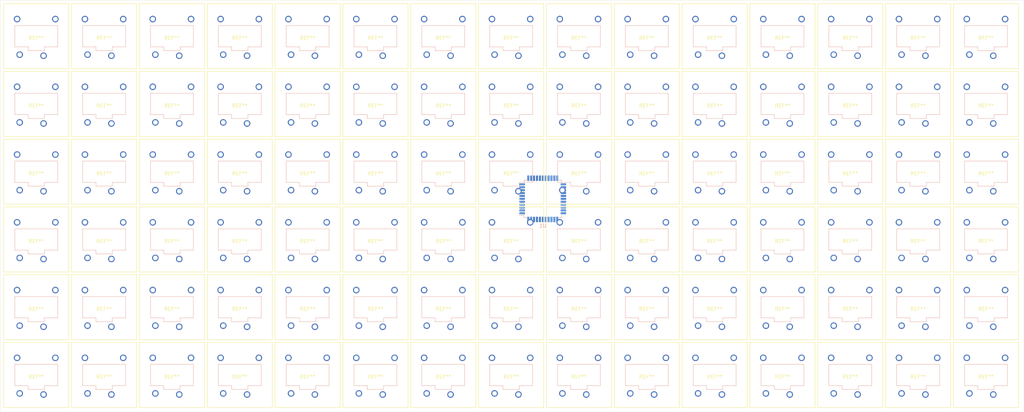
<source format=kicad_pcb>
(kicad_pcb (version 20171130) (host pcbnew 5.1.4+dfsg1-1)

  (general
    (thickness 1.6)
    (drawings 4)
    (tracks 0)
    (zones 0)
    (modules 91)
    (nets 40)
  )

  (page A4)
  (layers
    (0 F.Cu signal)
    (31 B.Cu signal)
    (32 B.Adhes user)
    (33 F.Adhes user)
    (34 B.Paste user)
    (35 F.Paste user)
    (36 B.SilkS user)
    (37 F.SilkS user)
    (38 B.Mask user)
    (39 F.Mask user)
    (40 Dwgs.User user)
    (41 Cmts.User user)
    (42 Eco1.User user)
    (43 Eco2.User user)
    (44 Edge.Cuts user)
    (45 Margin user)
    (46 B.CrtYd user)
    (47 F.CrtYd user)
    (48 B.Fab user)
    (49 F.Fab user)
  )

  (setup
    (last_trace_width 0.25)
    (trace_clearance 0.2)
    (zone_clearance 0.508)
    (zone_45_only no)
    (trace_min 0.2)
    (via_size 0.8)
    (via_drill 0.4)
    (via_min_size 0.4)
    (via_min_drill 0.3)
    (uvia_size 0.3)
    (uvia_drill 0.1)
    (uvias_allowed no)
    (uvia_min_size 0.2)
    (uvia_min_drill 0.1)
    (edge_width 0.05)
    (segment_width 0.2)
    (pcb_text_width 0.3)
    (pcb_text_size 1.5 1.5)
    (mod_edge_width 0.12)
    (mod_text_size 1 1)
    (mod_text_width 0.15)
    (pad_size 1.524 1.524)
    (pad_drill 0.762)
    (pad_to_mask_clearance 0.051)
    (solder_mask_min_width 0.25)
    (aux_axis_origin 0 0)
    (visible_elements FFFFFF7F)
    (pcbplotparams
      (layerselection 0x010fc_ffffffff)
      (usegerberextensions false)
      (usegerberattributes false)
      (usegerberadvancedattributes false)
      (creategerberjobfile false)
      (excludeedgelayer true)
      (linewidth 0.100000)
      (plotframeref false)
      (viasonmask false)
      (mode 1)
      (useauxorigin false)
      (hpglpennumber 1)
      (hpglpenspeed 20)
      (hpglpendiameter 15.000000)
      (psnegative false)
      (psa4output false)
      (plotreference true)
      (plotvalue true)
      (plotinvisibletext false)
      (padsonsilk false)
      (subtractmaskfromsilk false)
      (outputformat 1)
      (mirror false)
      (drillshape 1)
      (scaleselection 1)
      (outputdirectory ""))
  )

  (net 0 "")
  (net 1 "Net-(U1-Pad24)")
  (net 2 "Net-(U1-Pad15)")
  (net 3 "Net-(U1-Pad42)")
  (net 4 "Net-(U1-Pad41)")
  (net 5 "Net-(U1-Pad40)")
  (net 6 "Net-(U1-Pad39)")
  (net 7 "Net-(U1-Pad38)")
  (net 8 "Net-(U1-Pad37)")
  (net 9 "Net-(U1-Pad36)")
  (net 10 "Net-(U1-Pad14)")
  (net 11 "Net-(U1-Pad33)")
  (net 12 "Net-(U1-Pad32)")
  (net 13 "Net-(U1-Pad31)")
  (net 14 "Net-(U1-Pad30)")
  (net 15 "Net-(U1-Pad29)")
  (net 16 "Net-(U1-Pad28)")
  (net 17 "Net-(U1-Pad27)")
  (net 18 "Net-(U1-Pad26)")
  (net 19 "Net-(U1-Pad25)")
  (net 20 "Net-(U1-Pad22)")
  (net 21 "Net-(U1-Pad21)")
  (net 22 "Net-(U1-Pad20)")
  (net 23 "Net-(U1-Pad19)")
  (net 24 "Net-(U1-Pad18)")
  (net 25 "Net-(U1-Pad17)")
  (net 26 "Net-(U1-Pad16)")
  (net 27 "Net-(U1-Pad13)")
  (net 28 "Net-(U1-Pad12)")
  (net 29 "Net-(U1-Pad11)")
  (net 30 "Net-(U1-Pad10)")
  (net 31 "Net-(U1-Pad9)")
  (net 32 "Net-(U1-Pad8)")
  (net 33 "Net-(U1-Pad7)")
  (net 34 "Net-(U1-Pad6)")
  (net 35 "Net-(U1-Pad5)")
  (net 36 "Net-(U1-Pad4)")
  (net 37 "Net-(U1-Pad3)")
  (net 38 "Net-(U1-Pad2)")
  (net 39 "Net-(U1-Pad1)")

  (net_class Default "This is the default net class."
    (clearance 0.2)
    (trace_width 0.25)
    (via_dia 0.8)
    (via_drill 0.4)
    (uvia_dia 0.3)
    (uvia_drill 0.1)
    (add_net "Net-(U1-Pad1)")
    (add_net "Net-(U1-Pad10)")
    (add_net "Net-(U1-Pad11)")
    (add_net "Net-(U1-Pad12)")
    (add_net "Net-(U1-Pad13)")
    (add_net "Net-(U1-Pad14)")
    (add_net "Net-(U1-Pad15)")
    (add_net "Net-(U1-Pad16)")
    (add_net "Net-(U1-Pad17)")
    (add_net "Net-(U1-Pad18)")
    (add_net "Net-(U1-Pad19)")
    (add_net "Net-(U1-Pad2)")
    (add_net "Net-(U1-Pad20)")
    (add_net "Net-(U1-Pad21)")
    (add_net "Net-(U1-Pad22)")
    (add_net "Net-(U1-Pad24)")
    (add_net "Net-(U1-Pad25)")
    (add_net "Net-(U1-Pad26)")
    (add_net "Net-(U1-Pad27)")
    (add_net "Net-(U1-Pad28)")
    (add_net "Net-(U1-Pad29)")
    (add_net "Net-(U1-Pad3)")
    (add_net "Net-(U1-Pad30)")
    (add_net "Net-(U1-Pad31)")
    (add_net "Net-(U1-Pad32)")
    (add_net "Net-(U1-Pad33)")
    (add_net "Net-(U1-Pad36)")
    (add_net "Net-(U1-Pad37)")
    (add_net "Net-(U1-Pad38)")
    (add_net "Net-(U1-Pad39)")
    (add_net "Net-(U1-Pad4)")
    (add_net "Net-(U1-Pad40)")
    (add_net "Net-(U1-Pad41)")
    (add_net "Net-(U1-Pad42)")
    (add_net "Net-(U1-Pad5)")
    (add_net "Net-(U1-Pad6)")
    (add_net "Net-(U1-Pad7)")
    (add_net "Net-(U1-Pad8)")
    (add_net "Net-(U1-Pad9)")
  )

  (module Kailh:CPG1232 (layer F.Cu) (tedit 5DE884B5) (tstamp 5DED9977)
    (at 272.5 103.75)
    (fp_text reference REF** (at 0 0.5) (layer F.SilkS)
      (effects (font (size 1 1) (thickness 0.15)))
    )
    (fp_text value CPG1232 (at 0 -0.5) (layer F.Fab)
      (effects (font (size 1 1) (thickness 0.15)))
    )
    (fp_line (start -9 -9) (end 9 -9) (layer F.SilkS) (width 0.15))
    (fp_line (start 9 -9) (end 9 9) (layer F.SilkS) (width 0.15))
    (fp_line (start -9 9) (end 9 9) (layer F.SilkS) (width 0.15))
    (fp_line (start -9 -9) (end -9 9) (layer F.SilkS) (width 0.15))
    (fp_line (start -5.925 -2.95) (end 5.925 -2.95) (layer B.SilkS) (width 0.12))
    (fp_line (start -5.925 -2.95) (end -5.925 2.95) (layer B.SilkS) (width 0.12))
    (fp_line (start 5.925 -2.95) (end 5.925 2.95) (layer B.SilkS) (width 0.12))
    (fp_line (start -2.25 4) (end 2.25 4) (layer B.SilkS) (width 0.12))
    (fp_line (start -5.925 2.95) (end -2.25 2.95) (layer B.SilkS) (width 0.12))
    (fp_line (start 2.25 2.95) (end 5.925 2.95) (layer B.SilkS) (width 0.12))
    (fp_line (start -2.25 2.95) (end -2.25 4) (layer B.SilkS) (width 0.12))
    (fp_line (start 2.25 2.95) (end 2.25 4) (layer B.SilkS) (width 0.12))
    (pad "" thru_hole circle (at -5.3 -4.75) (size 1.8 1.8) (drill 1.2) (layers *.Cu *.Mask))
    (pad "" thru_hole circle (at 5.28 -4.75) (size 1.8 1.8) (drill 1.2) (layers *.Cu *.Mask))
    (pad 1 thru_hole circle (at -4.58 5.1) (size 1.8 1.8) (drill 1.2) (layers *.Cu *.Mask))
    (pad 2 thru_hole circle (at 2.015 5.4) (size 1.8 1.8) (drill 1.2) (layers *.Cu *.Mask))
    (model ${KIPRJMOD}/models/CPG1232.stp
      (offset (xyz 0 0 1.6))
      (scale (xyz 1 1 1))
      (rotate (xyz -90 0 90))
    )
  )

  (module Kailh:CPG1232 (layer F.Cu) (tedit 5DE884B5) (tstamp 5DED9951)
    (at 253.75 103.75)
    (fp_text reference REF** (at 0 0.5) (layer F.SilkS)
      (effects (font (size 1 1) (thickness 0.15)))
    )
    (fp_text value CPG1232 (at 0 -0.5) (layer F.Fab)
      (effects (font (size 1 1) (thickness 0.15)))
    )
    (fp_line (start -9 -9) (end 9 -9) (layer F.SilkS) (width 0.15))
    (fp_line (start 9 -9) (end 9 9) (layer F.SilkS) (width 0.15))
    (fp_line (start -9 9) (end 9 9) (layer F.SilkS) (width 0.15))
    (fp_line (start -9 -9) (end -9 9) (layer F.SilkS) (width 0.15))
    (fp_line (start -5.925 -2.95) (end 5.925 -2.95) (layer B.SilkS) (width 0.12))
    (fp_line (start -5.925 -2.95) (end -5.925 2.95) (layer B.SilkS) (width 0.12))
    (fp_line (start 5.925 -2.95) (end 5.925 2.95) (layer B.SilkS) (width 0.12))
    (fp_line (start -2.25 4) (end 2.25 4) (layer B.SilkS) (width 0.12))
    (fp_line (start -5.925 2.95) (end -2.25 2.95) (layer B.SilkS) (width 0.12))
    (fp_line (start 2.25 2.95) (end 5.925 2.95) (layer B.SilkS) (width 0.12))
    (fp_line (start -2.25 2.95) (end -2.25 4) (layer B.SilkS) (width 0.12))
    (fp_line (start 2.25 2.95) (end 2.25 4) (layer B.SilkS) (width 0.12))
    (pad "" thru_hole circle (at -5.3 -4.75) (size 1.8 1.8) (drill 1.2) (layers *.Cu *.Mask))
    (pad "" thru_hole circle (at 5.28 -4.75) (size 1.8 1.8) (drill 1.2) (layers *.Cu *.Mask))
    (pad 1 thru_hole circle (at -4.58 5.1) (size 1.8 1.8) (drill 1.2) (layers *.Cu *.Mask))
    (pad 2 thru_hole circle (at 2.015 5.4) (size 1.8 1.8) (drill 1.2) (layers *.Cu *.Mask))
    (model ${KIPRJMOD}/models/CPG1232.stp
      (offset (xyz 0 0 1.6))
      (scale (xyz 1 1 1))
      (rotate (xyz -90 0 90))
    )
  )

  (module Kailh:CPG1232 (layer F.Cu) (tedit 5DE884B5) (tstamp 5DED992B)
    (at 235 103.75)
    (fp_text reference REF** (at 0 0.5) (layer F.SilkS)
      (effects (font (size 1 1) (thickness 0.15)))
    )
    (fp_text value CPG1232 (at 0 -0.5) (layer F.Fab)
      (effects (font (size 1 1) (thickness 0.15)))
    )
    (fp_line (start -9 -9) (end 9 -9) (layer F.SilkS) (width 0.15))
    (fp_line (start 9 -9) (end 9 9) (layer F.SilkS) (width 0.15))
    (fp_line (start -9 9) (end 9 9) (layer F.SilkS) (width 0.15))
    (fp_line (start -9 -9) (end -9 9) (layer F.SilkS) (width 0.15))
    (fp_line (start -5.925 -2.95) (end 5.925 -2.95) (layer B.SilkS) (width 0.12))
    (fp_line (start -5.925 -2.95) (end -5.925 2.95) (layer B.SilkS) (width 0.12))
    (fp_line (start 5.925 -2.95) (end 5.925 2.95) (layer B.SilkS) (width 0.12))
    (fp_line (start -2.25 4) (end 2.25 4) (layer B.SilkS) (width 0.12))
    (fp_line (start -5.925 2.95) (end -2.25 2.95) (layer B.SilkS) (width 0.12))
    (fp_line (start 2.25 2.95) (end 5.925 2.95) (layer B.SilkS) (width 0.12))
    (fp_line (start -2.25 2.95) (end -2.25 4) (layer B.SilkS) (width 0.12))
    (fp_line (start 2.25 2.95) (end 2.25 4) (layer B.SilkS) (width 0.12))
    (pad "" thru_hole circle (at -5.3 -4.75) (size 1.8 1.8) (drill 1.2) (layers *.Cu *.Mask))
    (pad "" thru_hole circle (at 5.28 -4.75) (size 1.8 1.8) (drill 1.2) (layers *.Cu *.Mask))
    (pad 1 thru_hole circle (at -4.58 5.1) (size 1.8 1.8) (drill 1.2) (layers *.Cu *.Mask))
    (pad 2 thru_hole circle (at 2.015 5.4) (size 1.8 1.8) (drill 1.2) (layers *.Cu *.Mask))
    (model ${KIPRJMOD}/models/CPG1232.stp
      (offset (xyz 0 0 1.6))
      (scale (xyz 1 1 1))
      (rotate (xyz -90 0 90))
    )
  )

  (module Kailh:CPG1232 (layer F.Cu) (tedit 5DE884B5) (tstamp 5DED9905)
    (at 216.25 103.75)
    (fp_text reference REF** (at 0 0.5) (layer F.SilkS)
      (effects (font (size 1 1) (thickness 0.15)))
    )
    (fp_text value CPG1232 (at 0 -0.5) (layer F.Fab)
      (effects (font (size 1 1) (thickness 0.15)))
    )
    (fp_line (start -9 -9) (end 9 -9) (layer F.SilkS) (width 0.15))
    (fp_line (start 9 -9) (end 9 9) (layer F.SilkS) (width 0.15))
    (fp_line (start -9 9) (end 9 9) (layer F.SilkS) (width 0.15))
    (fp_line (start -9 -9) (end -9 9) (layer F.SilkS) (width 0.15))
    (fp_line (start -5.925 -2.95) (end 5.925 -2.95) (layer B.SilkS) (width 0.12))
    (fp_line (start -5.925 -2.95) (end -5.925 2.95) (layer B.SilkS) (width 0.12))
    (fp_line (start 5.925 -2.95) (end 5.925 2.95) (layer B.SilkS) (width 0.12))
    (fp_line (start -2.25 4) (end 2.25 4) (layer B.SilkS) (width 0.12))
    (fp_line (start -5.925 2.95) (end -2.25 2.95) (layer B.SilkS) (width 0.12))
    (fp_line (start 2.25 2.95) (end 5.925 2.95) (layer B.SilkS) (width 0.12))
    (fp_line (start -2.25 2.95) (end -2.25 4) (layer B.SilkS) (width 0.12))
    (fp_line (start 2.25 2.95) (end 2.25 4) (layer B.SilkS) (width 0.12))
    (pad "" thru_hole circle (at -5.3 -4.75) (size 1.8 1.8) (drill 1.2) (layers *.Cu *.Mask))
    (pad "" thru_hole circle (at 5.28 -4.75) (size 1.8 1.8) (drill 1.2) (layers *.Cu *.Mask))
    (pad 1 thru_hole circle (at -4.58 5.1) (size 1.8 1.8) (drill 1.2) (layers *.Cu *.Mask))
    (pad 2 thru_hole circle (at 2.015 5.4) (size 1.8 1.8) (drill 1.2) (layers *.Cu *.Mask))
    (model ${KIPRJMOD}/models/CPG1232.stp
      (offset (xyz 0 0 1.6))
      (scale (xyz 1 1 1))
      (rotate (xyz -90 0 90))
    )
  )

  (module Kailh:CPG1232 (layer F.Cu) (tedit 5DE884B5) (tstamp 5DED98DF)
    (at 197.5 103.75)
    (fp_text reference REF** (at 0 0.5) (layer F.SilkS)
      (effects (font (size 1 1) (thickness 0.15)))
    )
    (fp_text value CPG1232 (at 0 -0.5) (layer F.Fab)
      (effects (font (size 1 1) (thickness 0.15)))
    )
    (fp_line (start -9 -9) (end 9 -9) (layer F.SilkS) (width 0.15))
    (fp_line (start 9 -9) (end 9 9) (layer F.SilkS) (width 0.15))
    (fp_line (start -9 9) (end 9 9) (layer F.SilkS) (width 0.15))
    (fp_line (start -9 -9) (end -9 9) (layer F.SilkS) (width 0.15))
    (fp_line (start -5.925 -2.95) (end 5.925 -2.95) (layer B.SilkS) (width 0.12))
    (fp_line (start -5.925 -2.95) (end -5.925 2.95) (layer B.SilkS) (width 0.12))
    (fp_line (start 5.925 -2.95) (end 5.925 2.95) (layer B.SilkS) (width 0.12))
    (fp_line (start -2.25 4) (end 2.25 4) (layer B.SilkS) (width 0.12))
    (fp_line (start -5.925 2.95) (end -2.25 2.95) (layer B.SilkS) (width 0.12))
    (fp_line (start 2.25 2.95) (end 5.925 2.95) (layer B.SilkS) (width 0.12))
    (fp_line (start -2.25 2.95) (end -2.25 4) (layer B.SilkS) (width 0.12))
    (fp_line (start 2.25 2.95) (end 2.25 4) (layer B.SilkS) (width 0.12))
    (pad "" thru_hole circle (at -5.3 -4.75) (size 1.8 1.8) (drill 1.2) (layers *.Cu *.Mask))
    (pad "" thru_hole circle (at 5.28 -4.75) (size 1.8 1.8) (drill 1.2) (layers *.Cu *.Mask))
    (pad 1 thru_hole circle (at -4.58 5.1) (size 1.8 1.8) (drill 1.2) (layers *.Cu *.Mask))
    (pad 2 thru_hole circle (at 2.015 5.4) (size 1.8 1.8) (drill 1.2) (layers *.Cu *.Mask))
    (model ${KIPRJMOD}/models/CPG1232.stp
      (offset (xyz 0 0 1.6))
      (scale (xyz 1 1 1))
      (rotate (xyz -90 0 90))
    )
  )

  (module Kailh:CPG1232 (layer F.Cu) (tedit 5DE884B5) (tstamp 5DED98B9)
    (at 178.75 103.75)
    (fp_text reference REF** (at 0 0.5) (layer F.SilkS)
      (effects (font (size 1 1) (thickness 0.15)))
    )
    (fp_text value CPG1232 (at 0 -0.5) (layer F.Fab)
      (effects (font (size 1 1) (thickness 0.15)))
    )
    (fp_line (start -9 -9) (end 9 -9) (layer F.SilkS) (width 0.15))
    (fp_line (start 9 -9) (end 9 9) (layer F.SilkS) (width 0.15))
    (fp_line (start -9 9) (end 9 9) (layer F.SilkS) (width 0.15))
    (fp_line (start -9 -9) (end -9 9) (layer F.SilkS) (width 0.15))
    (fp_line (start -5.925 -2.95) (end 5.925 -2.95) (layer B.SilkS) (width 0.12))
    (fp_line (start -5.925 -2.95) (end -5.925 2.95) (layer B.SilkS) (width 0.12))
    (fp_line (start 5.925 -2.95) (end 5.925 2.95) (layer B.SilkS) (width 0.12))
    (fp_line (start -2.25 4) (end 2.25 4) (layer B.SilkS) (width 0.12))
    (fp_line (start -5.925 2.95) (end -2.25 2.95) (layer B.SilkS) (width 0.12))
    (fp_line (start 2.25 2.95) (end 5.925 2.95) (layer B.SilkS) (width 0.12))
    (fp_line (start -2.25 2.95) (end -2.25 4) (layer B.SilkS) (width 0.12))
    (fp_line (start 2.25 2.95) (end 2.25 4) (layer B.SilkS) (width 0.12))
    (pad "" thru_hole circle (at -5.3 -4.75) (size 1.8 1.8) (drill 1.2) (layers *.Cu *.Mask))
    (pad "" thru_hole circle (at 5.28 -4.75) (size 1.8 1.8) (drill 1.2) (layers *.Cu *.Mask))
    (pad 1 thru_hole circle (at -4.58 5.1) (size 1.8 1.8) (drill 1.2) (layers *.Cu *.Mask))
    (pad 2 thru_hole circle (at 2.015 5.4) (size 1.8 1.8) (drill 1.2) (layers *.Cu *.Mask))
    (model ${KIPRJMOD}/models/CPG1232.stp
      (offset (xyz 0 0 1.6))
      (scale (xyz 1 1 1))
      (rotate (xyz -90 0 90))
    )
  )

  (module Kailh:CPG1232 (layer F.Cu) (tedit 5DE884B5) (tstamp 5DED9893)
    (at 160 103.75)
    (fp_text reference REF** (at 0 0.5) (layer F.SilkS)
      (effects (font (size 1 1) (thickness 0.15)))
    )
    (fp_text value CPG1232 (at 0 -0.5) (layer F.Fab)
      (effects (font (size 1 1) (thickness 0.15)))
    )
    (fp_line (start -9 -9) (end 9 -9) (layer F.SilkS) (width 0.15))
    (fp_line (start 9 -9) (end 9 9) (layer F.SilkS) (width 0.15))
    (fp_line (start -9 9) (end 9 9) (layer F.SilkS) (width 0.15))
    (fp_line (start -9 -9) (end -9 9) (layer F.SilkS) (width 0.15))
    (fp_line (start -5.925 -2.95) (end 5.925 -2.95) (layer B.SilkS) (width 0.12))
    (fp_line (start -5.925 -2.95) (end -5.925 2.95) (layer B.SilkS) (width 0.12))
    (fp_line (start 5.925 -2.95) (end 5.925 2.95) (layer B.SilkS) (width 0.12))
    (fp_line (start -2.25 4) (end 2.25 4) (layer B.SilkS) (width 0.12))
    (fp_line (start -5.925 2.95) (end -2.25 2.95) (layer B.SilkS) (width 0.12))
    (fp_line (start 2.25 2.95) (end 5.925 2.95) (layer B.SilkS) (width 0.12))
    (fp_line (start -2.25 2.95) (end -2.25 4) (layer B.SilkS) (width 0.12))
    (fp_line (start 2.25 2.95) (end 2.25 4) (layer B.SilkS) (width 0.12))
    (pad "" thru_hole circle (at -5.3 -4.75) (size 1.8 1.8) (drill 1.2) (layers *.Cu *.Mask))
    (pad "" thru_hole circle (at 5.28 -4.75) (size 1.8 1.8) (drill 1.2) (layers *.Cu *.Mask))
    (pad 1 thru_hole circle (at -4.58 5.1) (size 1.8 1.8) (drill 1.2) (layers *.Cu *.Mask))
    (pad 2 thru_hole circle (at 2.015 5.4) (size 1.8 1.8) (drill 1.2) (layers *.Cu *.Mask))
    (model ${KIPRJMOD}/models/CPG1232.stp
      (offset (xyz 0 0 1.6))
      (scale (xyz 1 1 1))
      (rotate (xyz -90 0 90))
    )
  )

  (module Kailh:CPG1232 (layer F.Cu) (tedit 5DE884B5) (tstamp 5DED986D)
    (at 141.25 103.75)
    (fp_text reference REF** (at 0 0.5) (layer F.SilkS)
      (effects (font (size 1 1) (thickness 0.15)))
    )
    (fp_text value CPG1232 (at 0 -0.5) (layer F.Fab)
      (effects (font (size 1 1) (thickness 0.15)))
    )
    (fp_line (start -9 -9) (end 9 -9) (layer F.SilkS) (width 0.15))
    (fp_line (start 9 -9) (end 9 9) (layer F.SilkS) (width 0.15))
    (fp_line (start -9 9) (end 9 9) (layer F.SilkS) (width 0.15))
    (fp_line (start -9 -9) (end -9 9) (layer F.SilkS) (width 0.15))
    (fp_line (start -5.925 -2.95) (end 5.925 -2.95) (layer B.SilkS) (width 0.12))
    (fp_line (start -5.925 -2.95) (end -5.925 2.95) (layer B.SilkS) (width 0.12))
    (fp_line (start 5.925 -2.95) (end 5.925 2.95) (layer B.SilkS) (width 0.12))
    (fp_line (start -2.25 4) (end 2.25 4) (layer B.SilkS) (width 0.12))
    (fp_line (start -5.925 2.95) (end -2.25 2.95) (layer B.SilkS) (width 0.12))
    (fp_line (start 2.25 2.95) (end 5.925 2.95) (layer B.SilkS) (width 0.12))
    (fp_line (start -2.25 2.95) (end -2.25 4) (layer B.SilkS) (width 0.12))
    (fp_line (start 2.25 2.95) (end 2.25 4) (layer B.SilkS) (width 0.12))
    (pad "" thru_hole circle (at -5.3 -4.75) (size 1.8 1.8) (drill 1.2) (layers *.Cu *.Mask))
    (pad "" thru_hole circle (at 5.28 -4.75) (size 1.8 1.8) (drill 1.2) (layers *.Cu *.Mask))
    (pad 1 thru_hole circle (at -4.58 5.1) (size 1.8 1.8) (drill 1.2) (layers *.Cu *.Mask))
    (pad 2 thru_hole circle (at 2.015 5.4) (size 1.8 1.8) (drill 1.2) (layers *.Cu *.Mask))
    (model ${KIPRJMOD}/models/CPG1232.stp
      (offset (xyz 0 0 1.6))
      (scale (xyz 1 1 1))
      (rotate (xyz -90 0 90))
    )
  )

  (module Kailh:CPG1232 (layer F.Cu) (tedit 5DE884B5) (tstamp 5DED9847)
    (at 122.5 103.75)
    (fp_text reference REF** (at 0 0.5) (layer F.SilkS)
      (effects (font (size 1 1) (thickness 0.15)))
    )
    (fp_text value CPG1232 (at 0 -0.5) (layer F.Fab)
      (effects (font (size 1 1) (thickness 0.15)))
    )
    (fp_line (start -9 -9) (end 9 -9) (layer F.SilkS) (width 0.15))
    (fp_line (start 9 -9) (end 9 9) (layer F.SilkS) (width 0.15))
    (fp_line (start -9 9) (end 9 9) (layer F.SilkS) (width 0.15))
    (fp_line (start -9 -9) (end -9 9) (layer F.SilkS) (width 0.15))
    (fp_line (start -5.925 -2.95) (end 5.925 -2.95) (layer B.SilkS) (width 0.12))
    (fp_line (start -5.925 -2.95) (end -5.925 2.95) (layer B.SilkS) (width 0.12))
    (fp_line (start 5.925 -2.95) (end 5.925 2.95) (layer B.SilkS) (width 0.12))
    (fp_line (start -2.25 4) (end 2.25 4) (layer B.SilkS) (width 0.12))
    (fp_line (start -5.925 2.95) (end -2.25 2.95) (layer B.SilkS) (width 0.12))
    (fp_line (start 2.25 2.95) (end 5.925 2.95) (layer B.SilkS) (width 0.12))
    (fp_line (start -2.25 2.95) (end -2.25 4) (layer B.SilkS) (width 0.12))
    (fp_line (start 2.25 2.95) (end 2.25 4) (layer B.SilkS) (width 0.12))
    (pad "" thru_hole circle (at -5.3 -4.75) (size 1.8 1.8) (drill 1.2) (layers *.Cu *.Mask))
    (pad "" thru_hole circle (at 5.28 -4.75) (size 1.8 1.8) (drill 1.2) (layers *.Cu *.Mask))
    (pad 1 thru_hole circle (at -4.58 5.1) (size 1.8 1.8) (drill 1.2) (layers *.Cu *.Mask))
    (pad 2 thru_hole circle (at 2.015 5.4) (size 1.8 1.8) (drill 1.2) (layers *.Cu *.Mask))
    (model ${KIPRJMOD}/models/CPG1232.stp
      (offset (xyz 0 0 1.6))
      (scale (xyz 1 1 1))
      (rotate (xyz -90 0 90))
    )
  )

  (module Kailh:CPG1232 (layer F.Cu) (tedit 5DE884B5) (tstamp 5DED9821)
    (at 103.75 103.75)
    (fp_text reference REF** (at 0 0.5) (layer F.SilkS)
      (effects (font (size 1 1) (thickness 0.15)))
    )
    (fp_text value CPG1232 (at 0 -0.5) (layer F.Fab)
      (effects (font (size 1 1) (thickness 0.15)))
    )
    (fp_line (start -9 -9) (end 9 -9) (layer F.SilkS) (width 0.15))
    (fp_line (start 9 -9) (end 9 9) (layer F.SilkS) (width 0.15))
    (fp_line (start -9 9) (end 9 9) (layer F.SilkS) (width 0.15))
    (fp_line (start -9 -9) (end -9 9) (layer F.SilkS) (width 0.15))
    (fp_line (start -5.925 -2.95) (end 5.925 -2.95) (layer B.SilkS) (width 0.12))
    (fp_line (start -5.925 -2.95) (end -5.925 2.95) (layer B.SilkS) (width 0.12))
    (fp_line (start 5.925 -2.95) (end 5.925 2.95) (layer B.SilkS) (width 0.12))
    (fp_line (start -2.25 4) (end 2.25 4) (layer B.SilkS) (width 0.12))
    (fp_line (start -5.925 2.95) (end -2.25 2.95) (layer B.SilkS) (width 0.12))
    (fp_line (start 2.25 2.95) (end 5.925 2.95) (layer B.SilkS) (width 0.12))
    (fp_line (start -2.25 2.95) (end -2.25 4) (layer B.SilkS) (width 0.12))
    (fp_line (start 2.25 2.95) (end 2.25 4) (layer B.SilkS) (width 0.12))
    (pad "" thru_hole circle (at -5.3 -4.75) (size 1.8 1.8) (drill 1.2) (layers *.Cu *.Mask))
    (pad "" thru_hole circle (at 5.28 -4.75) (size 1.8 1.8) (drill 1.2) (layers *.Cu *.Mask))
    (pad 1 thru_hole circle (at -4.58 5.1) (size 1.8 1.8) (drill 1.2) (layers *.Cu *.Mask))
    (pad 2 thru_hole circle (at 2.015 5.4) (size 1.8 1.8) (drill 1.2) (layers *.Cu *.Mask))
    (model ${KIPRJMOD}/models/CPG1232.stp
      (offset (xyz 0 0 1.6))
      (scale (xyz 1 1 1))
      (rotate (xyz -90 0 90))
    )
  )

  (module Kailh:CPG1232 (layer F.Cu) (tedit 5DE884B5) (tstamp 5DED97FB)
    (at 85 103.75)
    (fp_text reference REF** (at 0 0.5) (layer F.SilkS)
      (effects (font (size 1 1) (thickness 0.15)))
    )
    (fp_text value CPG1232 (at 0 -0.5) (layer F.Fab)
      (effects (font (size 1 1) (thickness 0.15)))
    )
    (fp_line (start -9 -9) (end 9 -9) (layer F.SilkS) (width 0.15))
    (fp_line (start 9 -9) (end 9 9) (layer F.SilkS) (width 0.15))
    (fp_line (start -9 9) (end 9 9) (layer F.SilkS) (width 0.15))
    (fp_line (start -9 -9) (end -9 9) (layer F.SilkS) (width 0.15))
    (fp_line (start -5.925 -2.95) (end 5.925 -2.95) (layer B.SilkS) (width 0.12))
    (fp_line (start -5.925 -2.95) (end -5.925 2.95) (layer B.SilkS) (width 0.12))
    (fp_line (start 5.925 -2.95) (end 5.925 2.95) (layer B.SilkS) (width 0.12))
    (fp_line (start -2.25 4) (end 2.25 4) (layer B.SilkS) (width 0.12))
    (fp_line (start -5.925 2.95) (end -2.25 2.95) (layer B.SilkS) (width 0.12))
    (fp_line (start 2.25 2.95) (end 5.925 2.95) (layer B.SilkS) (width 0.12))
    (fp_line (start -2.25 2.95) (end -2.25 4) (layer B.SilkS) (width 0.12))
    (fp_line (start 2.25 2.95) (end 2.25 4) (layer B.SilkS) (width 0.12))
    (pad "" thru_hole circle (at -5.3 -4.75) (size 1.8 1.8) (drill 1.2) (layers *.Cu *.Mask))
    (pad "" thru_hole circle (at 5.28 -4.75) (size 1.8 1.8) (drill 1.2) (layers *.Cu *.Mask))
    (pad 1 thru_hole circle (at -4.58 5.1) (size 1.8 1.8) (drill 1.2) (layers *.Cu *.Mask))
    (pad 2 thru_hole circle (at 2.015 5.4) (size 1.8 1.8) (drill 1.2) (layers *.Cu *.Mask))
    (model ${KIPRJMOD}/models/CPG1232.stp
      (offset (xyz 0 0 1.6))
      (scale (xyz 1 1 1))
      (rotate (xyz -90 0 90))
    )
  )

  (module Kailh:CPG1232 (layer F.Cu) (tedit 5DE884B5) (tstamp 5DED97D5)
    (at 66.25 103.75)
    (fp_text reference REF** (at 0 0.5) (layer F.SilkS)
      (effects (font (size 1 1) (thickness 0.15)))
    )
    (fp_text value CPG1232 (at 0 -0.5) (layer F.Fab)
      (effects (font (size 1 1) (thickness 0.15)))
    )
    (fp_line (start -9 -9) (end 9 -9) (layer F.SilkS) (width 0.15))
    (fp_line (start 9 -9) (end 9 9) (layer F.SilkS) (width 0.15))
    (fp_line (start -9 9) (end 9 9) (layer F.SilkS) (width 0.15))
    (fp_line (start -9 -9) (end -9 9) (layer F.SilkS) (width 0.15))
    (fp_line (start -5.925 -2.95) (end 5.925 -2.95) (layer B.SilkS) (width 0.12))
    (fp_line (start -5.925 -2.95) (end -5.925 2.95) (layer B.SilkS) (width 0.12))
    (fp_line (start 5.925 -2.95) (end 5.925 2.95) (layer B.SilkS) (width 0.12))
    (fp_line (start -2.25 4) (end 2.25 4) (layer B.SilkS) (width 0.12))
    (fp_line (start -5.925 2.95) (end -2.25 2.95) (layer B.SilkS) (width 0.12))
    (fp_line (start 2.25 2.95) (end 5.925 2.95) (layer B.SilkS) (width 0.12))
    (fp_line (start -2.25 2.95) (end -2.25 4) (layer B.SilkS) (width 0.12))
    (fp_line (start 2.25 2.95) (end 2.25 4) (layer B.SilkS) (width 0.12))
    (pad "" thru_hole circle (at -5.3 -4.75) (size 1.8 1.8) (drill 1.2) (layers *.Cu *.Mask))
    (pad "" thru_hole circle (at 5.28 -4.75) (size 1.8 1.8) (drill 1.2) (layers *.Cu *.Mask))
    (pad 1 thru_hole circle (at -4.58 5.1) (size 1.8 1.8) (drill 1.2) (layers *.Cu *.Mask))
    (pad 2 thru_hole circle (at 2.015 5.4) (size 1.8 1.8) (drill 1.2) (layers *.Cu *.Mask))
    (model ${KIPRJMOD}/models/CPG1232.stp
      (offset (xyz 0 0 1.6))
      (scale (xyz 1 1 1))
      (rotate (xyz -90 0 90))
    )
  )

  (module Kailh:CPG1232 (layer F.Cu) (tedit 5DE884B5) (tstamp 5DED97AF)
    (at 47.5 103.75)
    (fp_text reference REF** (at 0 0.5) (layer F.SilkS)
      (effects (font (size 1 1) (thickness 0.15)))
    )
    (fp_text value CPG1232 (at 0 -0.5) (layer F.Fab)
      (effects (font (size 1 1) (thickness 0.15)))
    )
    (fp_line (start -9 -9) (end 9 -9) (layer F.SilkS) (width 0.15))
    (fp_line (start 9 -9) (end 9 9) (layer F.SilkS) (width 0.15))
    (fp_line (start -9 9) (end 9 9) (layer F.SilkS) (width 0.15))
    (fp_line (start -9 -9) (end -9 9) (layer F.SilkS) (width 0.15))
    (fp_line (start -5.925 -2.95) (end 5.925 -2.95) (layer B.SilkS) (width 0.12))
    (fp_line (start -5.925 -2.95) (end -5.925 2.95) (layer B.SilkS) (width 0.12))
    (fp_line (start 5.925 -2.95) (end 5.925 2.95) (layer B.SilkS) (width 0.12))
    (fp_line (start -2.25 4) (end 2.25 4) (layer B.SilkS) (width 0.12))
    (fp_line (start -5.925 2.95) (end -2.25 2.95) (layer B.SilkS) (width 0.12))
    (fp_line (start 2.25 2.95) (end 5.925 2.95) (layer B.SilkS) (width 0.12))
    (fp_line (start -2.25 2.95) (end -2.25 4) (layer B.SilkS) (width 0.12))
    (fp_line (start 2.25 2.95) (end 2.25 4) (layer B.SilkS) (width 0.12))
    (pad "" thru_hole circle (at -5.3 -4.75) (size 1.8 1.8) (drill 1.2) (layers *.Cu *.Mask))
    (pad "" thru_hole circle (at 5.28 -4.75) (size 1.8 1.8) (drill 1.2) (layers *.Cu *.Mask))
    (pad 1 thru_hole circle (at -4.58 5.1) (size 1.8 1.8) (drill 1.2) (layers *.Cu *.Mask))
    (pad 2 thru_hole circle (at 2.015 5.4) (size 1.8 1.8) (drill 1.2) (layers *.Cu *.Mask))
    (model ${KIPRJMOD}/models/CPG1232.stp
      (offset (xyz 0 0 1.6))
      (scale (xyz 1 1 1))
      (rotate (xyz -90 0 90))
    )
  )

  (module Kailh:CPG1232 (layer F.Cu) (tedit 5DE884B5) (tstamp 5DED9789)
    (at 28.75 103.75)
    (fp_text reference REF** (at 0 0.5) (layer F.SilkS)
      (effects (font (size 1 1) (thickness 0.15)))
    )
    (fp_text value CPG1232 (at 0 -0.5) (layer F.Fab)
      (effects (font (size 1 1) (thickness 0.15)))
    )
    (fp_line (start -9 -9) (end 9 -9) (layer F.SilkS) (width 0.15))
    (fp_line (start 9 -9) (end 9 9) (layer F.SilkS) (width 0.15))
    (fp_line (start -9 9) (end 9 9) (layer F.SilkS) (width 0.15))
    (fp_line (start -9 -9) (end -9 9) (layer F.SilkS) (width 0.15))
    (fp_line (start -5.925 -2.95) (end 5.925 -2.95) (layer B.SilkS) (width 0.12))
    (fp_line (start -5.925 -2.95) (end -5.925 2.95) (layer B.SilkS) (width 0.12))
    (fp_line (start 5.925 -2.95) (end 5.925 2.95) (layer B.SilkS) (width 0.12))
    (fp_line (start -2.25 4) (end 2.25 4) (layer B.SilkS) (width 0.12))
    (fp_line (start -5.925 2.95) (end -2.25 2.95) (layer B.SilkS) (width 0.12))
    (fp_line (start 2.25 2.95) (end 5.925 2.95) (layer B.SilkS) (width 0.12))
    (fp_line (start -2.25 2.95) (end -2.25 4) (layer B.SilkS) (width 0.12))
    (fp_line (start 2.25 2.95) (end 2.25 4) (layer B.SilkS) (width 0.12))
    (pad "" thru_hole circle (at -5.3 -4.75) (size 1.8 1.8) (drill 1.2) (layers *.Cu *.Mask))
    (pad "" thru_hole circle (at 5.28 -4.75) (size 1.8 1.8) (drill 1.2) (layers *.Cu *.Mask))
    (pad 1 thru_hole circle (at -4.58 5.1) (size 1.8 1.8) (drill 1.2) (layers *.Cu *.Mask))
    (pad 2 thru_hole circle (at 2.015 5.4) (size 1.8 1.8) (drill 1.2) (layers *.Cu *.Mask))
    (model ${KIPRJMOD}/models/CPG1232.stp
      (offset (xyz 0 0 1.6))
      (scale (xyz 1 1 1))
      (rotate (xyz -90 0 90))
    )
  )

  (module Kailh:CPG1232 (layer F.Cu) (tedit 5DE884B5) (tstamp 5DED9763)
    (at 10 103.75)
    (fp_text reference REF** (at 0 0.5) (layer F.SilkS)
      (effects (font (size 1 1) (thickness 0.15)))
    )
    (fp_text value CPG1232 (at 0 -0.5) (layer F.Fab)
      (effects (font (size 1 1) (thickness 0.15)))
    )
    (fp_line (start -9 -9) (end 9 -9) (layer F.SilkS) (width 0.15))
    (fp_line (start 9 -9) (end 9 9) (layer F.SilkS) (width 0.15))
    (fp_line (start -9 9) (end 9 9) (layer F.SilkS) (width 0.15))
    (fp_line (start -9 -9) (end -9 9) (layer F.SilkS) (width 0.15))
    (fp_line (start -5.925 -2.95) (end 5.925 -2.95) (layer B.SilkS) (width 0.12))
    (fp_line (start -5.925 -2.95) (end -5.925 2.95) (layer B.SilkS) (width 0.12))
    (fp_line (start 5.925 -2.95) (end 5.925 2.95) (layer B.SilkS) (width 0.12))
    (fp_line (start -2.25 4) (end 2.25 4) (layer B.SilkS) (width 0.12))
    (fp_line (start -5.925 2.95) (end -2.25 2.95) (layer B.SilkS) (width 0.12))
    (fp_line (start 2.25 2.95) (end 5.925 2.95) (layer B.SilkS) (width 0.12))
    (fp_line (start -2.25 2.95) (end -2.25 4) (layer B.SilkS) (width 0.12))
    (fp_line (start 2.25 2.95) (end 2.25 4) (layer B.SilkS) (width 0.12))
    (pad "" thru_hole circle (at -5.3 -4.75) (size 1.8 1.8) (drill 1.2) (layers *.Cu *.Mask))
    (pad "" thru_hole circle (at 5.28 -4.75) (size 1.8 1.8) (drill 1.2) (layers *.Cu *.Mask))
    (pad 1 thru_hole circle (at -4.58 5.1) (size 1.8 1.8) (drill 1.2) (layers *.Cu *.Mask))
    (pad 2 thru_hole circle (at 2.015 5.4) (size 1.8 1.8) (drill 1.2) (layers *.Cu *.Mask))
    (model ${KIPRJMOD}/models/CPG1232.stp
      (offset (xyz 0 0 1.6))
      (scale (xyz 1 1 1))
      (rotate (xyz -90 0 90))
    )
  )

  (module Kailh:CPG1232 (layer F.Cu) (tedit 5DE884B5) (tstamp 5DED973D)
    (at 272.5 85)
    (fp_text reference REF** (at 0 0.5) (layer F.SilkS)
      (effects (font (size 1 1) (thickness 0.15)))
    )
    (fp_text value CPG1232 (at 0 -0.5) (layer F.Fab)
      (effects (font (size 1 1) (thickness 0.15)))
    )
    (fp_line (start -9 -9) (end 9 -9) (layer F.SilkS) (width 0.15))
    (fp_line (start 9 -9) (end 9 9) (layer F.SilkS) (width 0.15))
    (fp_line (start -9 9) (end 9 9) (layer F.SilkS) (width 0.15))
    (fp_line (start -9 -9) (end -9 9) (layer F.SilkS) (width 0.15))
    (fp_line (start -5.925 -2.95) (end 5.925 -2.95) (layer B.SilkS) (width 0.12))
    (fp_line (start -5.925 -2.95) (end -5.925 2.95) (layer B.SilkS) (width 0.12))
    (fp_line (start 5.925 -2.95) (end 5.925 2.95) (layer B.SilkS) (width 0.12))
    (fp_line (start -2.25 4) (end 2.25 4) (layer B.SilkS) (width 0.12))
    (fp_line (start -5.925 2.95) (end -2.25 2.95) (layer B.SilkS) (width 0.12))
    (fp_line (start 2.25 2.95) (end 5.925 2.95) (layer B.SilkS) (width 0.12))
    (fp_line (start -2.25 2.95) (end -2.25 4) (layer B.SilkS) (width 0.12))
    (fp_line (start 2.25 2.95) (end 2.25 4) (layer B.SilkS) (width 0.12))
    (pad "" thru_hole circle (at -5.3 -4.75) (size 1.8 1.8) (drill 1.2) (layers *.Cu *.Mask))
    (pad "" thru_hole circle (at 5.28 -4.75) (size 1.8 1.8) (drill 1.2) (layers *.Cu *.Mask))
    (pad 1 thru_hole circle (at -4.58 5.1) (size 1.8 1.8) (drill 1.2) (layers *.Cu *.Mask))
    (pad 2 thru_hole circle (at 2.015 5.4) (size 1.8 1.8) (drill 1.2) (layers *.Cu *.Mask))
    (model ${KIPRJMOD}/models/CPG1232.stp
      (offset (xyz 0 0 1.6))
      (scale (xyz 1 1 1))
      (rotate (xyz -90 0 90))
    )
  )

  (module Kailh:CPG1232 (layer F.Cu) (tedit 5DE884B5) (tstamp 5DED9717)
    (at 253.75 85)
    (fp_text reference REF** (at 0 0.5) (layer F.SilkS)
      (effects (font (size 1 1) (thickness 0.15)))
    )
    (fp_text value CPG1232 (at 0 -0.5) (layer F.Fab)
      (effects (font (size 1 1) (thickness 0.15)))
    )
    (fp_line (start -9 -9) (end 9 -9) (layer F.SilkS) (width 0.15))
    (fp_line (start 9 -9) (end 9 9) (layer F.SilkS) (width 0.15))
    (fp_line (start -9 9) (end 9 9) (layer F.SilkS) (width 0.15))
    (fp_line (start -9 -9) (end -9 9) (layer F.SilkS) (width 0.15))
    (fp_line (start -5.925 -2.95) (end 5.925 -2.95) (layer B.SilkS) (width 0.12))
    (fp_line (start -5.925 -2.95) (end -5.925 2.95) (layer B.SilkS) (width 0.12))
    (fp_line (start 5.925 -2.95) (end 5.925 2.95) (layer B.SilkS) (width 0.12))
    (fp_line (start -2.25 4) (end 2.25 4) (layer B.SilkS) (width 0.12))
    (fp_line (start -5.925 2.95) (end -2.25 2.95) (layer B.SilkS) (width 0.12))
    (fp_line (start 2.25 2.95) (end 5.925 2.95) (layer B.SilkS) (width 0.12))
    (fp_line (start -2.25 2.95) (end -2.25 4) (layer B.SilkS) (width 0.12))
    (fp_line (start 2.25 2.95) (end 2.25 4) (layer B.SilkS) (width 0.12))
    (pad "" thru_hole circle (at -5.3 -4.75) (size 1.8 1.8) (drill 1.2) (layers *.Cu *.Mask))
    (pad "" thru_hole circle (at 5.28 -4.75) (size 1.8 1.8) (drill 1.2) (layers *.Cu *.Mask))
    (pad 1 thru_hole circle (at -4.58 5.1) (size 1.8 1.8) (drill 1.2) (layers *.Cu *.Mask))
    (pad 2 thru_hole circle (at 2.015 5.4) (size 1.8 1.8) (drill 1.2) (layers *.Cu *.Mask))
    (model ${KIPRJMOD}/models/CPG1232.stp
      (offset (xyz 0 0 1.6))
      (scale (xyz 1 1 1))
      (rotate (xyz -90 0 90))
    )
  )

  (module Kailh:CPG1232 (layer F.Cu) (tedit 5DE884B5) (tstamp 5DED96F1)
    (at 235 85)
    (fp_text reference REF** (at 0 0.5) (layer F.SilkS)
      (effects (font (size 1 1) (thickness 0.15)))
    )
    (fp_text value CPG1232 (at 0 -0.5) (layer F.Fab)
      (effects (font (size 1 1) (thickness 0.15)))
    )
    (fp_line (start -9 -9) (end 9 -9) (layer F.SilkS) (width 0.15))
    (fp_line (start 9 -9) (end 9 9) (layer F.SilkS) (width 0.15))
    (fp_line (start -9 9) (end 9 9) (layer F.SilkS) (width 0.15))
    (fp_line (start -9 -9) (end -9 9) (layer F.SilkS) (width 0.15))
    (fp_line (start -5.925 -2.95) (end 5.925 -2.95) (layer B.SilkS) (width 0.12))
    (fp_line (start -5.925 -2.95) (end -5.925 2.95) (layer B.SilkS) (width 0.12))
    (fp_line (start 5.925 -2.95) (end 5.925 2.95) (layer B.SilkS) (width 0.12))
    (fp_line (start -2.25 4) (end 2.25 4) (layer B.SilkS) (width 0.12))
    (fp_line (start -5.925 2.95) (end -2.25 2.95) (layer B.SilkS) (width 0.12))
    (fp_line (start 2.25 2.95) (end 5.925 2.95) (layer B.SilkS) (width 0.12))
    (fp_line (start -2.25 2.95) (end -2.25 4) (layer B.SilkS) (width 0.12))
    (fp_line (start 2.25 2.95) (end 2.25 4) (layer B.SilkS) (width 0.12))
    (pad "" thru_hole circle (at -5.3 -4.75) (size 1.8 1.8) (drill 1.2) (layers *.Cu *.Mask))
    (pad "" thru_hole circle (at 5.28 -4.75) (size 1.8 1.8) (drill 1.2) (layers *.Cu *.Mask))
    (pad 1 thru_hole circle (at -4.58 5.1) (size 1.8 1.8) (drill 1.2) (layers *.Cu *.Mask))
    (pad 2 thru_hole circle (at 2.015 5.4) (size 1.8 1.8) (drill 1.2) (layers *.Cu *.Mask))
    (model ${KIPRJMOD}/models/CPG1232.stp
      (offset (xyz 0 0 1.6))
      (scale (xyz 1 1 1))
      (rotate (xyz -90 0 90))
    )
  )

  (module Kailh:CPG1232 (layer F.Cu) (tedit 5DE884B5) (tstamp 5DED96CB)
    (at 216.25 85)
    (fp_text reference REF** (at 0 0.5) (layer F.SilkS)
      (effects (font (size 1 1) (thickness 0.15)))
    )
    (fp_text value CPG1232 (at 0 -0.5) (layer F.Fab)
      (effects (font (size 1 1) (thickness 0.15)))
    )
    (fp_line (start -9 -9) (end 9 -9) (layer F.SilkS) (width 0.15))
    (fp_line (start 9 -9) (end 9 9) (layer F.SilkS) (width 0.15))
    (fp_line (start -9 9) (end 9 9) (layer F.SilkS) (width 0.15))
    (fp_line (start -9 -9) (end -9 9) (layer F.SilkS) (width 0.15))
    (fp_line (start -5.925 -2.95) (end 5.925 -2.95) (layer B.SilkS) (width 0.12))
    (fp_line (start -5.925 -2.95) (end -5.925 2.95) (layer B.SilkS) (width 0.12))
    (fp_line (start 5.925 -2.95) (end 5.925 2.95) (layer B.SilkS) (width 0.12))
    (fp_line (start -2.25 4) (end 2.25 4) (layer B.SilkS) (width 0.12))
    (fp_line (start -5.925 2.95) (end -2.25 2.95) (layer B.SilkS) (width 0.12))
    (fp_line (start 2.25 2.95) (end 5.925 2.95) (layer B.SilkS) (width 0.12))
    (fp_line (start -2.25 2.95) (end -2.25 4) (layer B.SilkS) (width 0.12))
    (fp_line (start 2.25 2.95) (end 2.25 4) (layer B.SilkS) (width 0.12))
    (pad "" thru_hole circle (at -5.3 -4.75) (size 1.8 1.8) (drill 1.2) (layers *.Cu *.Mask))
    (pad "" thru_hole circle (at 5.28 -4.75) (size 1.8 1.8) (drill 1.2) (layers *.Cu *.Mask))
    (pad 1 thru_hole circle (at -4.58 5.1) (size 1.8 1.8) (drill 1.2) (layers *.Cu *.Mask))
    (pad 2 thru_hole circle (at 2.015 5.4) (size 1.8 1.8) (drill 1.2) (layers *.Cu *.Mask))
    (model ${KIPRJMOD}/models/CPG1232.stp
      (offset (xyz 0 0 1.6))
      (scale (xyz 1 1 1))
      (rotate (xyz -90 0 90))
    )
  )

  (module Kailh:CPG1232 (layer F.Cu) (tedit 5DE884B5) (tstamp 5DED96A5)
    (at 197.5 85)
    (fp_text reference REF** (at 0 0.5) (layer F.SilkS)
      (effects (font (size 1 1) (thickness 0.15)))
    )
    (fp_text value CPG1232 (at 0 -0.5) (layer F.Fab)
      (effects (font (size 1 1) (thickness 0.15)))
    )
    (fp_line (start -9 -9) (end 9 -9) (layer F.SilkS) (width 0.15))
    (fp_line (start 9 -9) (end 9 9) (layer F.SilkS) (width 0.15))
    (fp_line (start -9 9) (end 9 9) (layer F.SilkS) (width 0.15))
    (fp_line (start -9 -9) (end -9 9) (layer F.SilkS) (width 0.15))
    (fp_line (start -5.925 -2.95) (end 5.925 -2.95) (layer B.SilkS) (width 0.12))
    (fp_line (start -5.925 -2.95) (end -5.925 2.95) (layer B.SilkS) (width 0.12))
    (fp_line (start 5.925 -2.95) (end 5.925 2.95) (layer B.SilkS) (width 0.12))
    (fp_line (start -2.25 4) (end 2.25 4) (layer B.SilkS) (width 0.12))
    (fp_line (start -5.925 2.95) (end -2.25 2.95) (layer B.SilkS) (width 0.12))
    (fp_line (start 2.25 2.95) (end 5.925 2.95) (layer B.SilkS) (width 0.12))
    (fp_line (start -2.25 2.95) (end -2.25 4) (layer B.SilkS) (width 0.12))
    (fp_line (start 2.25 2.95) (end 2.25 4) (layer B.SilkS) (width 0.12))
    (pad "" thru_hole circle (at -5.3 -4.75) (size 1.8 1.8) (drill 1.2) (layers *.Cu *.Mask))
    (pad "" thru_hole circle (at 5.28 -4.75) (size 1.8 1.8) (drill 1.2) (layers *.Cu *.Mask))
    (pad 1 thru_hole circle (at -4.58 5.1) (size 1.8 1.8) (drill 1.2) (layers *.Cu *.Mask))
    (pad 2 thru_hole circle (at 2.015 5.4) (size 1.8 1.8) (drill 1.2) (layers *.Cu *.Mask))
    (model ${KIPRJMOD}/models/CPG1232.stp
      (offset (xyz 0 0 1.6))
      (scale (xyz 1 1 1))
      (rotate (xyz -90 0 90))
    )
  )

  (module Kailh:CPG1232 (layer F.Cu) (tedit 5DE884B5) (tstamp 5DED967F)
    (at 178.75 85)
    (fp_text reference REF** (at 0 0.5) (layer F.SilkS)
      (effects (font (size 1 1) (thickness 0.15)))
    )
    (fp_text value CPG1232 (at 0 -0.5) (layer F.Fab)
      (effects (font (size 1 1) (thickness 0.15)))
    )
    (fp_line (start -9 -9) (end 9 -9) (layer F.SilkS) (width 0.15))
    (fp_line (start 9 -9) (end 9 9) (layer F.SilkS) (width 0.15))
    (fp_line (start -9 9) (end 9 9) (layer F.SilkS) (width 0.15))
    (fp_line (start -9 -9) (end -9 9) (layer F.SilkS) (width 0.15))
    (fp_line (start -5.925 -2.95) (end 5.925 -2.95) (layer B.SilkS) (width 0.12))
    (fp_line (start -5.925 -2.95) (end -5.925 2.95) (layer B.SilkS) (width 0.12))
    (fp_line (start 5.925 -2.95) (end 5.925 2.95) (layer B.SilkS) (width 0.12))
    (fp_line (start -2.25 4) (end 2.25 4) (layer B.SilkS) (width 0.12))
    (fp_line (start -5.925 2.95) (end -2.25 2.95) (layer B.SilkS) (width 0.12))
    (fp_line (start 2.25 2.95) (end 5.925 2.95) (layer B.SilkS) (width 0.12))
    (fp_line (start -2.25 2.95) (end -2.25 4) (layer B.SilkS) (width 0.12))
    (fp_line (start 2.25 2.95) (end 2.25 4) (layer B.SilkS) (width 0.12))
    (pad "" thru_hole circle (at -5.3 -4.75) (size 1.8 1.8) (drill 1.2) (layers *.Cu *.Mask))
    (pad "" thru_hole circle (at 5.28 -4.75) (size 1.8 1.8) (drill 1.2) (layers *.Cu *.Mask))
    (pad 1 thru_hole circle (at -4.58 5.1) (size 1.8 1.8) (drill 1.2) (layers *.Cu *.Mask))
    (pad 2 thru_hole circle (at 2.015 5.4) (size 1.8 1.8) (drill 1.2) (layers *.Cu *.Mask))
    (model ${KIPRJMOD}/models/CPG1232.stp
      (offset (xyz 0 0 1.6))
      (scale (xyz 1 1 1))
      (rotate (xyz -90 0 90))
    )
  )

  (module Kailh:CPG1232 (layer F.Cu) (tedit 5DE884B5) (tstamp 5DED9659)
    (at 160 85)
    (fp_text reference REF** (at 0 0.5) (layer F.SilkS)
      (effects (font (size 1 1) (thickness 0.15)))
    )
    (fp_text value CPG1232 (at 0 -0.5) (layer F.Fab)
      (effects (font (size 1 1) (thickness 0.15)))
    )
    (fp_line (start -9 -9) (end 9 -9) (layer F.SilkS) (width 0.15))
    (fp_line (start 9 -9) (end 9 9) (layer F.SilkS) (width 0.15))
    (fp_line (start -9 9) (end 9 9) (layer F.SilkS) (width 0.15))
    (fp_line (start -9 -9) (end -9 9) (layer F.SilkS) (width 0.15))
    (fp_line (start -5.925 -2.95) (end 5.925 -2.95) (layer B.SilkS) (width 0.12))
    (fp_line (start -5.925 -2.95) (end -5.925 2.95) (layer B.SilkS) (width 0.12))
    (fp_line (start 5.925 -2.95) (end 5.925 2.95) (layer B.SilkS) (width 0.12))
    (fp_line (start -2.25 4) (end 2.25 4) (layer B.SilkS) (width 0.12))
    (fp_line (start -5.925 2.95) (end -2.25 2.95) (layer B.SilkS) (width 0.12))
    (fp_line (start 2.25 2.95) (end 5.925 2.95) (layer B.SilkS) (width 0.12))
    (fp_line (start -2.25 2.95) (end -2.25 4) (layer B.SilkS) (width 0.12))
    (fp_line (start 2.25 2.95) (end 2.25 4) (layer B.SilkS) (width 0.12))
    (pad "" thru_hole circle (at -5.3 -4.75) (size 1.8 1.8) (drill 1.2) (layers *.Cu *.Mask))
    (pad "" thru_hole circle (at 5.28 -4.75) (size 1.8 1.8) (drill 1.2) (layers *.Cu *.Mask))
    (pad 1 thru_hole circle (at -4.58 5.1) (size 1.8 1.8) (drill 1.2) (layers *.Cu *.Mask))
    (pad 2 thru_hole circle (at 2.015 5.4) (size 1.8 1.8) (drill 1.2) (layers *.Cu *.Mask))
    (model ${KIPRJMOD}/models/CPG1232.stp
      (offset (xyz 0 0 1.6))
      (scale (xyz 1 1 1))
      (rotate (xyz -90 0 90))
    )
  )

  (module Kailh:CPG1232 (layer F.Cu) (tedit 5DE884B5) (tstamp 5DED9633)
    (at 141.25 85)
    (fp_text reference REF** (at 0 0.5) (layer F.SilkS)
      (effects (font (size 1 1) (thickness 0.15)))
    )
    (fp_text value CPG1232 (at 0 -0.5) (layer F.Fab)
      (effects (font (size 1 1) (thickness 0.15)))
    )
    (fp_line (start -9 -9) (end 9 -9) (layer F.SilkS) (width 0.15))
    (fp_line (start 9 -9) (end 9 9) (layer F.SilkS) (width 0.15))
    (fp_line (start -9 9) (end 9 9) (layer F.SilkS) (width 0.15))
    (fp_line (start -9 -9) (end -9 9) (layer F.SilkS) (width 0.15))
    (fp_line (start -5.925 -2.95) (end 5.925 -2.95) (layer B.SilkS) (width 0.12))
    (fp_line (start -5.925 -2.95) (end -5.925 2.95) (layer B.SilkS) (width 0.12))
    (fp_line (start 5.925 -2.95) (end 5.925 2.95) (layer B.SilkS) (width 0.12))
    (fp_line (start -2.25 4) (end 2.25 4) (layer B.SilkS) (width 0.12))
    (fp_line (start -5.925 2.95) (end -2.25 2.95) (layer B.SilkS) (width 0.12))
    (fp_line (start 2.25 2.95) (end 5.925 2.95) (layer B.SilkS) (width 0.12))
    (fp_line (start -2.25 2.95) (end -2.25 4) (layer B.SilkS) (width 0.12))
    (fp_line (start 2.25 2.95) (end 2.25 4) (layer B.SilkS) (width 0.12))
    (pad "" thru_hole circle (at -5.3 -4.75) (size 1.8 1.8) (drill 1.2) (layers *.Cu *.Mask))
    (pad "" thru_hole circle (at 5.28 -4.75) (size 1.8 1.8) (drill 1.2) (layers *.Cu *.Mask))
    (pad 1 thru_hole circle (at -4.58 5.1) (size 1.8 1.8) (drill 1.2) (layers *.Cu *.Mask))
    (pad 2 thru_hole circle (at 2.015 5.4) (size 1.8 1.8) (drill 1.2) (layers *.Cu *.Mask))
    (model ${KIPRJMOD}/models/CPG1232.stp
      (offset (xyz 0 0 1.6))
      (scale (xyz 1 1 1))
      (rotate (xyz -90 0 90))
    )
  )

  (module Kailh:CPG1232 (layer F.Cu) (tedit 5DE884B5) (tstamp 5DED960D)
    (at 122.5 85)
    (fp_text reference REF** (at 0 0.5) (layer F.SilkS)
      (effects (font (size 1 1) (thickness 0.15)))
    )
    (fp_text value CPG1232 (at 0 -0.5) (layer F.Fab)
      (effects (font (size 1 1) (thickness 0.15)))
    )
    (fp_line (start -9 -9) (end 9 -9) (layer F.SilkS) (width 0.15))
    (fp_line (start 9 -9) (end 9 9) (layer F.SilkS) (width 0.15))
    (fp_line (start -9 9) (end 9 9) (layer F.SilkS) (width 0.15))
    (fp_line (start -9 -9) (end -9 9) (layer F.SilkS) (width 0.15))
    (fp_line (start -5.925 -2.95) (end 5.925 -2.95) (layer B.SilkS) (width 0.12))
    (fp_line (start -5.925 -2.95) (end -5.925 2.95) (layer B.SilkS) (width 0.12))
    (fp_line (start 5.925 -2.95) (end 5.925 2.95) (layer B.SilkS) (width 0.12))
    (fp_line (start -2.25 4) (end 2.25 4) (layer B.SilkS) (width 0.12))
    (fp_line (start -5.925 2.95) (end -2.25 2.95) (layer B.SilkS) (width 0.12))
    (fp_line (start 2.25 2.95) (end 5.925 2.95) (layer B.SilkS) (width 0.12))
    (fp_line (start -2.25 2.95) (end -2.25 4) (layer B.SilkS) (width 0.12))
    (fp_line (start 2.25 2.95) (end 2.25 4) (layer B.SilkS) (width 0.12))
    (pad "" thru_hole circle (at -5.3 -4.75) (size 1.8 1.8) (drill 1.2) (layers *.Cu *.Mask))
    (pad "" thru_hole circle (at 5.28 -4.75) (size 1.8 1.8) (drill 1.2) (layers *.Cu *.Mask))
    (pad 1 thru_hole circle (at -4.58 5.1) (size 1.8 1.8) (drill 1.2) (layers *.Cu *.Mask))
    (pad 2 thru_hole circle (at 2.015 5.4) (size 1.8 1.8) (drill 1.2) (layers *.Cu *.Mask))
    (model ${KIPRJMOD}/models/CPG1232.stp
      (offset (xyz 0 0 1.6))
      (scale (xyz 1 1 1))
      (rotate (xyz -90 0 90))
    )
  )

  (module Kailh:CPG1232 (layer F.Cu) (tedit 5DE884B5) (tstamp 5DED95E7)
    (at 103.75 85)
    (fp_text reference REF** (at 0 0.5) (layer F.SilkS)
      (effects (font (size 1 1) (thickness 0.15)))
    )
    (fp_text value CPG1232 (at 0 -0.5) (layer F.Fab)
      (effects (font (size 1 1) (thickness 0.15)))
    )
    (fp_line (start -9 -9) (end 9 -9) (layer F.SilkS) (width 0.15))
    (fp_line (start 9 -9) (end 9 9) (layer F.SilkS) (width 0.15))
    (fp_line (start -9 9) (end 9 9) (layer F.SilkS) (width 0.15))
    (fp_line (start -9 -9) (end -9 9) (layer F.SilkS) (width 0.15))
    (fp_line (start -5.925 -2.95) (end 5.925 -2.95) (layer B.SilkS) (width 0.12))
    (fp_line (start -5.925 -2.95) (end -5.925 2.95) (layer B.SilkS) (width 0.12))
    (fp_line (start 5.925 -2.95) (end 5.925 2.95) (layer B.SilkS) (width 0.12))
    (fp_line (start -2.25 4) (end 2.25 4) (layer B.SilkS) (width 0.12))
    (fp_line (start -5.925 2.95) (end -2.25 2.95) (layer B.SilkS) (width 0.12))
    (fp_line (start 2.25 2.95) (end 5.925 2.95) (layer B.SilkS) (width 0.12))
    (fp_line (start -2.25 2.95) (end -2.25 4) (layer B.SilkS) (width 0.12))
    (fp_line (start 2.25 2.95) (end 2.25 4) (layer B.SilkS) (width 0.12))
    (pad "" thru_hole circle (at -5.3 -4.75) (size 1.8 1.8) (drill 1.2) (layers *.Cu *.Mask))
    (pad "" thru_hole circle (at 5.28 -4.75) (size 1.8 1.8) (drill 1.2) (layers *.Cu *.Mask))
    (pad 1 thru_hole circle (at -4.58 5.1) (size 1.8 1.8) (drill 1.2) (layers *.Cu *.Mask))
    (pad 2 thru_hole circle (at 2.015 5.4) (size 1.8 1.8) (drill 1.2) (layers *.Cu *.Mask))
    (model ${KIPRJMOD}/models/CPG1232.stp
      (offset (xyz 0 0 1.6))
      (scale (xyz 1 1 1))
      (rotate (xyz -90 0 90))
    )
  )

  (module Kailh:CPG1232 (layer F.Cu) (tedit 5DE884B5) (tstamp 5DED95C1)
    (at 85 85)
    (fp_text reference REF** (at 0 0.5) (layer F.SilkS)
      (effects (font (size 1 1) (thickness 0.15)))
    )
    (fp_text value CPG1232 (at 0 -0.5) (layer F.Fab)
      (effects (font (size 1 1) (thickness 0.15)))
    )
    (fp_line (start -9 -9) (end 9 -9) (layer F.SilkS) (width 0.15))
    (fp_line (start 9 -9) (end 9 9) (layer F.SilkS) (width 0.15))
    (fp_line (start -9 9) (end 9 9) (layer F.SilkS) (width 0.15))
    (fp_line (start -9 -9) (end -9 9) (layer F.SilkS) (width 0.15))
    (fp_line (start -5.925 -2.95) (end 5.925 -2.95) (layer B.SilkS) (width 0.12))
    (fp_line (start -5.925 -2.95) (end -5.925 2.95) (layer B.SilkS) (width 0.12))
    (fp_line (start 5.925 -2.95) (end 5.925 2.95) (layer B.SilkS) (width 0.12))
    (fp_line (start -2.25 4) (end 2.25 4) (layer B.SilkS) (width 0.12))
    (fp_line (start -5.925 2.95) (end -2.25 2.95) (layer B.SilkS) (width 0.12))
    (fp_line (start 2.25 2.95) (end 5.925 2.95) (layer B.SilkS) (width 0.12))
    (fp_line (start -2.25 2.95) (end -2.25 4) (layer B.SilkS) (width 0.12))
    (fp_line (start 2.25 2.95) (end 2.25 4) (layer B.SilkS) (width 0.12))
    (pad "" thru_hole circle (at -5.3 -4.75) (size 1.8 1.8) (drill 1.2) (layers *.Cu *.Mask))
    (pad "" thru_hole circle (at 5.28 -4.75) (size 1.8 1.8) (drill 1.2) (layers *.Cu *.Mask))
    (pad 1 thru_hole circle (at -4.58 5.1) (size 1.8 1.8) (drill 1.2) (layers *.Cu *.Mask))
    (pad 2 thru_hole circle (at 2.015 5.4) (size 1.8 1.8) (drill 1.2) (layers *.Cu *.Mask))
    (model ${KIPRJMOD}/models/CPG1232.stp
      (offset (xyz 0 0 1.6))
      (scale (xyz 1 1 1))
      (rotate (xyz -90 0 90))
    )
  )

  (module Kailh:CPG1232 (layer F.Cu) (tedit 5DE884B5) (tstamp 5DED959B)
    (at 66.25 85)
    (fp_text reference REF** (at 0 0.5) (layer F.SilkS)
      (effects (font (size 1 1) (thickness 0.15)))
    )
    (fp_text value CPG1232 (at 0 -0.5) (layer F.Fab)
      (effects (font (size 1 1) (thickness 0.15)))
    )
    (fp_line (start -9 -9) (end 9 -9) (layer F.SilkS) (width 0.15))
    (fp_line (start 9 -9) (end 9 9) (layer F.SilkS) (width 0.15))
    (fp_line (start -9 9) (end 9 9) (layer F.SilkS) (width 0.15))
    (fp_line (start -9 -9) (end -9 9) (layer F.SilkS) (width 0.15))
    (fp_line (start -5.925 -2.95) (end 5.925 -2.95) (layer B.SilkS) (width 0.12))
    (fp_line (start -5.925 -2.95) (end -5.925 2.95) (layer B.SilkS) (width 0.12))
    (fp_line (start 5.925 -2.95) (end 5.925 2.95) (layer B.SilkS) (width 0.12))
    (fp_line (start -2.25 4) (end 2.25 4) (layer B.SilkS) (width 0.12))
    (fp_line (start -5.925 2.95) (end -2.25 2.95) (layer B.SilkS) (width 0.12))
    (fp_line (start 2.25 2.95) (end 5.925 2.95) (layer B.SilkS) (width 0.12))
    (fp_line (start -2.25 2.95) (end -2.25 4) (layer B.SilkS) (width 0.12))
    (fp_line (start 2.25 2.95) (end 2.25 4) (layer B.SilkS) (width 0.12))
    (pad "" thru_hole circle (at -5.3 -4.75) (size 1.8 1.8) (drill 1.2) (layers *.Cu *.Mask))
    (pad "" thru_hole circle (at 5.28 -4.75) (size 1.8 1.8) (drill 1.2) (layers *.Cu *.Mask))
    (pad 1 thru_hole circle (at -4.58 5.1) (size 1.8 1.8) (drill 1.2) (layers *.Cu *.Mask))
    (pad 2 thru_hole circle (at 2.015 5.4) (size 1.8 1.8) (drill 1.2) (layers *.Cu *.Mask))
    (model ${KIPRJMOD}/models/CPG1232.stp
      (offset (xyz 0 0 1.6))
      (scale (xyz 1 1 1))
      (rotate (xyz -90 0 90))
    )
  )

  (module Kailh:CPG1232 (layer F.Cu) (tedit 5DE884B5) (tstamp 5DED9575)
    (at 47.5 85)
    (fp_text reference REF** (at 0 0.5) (layer F.SilkS)
      (effects (font (size 1 1) (thickness 0.15)))
    )
    (fp_text value CPG1232 (at 0 -0.5) (layer F.Fab)
      (effects (font (size 1 1) (thickness 0.15)))
    )
    (fp_line (start -9 -9) (end 9 -9) (layer F.SilkS) (width 0.15))
    (fp_line (start 9 -9) (end 9 9) (layer F.SilkS) (width 0.15))
    (fp_line (start -9 9) (end 9 9) (layer F.SilkS) (width 0.15))
    (fp_line (start -9 -9) (end -9 9) (layer F.SilkS) (width 0.15))
    (fp_line (start -5.925 -2.95) (end 5.925 -2.95) (layer B.SilkS) (width 0.12))
    (fp_line (start -5.925 -2.95) (end -5.925 2.95) (layer B.SilkS) (width 0.12))
    (fp_line (start 5.925 -2.95) (end 5.925 2.95) (layer B.SilkS) (width 0.12))
    (fp_line (start -2.25 4) (end 2.25 4) (layer B.SilkS) (width 0.12))
    (fp_line (start -5.925 2.95) (end -2.25 2.95) (layer B.SilkS) (width 0.12))
    (fp_line (start 2.25 2.95) (end 5.925 2.95) (layer B.SilkS) (width 0.12))
    (fp_line (start -2.25 2.95) (end -2.25 4) (layer B.SilkS) (width 0.12))
    (fp_line (start 2.25 2.95) (end 2.25 4) (layer B.SilkS) (width 0.12))
    (pad "" thru_hole circle (at -5.3 -4.75) (size 1.8 1.8) (drill 1.2) (layers *.Cu *.Mask))
    (pad "" thru_hole circle (at 5.28 -4.75) (size 1.8 1.8) (drill 1.2) (layers *.Cu *.Mask))
    (pad 1 thru_hole circle (at -4.58 5.1) (size 1.8 1.8) (drill 1.2) (layers *.Cu *.Mask))
    (pad 2 thru_hole circle (at 2.015 5.4) (size 1.8 1.8) (drill 1.2) (layers *.Cu *.Mask))
    (model ${KIPRJMOD}/models/CPG1232.stp
      (offset (xyz 0 0 1.6))
      (scale (xyz 1 1 1))
      (rotate (xyz -90 0 90))
    )
  )

  (module Kailh:CPG1232 (layer F.Cu) (tedit 5DE884B5) (tstamp 5DED954F)
    (at 28.75 85)
    (fp_text reference REF** (at 0 0.5) (layer F.SilkS)
      (effects (font (size 1 1) (thickness 0.15)))
    )
    (fp_text value CPG1232 (at 0 -0.5) (layer F.Fab)
      (effects (font (size 1 1) (thickness 0.15)))
    )
    (fp_line (start -9 -9) (end 9 -9) (layer F.SilkS) (width 0.15))
    (fp_line (start 9 -9) (end 9 9) (layer F.SilkS) (width 0.15))
    (fp_line (start -9 9) (end 9 9) (layer F.SilkS) (width 0.15))
    (fp_line (start -9 -9) (end -9 9) (layer F.SilkS) (width 0.15))
    (fp_line (start -5.925 -2.95) (end 5.925 -2.95) (layer B.SilkS) (width 0.12))
    (fp_line (start -5.925 -2.95) (end -5.925 2.95) (layer B.SilkS) (width 0.12))
    (fp_line (start 5.925 -2.95) (end 5.925 2.95) (layer B.SilkS) (width 0.12))
    (fp_line (start -2.25 4) (end 2.25 4) (layer B.SilkS) (width 0.12))
    (fp_line (start -5.925 2.95) (end -2.25 2.95) (layer B.SilkS) (width 0.12))
    (fp_line (start 2.25 2.95) (end 5.925 2.95) (layer B.SilkS) (width 0.12))
    (fp_line (start -2.25 2.95) (end -2.25 4) (layer B.SilkS) (width 0.12))
    (fp_line (start 2.25 2.95) (end 2.25 4) (layer B.SilkS) (width 0.12))
    (pad "" thru_hole circle (at -5.3 -4.75) (size 1.8 1.8) (drill 1.2) (layers *.Cu *.Mask))
    (pad "" thru_hole circle (at 5.28 -4.75) (size 1.8 1.8) (drill 1.2) (layers *.Cu *.Mask))
    (pad 1 thru_hole circle (at -4.58 5.1) (size 1.8 1.8) (drill 1.2) (layers *.Cu *.Mask))
    (pad 2 thru_hole circle (at 2.015 5.4) (size 1.8 1.8) (drill 1.2) (layers *.Cu *.Mask))
    (model ${KIPRJMOD}/models/CPG1232.stp
      (offset (xyz 0 0 1.6))
      (scale (xyz 1 1 1))
      (rotate (xyz -90 0 90))
    )
  )

  (module Kailh:CPG1232 (layer F.Cu) (tedit 5DE884B5) (tstamp 5DED9529)
    (at 10 85)
    (fp_text reference REF** (at 0 0.5) (layer F.SilkS)
      (effects (font (size 1 1) (thickness 0.15)))
    )
    (fp_text value CPG1232 (at 0 -0.5) (layer F.Fab)
      (effects (font (size 1 1) (thickness 0.15)))
    )
    (fp_line (start -9 -9) (end 9 -9) (layer F.SilkS) (width 0.15))
    (fp_line (start 9 -9) (end 9 9) (layer F.SilkS) (width 0.15))
    (fp_line (start -9 9) (end 9 9) (layer F.SilkS) (width 0.15))
    (fp_line (start -9 -9) (end -9 9) (layer F.SilkS) (width 0.15))
    (fp_line (start -5.925 -2.95) (end 5.925 -2.95) (layer B.SilkS) (width 0.12))
    (fp_line (start -5.925 -2.95) (end -5.925 2.95) (layer B.SilkS) (width 0.12))
    (fp_line (start 5.925 -2.95) (end 5.925 2.95) (layer B.SilkS) (width 0.12))
    (fp_line (start -2.25 4) (end 2.25 4) (layer B.SilkS) (width 0.12))
    (fp_line (start -5.925 2.95) (end -2.25 2.95) (layer B.SilkS) (width 0.12))
    (fp_line (start 2.25 2.95) (end 5.925 2.95) (layer B.SilkS) (width 0.12))
    (fp_line (start -2.25 2.95) (end -2.25 4) (layer B.SilkS) (width 0.12))
    (fp_line (start 2.25 2.95) (end 2.25 4) (layer B.SilkS) (width 0.12))
    (pad "" thru_hole circle (at -5.3 -4.75) (size 1.8 1.8) (drill 1.2) (layers *.Cu *.Mask))
    (pad "" thru_hole circle (at 5.28 -4.75) (size 1.8 1.8) (drill 1.2) (layers *.Cu *.Mask))
    (pad 1 thru_hole circle (at -4.58 5.1) (size 1.8 1.8) (drill 1.2) (layers *.Cu *.Mask))
    (pad 2 thru_hole circle (at 2.015 5.4) (size 1.8 1.8) (drill 1.2) (layers *.Cu *.Mask))
    (model ${KIPRJMOD}/models/CPG1232.stp
      (offset (xyz 0 0 1.6))
      (scale (xyz 1 1 1))
      (rotate (xyz -90 0 90))
    )
  )

  (module Kailh:CPG1232 (layer F.Cu) (tedit 5DE884B5) (tstamp 5DED9503)
    (at 272.5 66.25)
    (fp_text reference REF** (at 0 0.5) (layer F.SilkS)
      (effects (font (size 1 1) (thickness 0.15)))
    )
    (fp_text value CPG1232 (at 0 -0.5) (layer F.Fab)
      (effects (font (size 1 1) (thickness 0.15)))
    )
    (fp_line (start -9 -9) (end 9 -9) (layer F.SilkS) (width 0.15))
    (fp_line (start 9 -9) (end 9 9) (layer F.SilkS) (width 0.15))
    (fp_line (start -9 9) (end 9 9) (layer F.SilkS) (width 0.15))
    (fp_line (start -9 -9) (end -9 9) (layer F.SilkS) (width 0.15))
    (fp_line (start -5.925 -2.95) (end 5.925 -2.95) (layer B.SilkS) (width 0.12))
    (fp_line (start -5.925 -2.95) (end -5.925 2.95) (layer B.SilkS) (width 0.12))
    (fp_line (start 5.925 -2.95) (end 5.925 2.95) (layer B.SilkS) (width 0.12))
    (fp_line (start -2.25 4) (end 2.25 4) (layer B.SilkS) (width 0.12))
    (fp_line (start -5.925 2.95) (end -2.25 2.95) (layer B.SilkS) (width 0.12))
    (fp_line (start 2.25 2.95) (end 5.925 2.95) (layer B.SilkS) (width 0.12))
    (fp_line (start -2.25 2.95) (end -2.25 4) (layer B.SilkS) (width 0.12))
    (fp_line (start 2.25 2.95) (end 2.25 4) (layer B.SilkS) (width 0.12))
    (pad "" thru_hole circle (at -5.3 -4.75) (size 1.8 1.8) (drill 1.2) (layers *.Cu *.Mask))
    (pad "" thru_hole circle (at 5.28 -4.75) (size 1.8 1.8) (drill 1.2) (layers *.Cu *.Mask))
    (pad 1 thru_hole circle (at -4.58 5.1) (size 1.8 1.8) (drill 1.2) (layers *.Cu *.Mask))
    (pad 2 thru_hole circle (at 2.015 5.4) (size 1.8 1.8) (drill 1.2) (layers *.Cu *.Mask))
    (model ${KIPRJMOD}/models/CPG1232.stp
      (offset (xyz 0 0 1.6))
      (scale (xyz 1 1 1))
      (rotate (xyz -90 0 90))
    )
  )

  (module Kailh:CPG1232 (layer F.Cu) (tedit 5DE884B5) (tstamp 5DED94DD)
    (at 253.75 66.25)
    (fp_text reference REF** (at 0 0.5) (layer F.SilkS)
      (effects (font (size 1 1) (thickness 0.15)))
    )
    (fp_text value CPG1232 (at 0 -0.5) (layer F.Fab)
      (effects (font (size 1 1) (thickness 0.15)))
    )
    (fp_line (start -9 -9) (end 9 -9) (layer F.SilkS) (width 0.15))
    (fp_line (start 9 -9) (end 9 9) (layer F.SilkS) (width 0.15))
    (fp_line (start -9 9) (end 9 9) (layer F.SilkS) (width 0.15))
    (fp_line (start -9 -9) (end -9 9) (layer F.SilkS) (width 0.15))
    (fp_line (start -5.925 -2.95) (end 5.925 -2.95) (layer B.SilkS) (width 0.12))
    (fp_line (start -5.925 -2.95) (end -5.925 2.95) (layer B.SilkS) (width 0.12))
    (fp_line (start 5.925 -2.95) (end 5.925 2.95) (layer B.SilkS) (width 0.12))
    (fp_line (start -2.25 4) (end 2.25 4) (layer B.SilkS) (width 0.12))
    (fp_line (start -5.925 2.95) (end -2.25 2.95) (layer B.SilkS) (width 0.12))
    (fp_line (start 2.25 2.95) (end 5.925 2.95) (layer B.SilkS) (width 0.12))
    (fp_line (start -2.25 2.95) (end -2.25 4) (layer B.SilkS) (width 0.12))
    (fp_line (start 2.25 2.95) (end 2.25 4) (layer B.SilkS) (width 0.12))
    (pad "" thru_hole circle (at -5.3 -4.75) (size 1.8 1.8) (drill 1.2) (layers *.Cu *.Mask))
    (pad "" thru_hole circle (at 5.28 -4.75) (size 1.8 1.8) (drill 1.2) (layers *.Cu *.Mask))
    (pad 1 thru_hole circle (at -4.58 5.1) (size 1.8 1.8) (drill 1.2) (layers *.Cu *.Mask))
    (pad 2 thru_hole circle (at 2.015 5.4) (size 1.8 1.8) (drill 1.2) (layers *.Cu *.Mask))
    (model ${KIPRJMOD}/models/CPG1232.stp
      (offset (xyz 0 0 1.6))
      (scale (xyz 1 1 1))
      (rotate (xyz -90 0 90))
    )
  )

  (module Kailh:CPG1232 (layer F.Cu) (tedit 5DE884B5) (tstamp 5DED94B7)
    (at 235 66.25)
    (fp_text reference REF** (at 0 0.5) (layer F.SilkS)
      (effects (font (size 1 1) (thickness 0.15)))
    )
    (fp_text value CPG1232 (at 0 -0.5) (layer F.Fab)
      (effects (font (size 1 1) (thickness 0.15)))
    )
    (fp_line (start -9 -9) (end 9 -9) (layer F.SilkS) (width 0.15))
    (fp_line (start 9 -9) (end 9 9) (layer F.SilkS) (width 0.15))
    (fp_line (start -9 9) (end 9 9) (layer F.SilkS) (width 0.15))
    (fp_line (start -9 -9) (end -9 9) (layer F.SilkS) (width 0.15))
    (fp_line (start -5.925 -2.95) (end 5.925 -2.95) (layer B.SilkS) (width 0.12))
    (fp_line (start -5.925 -2.95) (end -5.925 2.95) (layer B.SilkS) (width 0.12))
    (fp_line (start 5.925 -2.95) (end 5.925 2.95) (layer B.SilkS) (width 0.12))
    (fp_line (start -2.25 4) (end 2.25 4) (layer B.SilkS) (width 0.12))
    (fp_line (start -5.925 2.95) (end -2.25 2.95) (layer B.SilkS) (width 0.12))
    (fp_line (start 2.25 2.95) (end 5.925 2.95) (layer B.SilkS) (width 0.12))
    (fp_line (start -2.25 2.95) (end -2.25 4) (layer B.SilkS) (width 0.12))
    (fp_line (start 2.25 2.95) (end 2.25 4) (layer B.SilkS) (width 0.12))
    (pad "" thru_hole circle (at -5.3 -4.75) (size 1.8 1.8) (drill 1.2) (layers *.Cu *.Mask))
    (pad "" thru_hole circle (at 5.28 -4.75) (size 1.8 1.8) (drill 1.2) (layers *.Cu *.Mask))
    (pad 1 thru_hole circle (at -4.58 5.1) (size 1.8 1.8) (drill 1.2) (layers *.Cu *.Mask))
    (pad 2 thru_hole circle (at 2.015 5.4) (size 1.8 1.8) (drill 1.2) (layers *.Cu *.Mask))
    (model ${KIPRJMOD}/models/CPG1232.stp
      (offset (xyz 0 0 1.6))
      (scale (xyz 1 1 1))
      (rotate (xyz -90 0 90))
    )
  )

  (module Kailh:CPG1232 (layer F.Cu) (tedit 5DE884B5) (tstamp 5DED9491)
    (at 216.25 66.25)
    (fp_text reference REF** (at 0 0.5) (layer F.SilkS)
      (effects (font (size 1 1) (thickness 0.15)))
    )
    (fp_text value CPG1232 (at 0 -0.5) (layer F.Fab)
      (effects (font (size 1 1) (thickness 0.15)))
    )
    (fp_line (start -9 -9) (end 9 -9) (layer F.SilkS) (width 0.15))
    (fp_line (start 9 -9) (end 9 9) (layer F.SilkS) (width 0.15))
    (fp_line (start -9 9) (end 9 9) (layer F.SilkS) (width 0.15))
    (fp_line (start -9 -9) (end -9 9) (layer F.SilkS) (width 0.15))
    (fp_line (start -5.925 -2.95) (end 5.925 -2.95) (layer B.SilkS) (width 0.12))
    (fp_line (start -5.925 -2.95) (end -5.925 2.95) (layer B.SilkS) (width 0.12))
    (fp_line (start 5.925 -2.95) (end 5.925 2.95) (layer B.SilkS) (width 0.12))
    (fp_line (start -2.25 4) (end 2.25 4) (layer B.SilkS) (width 0.12))
    (fp_line (start -5.925 2.95) (end -2.25 2.95) (layer B.SilkS) (width 0.12))
    (fp_line (start 2.25 2.95) (end 5.925 2.95) (layer B.SilkS) (width 0.12))
    (fp_line (start -2.25 2.95) (end -2.25 4) (layer B.SilkS) (width 0.12))
    (fp_line (start 2.25 2.95) (end 2.25 4) (layer B.SilkS) (width 0.12))
    (pad "" thru_hole circle (at -5.3 -4.75) (size 1.8 1.8) (drill 1.2) (layers *.Cu *.Mask))
    (pad "" thru_hole circle (at 5.28 -4.75) (size 1.8 1.8) (drill 1.2) (layers *.Cu *.Mask))
    (pad 1 thru_hole circle (at -4.58 5.1) (size 1.8 1.8) (drill 1.2) (layers *.Cu *.Mask))
    (pad 2 thru_hole circle (at 2.015 5.4) (size 1.8 1.8) (drill 1.2) (layers *.Cu *.Mask))
    (model ${KIPRJMOD}/models/CPG1232.stp
      (offset (xyz 0 0 1.6))
      (scale (xyz 1 1 1))
      (rotate (xyz -90 0 90))
    )
  )

  (module Kailh:CPG1232 (layer F.Cu) (tedit 5DE884B5) (tstamp 5DED946B)
    (at 197.5 66.25)
    (fp_text reference REF** (at 0 0.5) (layer F.SilkS)
      (effects (font (size 1 1) (thickness 0.15)))
    )
    (fp_text value CPG1232 (at 0 -0.5) (layer F.Fab)
      (effects (font (size 1 1) (thickness 0.15)))
    )
    (fp_line (start -9 -9) (end 9 -9) (layer F.SilkS) (width 0.15))
    (fp_line (start 9 -9) (end 9 9) (layer F.SilkS) (width 0.15))
    (fp_line (start -9 9) (end 9 9) (layer F.SilkS) (width 0.15))
    (fp_line (start -9 -9) (end -9 9) (layer F.SilkS) (width 0.15))
    (fp_line (start -5.925 -2.95) (end 5.925 -2.95) (layer B.SilkS) (width 0.12))
    (fp_line (start -5.925 -2.95) (end -5.925 2.95) (layer B.SilkS) (width 0.12))
    (fp_line (start 5.925 -2.95) (end 5.925 2.95) (layer B.SilkS) (width 0.12))
    (fp_line (start -2.25 4) (end 2.25 4) (layer B.SilkS) (width 0.12))
    (fp_line (start -5.925 2.95) (end -2.25 2.95) (layer B.SilkS) (width 0.12))
    (fp_line (start 2.25 2.95) (end 5.925 2.95) (layer B.SilkS) (width 0.12))
    (fp_line (start -2.25 2.95) (end -2.25 4) (layer B.SilkS) (width 0.12))
    (fp_line (start 2.25 2.95) (end 2.25 4) (layer B.SilkS) (width 0.12))
    (pad "" thru_hole circle (at -5.3 -4.75) (size 1.8 1.8) (drill 1.2) (layers *.Cu *.Mask))
    (pad "" thru_hole circle (at 5.28 -4.75) (size 1.8 1.8) (drill 1.2) (layers *.Cu *.Mask))
    (pad 1 thru_hole circle (at -4.58 5.1) (size 1.8 1.8) (drill 1.2) (layers *.Cu *.Mask))
    (pad 2 thru_hole circle (at 2.015 5.4) (size 1.8 1.8) (drill 1.2) (layers *.Cu *.Mask))
    (model ${KIPRJMOD}/models/CPG1232.stp
      (offset (xyz 0 0 1.6))
      (scale (xyz 1 1 1))
      (rotate (xyz -90 0 90))
    )
  )

  (module Kailh:CPG1232 (layer F.Cu) (tedit 5DE884B5) (tstamp 5DED9445)
    (at 178.75 66.25)
    (fp_text reference REF** (at 0 0.5) (layer F.SilkS)
      (effects (font (size 1 1) (thickness 0.15)))
    )
    (fp_text value CPG1232 (at 0 -0.5) (layer F.Fab)
      (effects (font (size 1 1) (thickness 0.15)))
    )
    (fp_line (start -9 -9) (end 9 -9) (layer F.SilkS) (width 0.15))
    (fp_line (start 9 -9) (end 9 9) (layer F.SilkS) (width 0.15))
    (fp_line (start -9 9) (end 9 9) (layer F.SilkS) (width 0.15))
    (fp_line (start -9 -9) (end -9 9) (layer F.SilkS) (width 0.15))
    (fp_line (start -5.925 -2.95) (end 5.925 -2.95) (layer B.SilkS) (width 0.12))
    (fp_line (start -5.925 -2.95) (end -5.925 2.95) (layer B.SilkS) (width 0.12))
    (fp_line (start 5.925 -2.95) (end 5.925 2.95) (layer B.SilkS) (width 0.12))
    (fp_line (start -2.25 4) (end 2.25 4) (layer B.SilkS) (width 0.12))
    (fp_line (start -5.925 2.95) (end -2.25 2.95) (layer B.SilkS) (width 0.12))
    (fp_line (start 2.25 2.95) (end 5.925 2.95) (layer B.SilkS) (width 0.12))
    (fp_line (start -2.25 2.95) (end -2.25 4) (layer B.SilkS) (width 0.12))
    (fp_line (start 2.25 2.95) (end 2.25 4) (layer B.SilkS) (width 0.12))
    (pad "" thru_hole circle (at -5.3 -4.75) (size 1.8 1.8) (drill 1.2) (layers *.Cu *.Mask))
    (pad "" thru_hole circle (at 5.28 -4.75) (size 1.8 1.8) (drill 1.2) (layers *.Cu *.Mask))
    (pad 1 thru_hole circle (at -4.58 5.1) (size 1.8 1.8) (drill 1.2) (layers *.Cu *.Mask))
    (pad 2 thru_hole circle (at 2.015 5.4) (size 1.8 1.8) (drill 1.2) (layers *.Cu *.Mask))
    (model ${KIPRJMOD}/models/CPG1232.stp
      (offset (xyz 0 0 1.6))
      (scale (xyz 1 1 1))
      (rotate (xyz -90 0 90))
    )
  )

  (module Kailh:CPG1232 (layer F.Cu) (tedit 5DE884B5) (tstamp 5DED941F)
    (at 160 66.25)
    (fp_text reference REF** (at 0 0.5) (layer F.SilkS)
      (effects (font (size 1 1) (thickness 0.15)))
    )
    (fp_text value CPG1232 (at 0 -0.5) (layer F.Fab)
      (effects (font (size 1 1) (thickness 0.15)))
    )
    (fp_line (start -9 -9) (end 9 -9) (layer F.SilkS) (width 0.15))
    (fp_line (start 9 -9) (end 9 9) (layer F.SilkS) (width 0.15))
    (fp_line (start -9 9) (end 9 9) (layer F.SilkS) (width 0.15))
    (fp_line (start -9 -9) (end -9 9) (layer F.SilkS) (width 0.15))
    (fp_line (start -5.925 -2.95) (end 5.925 -2.95) (layer B.SilkS) (width 0.12))
    (fp_line (start -5.925 -2.95) (end -5.925 2.95) (layer B.SilkS) (width 0.12))
    (fp_line (start 5.925 -2.95) (end 5.925 2.95) (layer B.SilkS) (width 0.12))
    (fp_line (start -2.25 4) (end 2.25 4) (layer B.SilkS) (width 0.12))
    (fp_line (start -5.925 2.95) (end -2.25 2.95) (layer B.SilkS) (width 0.12))
    (fp_line (start 2.25 2.95) (end 5.925 2.95) (layer B.SilkS) (width 0.12))
    (fp_line (start -2.25 2.95) (end -2.25 4) (layer B.SilkS) (width 0.12))
    (fp_line (start 2.25 2.95) (end 2.25 4) (layer B.SilkS) (width 0.12))
    (pad "" thru_hole circle (at -5.3 -4.75) (size 1.8 1.8) (drill 1.2) (layers *.Cu *.Mask))
    (pad "" thru_hole circle (at 5.28 -4.75) (size 1.8 1.8) (drill 1.2) (layers *.Cu *.Mask))
    (pad 1 thru_hole circle (at -4.58 5.1) (size 1.8 1.8) (drill 1.2) (layers *.Cu *.Mask))
    (pad 2 thru_hole circle (at 2.015 5.4) (size 1.8 1.8) (drill 1.2) (layers *.Cu *.Mask))
    (model ${KIPRJMOD}/models/CPG1232.stp
      (offset (xyz 0 0 1.6))
      (scale (xyz 1 1 1))
      (rotate (xyz -90 0 90))
    )
  )

  (module Kailh:CPG1232 (layer F.Cu) (tedit 5DE884B5) (tstamp 5DED93F9)
    (at 141.25 66.25)
    (fp_text reference REF** (at 0 0.5) (layer F.SilkS)
      (effects (font (size 1 1) (thickness 0.15)))
    )
    (fp_text value CPG1232 (at 0 -0.5) (layer F.Fab)
      (effects (font (size 1 1) (thickness 0.15)))
    )
    (fp_line (start -9 -9) (end 9 -9) (layer F.SilkS) (width 0.15))
    (fp_line (start 9 -9) (end 9 9) (layer F.SilkS) (width 0.15))
    (fp_line (start -9 9) (end 9 9) (layer F.SilkS) (width 0.15))
    (fp_line (start -9 -9) (end -9 9) (layer F.SilkS) (width 0.15))
    (fp_line (start -5.925 -2.95) (end 5.925 -2.95) (layer B.SilkS) (width 0.12))
    (fp_line (start -5.925 -2.95) (end -5.925 2.95) (layer B.SilkS) (width 0.12))
    (fp_line (start 5.925 -2.95) (end 5.925 2.95) (layer B.SilkS) (width 0.12))
    (fp_line (start -2.25 4) (end 2.25 4) (layer B.SilkS) (width 0.12))
    (fp_line (start -5.925 2.95) (end -2.25 2.95) (layer B.SilkS) (width 0.12))
    (fp_line (start 2.25 2.95) (end 5.925 2.95) (layer B.SilkS) (width 0.12))
    (fp_line (start -2.25 2.95) (end -2.25 4) (layer B.SilkS) (width 0.12))
    (fp_line (start 2.25 2.95) (end 2.25 4) (layer B.SilkS) (width 0.12))
    (pad "" thru_hole circle (at -5.3 -4.75) (size 1.8 1.8) (drill 1.2) (layers *.Cu *.Mask))
    (pad "" thru_hole circle (at 5.28 -4.75) (size 1.8 1.8) (drill 1.2) (layers *.Cu *.Mask))
    (pad 1 thru_hole circle (at -4.58 5.1) (size 1.8 1.8) (drill 1.2) (layers *.Cu *.Mask))
    (pad 2 thru_hole circle (at 2.015 5.4) (size 1.8 1.8) (drill 1.2) (layers *.Cu *.Mask))
    (model ${KIPRJMOD}/models/CPG1232.stp
      (offset (xyz 0 0 1.6))
      (scale (xyz 1 1 1))
      (rotate (xyz -90 0 90))
    )
  )

  (module Kailh:CPG1232 (layer F.Cu) (tedit 5DE884B5) (tstamp 5DED93D3)
    (at 122.5 66.25)
    (fp_text reference REF** (at 0 0.5) (layer F.SilkS)
      (effects (font (size 1 1) (thickness 0.15)))
    )
    (fp_text value CPG1232 (at 0 -0.5) (layer F.Fab)
      (effects (font (size 1 1) (thickness 0.15)))
    )
    (fp_line (start -9 -9) (end 9 -9) (layer F.SilkS) (width 0.15))
    (fp_line (start 9 -9) (end 9 9) (layer F.SilkS) (width 0.15))
    (fp_line (start -9 9) (end 9 9) (layer F.SilkS) (width 0.15))
    (fp_line (start -9 -9) (end -9 9) (layer F.SilkS) (width 0.15))
    (fp_line (start -5.925 -2.95) (end 5.925 -2.95) (layer B.SilkS) (width 0.12))
    (fp_line (start -5.925 -2.95) (end -5.925 2.95) (layer B.SilkS) (width 0.12))
    (fp_line (start 5.925 -2.95) (end 5.925 2.95) (layer B.SilkS) (width 0.12))
    (fp_line (start -2.25 4) (end 2.25 4) (layer B.SilkS) (width 0.12))
    (fp_line (start -5.925 2.95) (end -2.25 2.95) (layer B.SilkS) (width 0.12))
    (fp_line (start 2.25 2.95) (end 5.925 2.95) (layer B.SilkS) (width 0.12))
    (fp_line (start -2.25 2.95) (end -2.25 4) (layer B.SilkS) (width 0.12))
    (fp_line (start 2.25 2.95) (end 2.25 4) (layer B.SilkS) (width 0.12))
    (pad "" thru_hole circle (at -5.3 -4.75) (size 1.8 1.8) (drill 1.2) (layers *.Cu *.Mask))
    (pad "" thru_hole circle (at 5.28 -4.75) (size 1.8 1.8) (drill 1.2) (layers *.Cu *.Mask))
    (pad 1 thru_hole circle (at -4.58 5.1) (size 1.8 1.8) (drill 1.2) (layers *.Cu *.Mask))
    (pad 2 thru_hole circle (at 2.015 5.4) (size 1.8 1.8) (drill 1.2) (layers *.Cu *.Mask))
    (model ${KIPRJMOD}/models/CPG1232.stp
      (offset (xyz 0 0 1.6))
      (scale (xyz 1 1 1))
      (rotate (xyz -90 0 90))
    )
  )

  (module Kailh:CPG1232 (layer F.Cu) (tedit 5DE884B5) (tstamp 5DED93AD)
    (at 103.75 66.25)
    (fp_text reference REF** (at 0 0.5) (layer F.SilkS)
      (effects (font (size 1 1) (thickness 0.15)))
    )
    (fp_text value CPG1232 (at 0 -0.5) (layer F.Fab)
      (effects (font (size 1 1) (thickness 0.15)))
    )
    (fp_line (start -9 -9) (end 9 -9) (layer F.SilkS) (width 0.15))
    (fp_line (start 9 -9) (end 9 9) (layer F.SilkS) (width 0.15))
    (fp_line (start -9 9) (end 9 9) (layer F.SilkS) (width 0.15))
    (fp_line (start -9 -9) (end -9 9) (layer F.SilkS) (width 0.15))
    (fp_line (start -5.925 -2.95) (end 5.925 -2.95) (layer B.SilkS) (width 0.12))
    (fp_line (start -5.925 -2.95) (end -5.925 2.95) (layer B.SilkS) (width 0.12))
    (fp_line (start 5.925 -2.95) (end 5.925 2.95) (layer B.SilkS) (width 0.12))
    (fp_line (start -2.25 4) (end 2.25 4) (layer B.SilkS) (width 0.12))
    (fp_line (start -5.925 2.95) (end -2.25 2.95) (layer B.SilkS) (width 0.12))
    (fp_line (start 2.25 2.95) (end 5.925 2.95) (layer B.SilkS) (width 0.12))
    (fp_line (start -2.25 2.95) (end -2.25 4) (layer B.SilkS) (width 0.12))
    (fp_line (start 2.25 2.95) (end 2.25 4) (layer B.SilkS) (width 0.12))
    (pad "" thru_hole circle (at -5.3 -4.75) (size 1.8 1.8) (drill 1.2) (layers *.Cu *.Mask))
    (pad "" thru_hole circle (at 5.28 -4.75) (size 1.8 1.8) (drill 1.2) (layers *.Cu *.Mask))
    (pad 1 thru_hole circle (at -4.58 5.1) (size 1.8 1.8) (drill 1.2) (layers *.Cu *.Mask))
    (pad 2 thru_hole circle (at 2.015 5.4) (size 1.8 1.8) (drill 1.2) (layers *.Cu *.Mask))
    (model ${KIPRJMOD}/models/CPG1232.stp
      (offset (xyz 0 0 1.6))
      (scale (xyz 1 1 1))
      (rotate (xyz -90 0 90))
    )
  )

  (module Kailh:CPG1232 (layer F.Cu) (tedit 5DE884B5) (tstamp 5DED9387)
    (at 85 66.25)
    (fp_text reference REF** (at 0 0.5) (layer F.SilkS)
      (effects (font (size 1 1) (thickness 0.15)))
    )
    (fp_text value CPG1232 (at 0 -0.5) (layer F.Fab)
      (effects (font (size 1 1) (thickness 0.15)))
    )
    (fp_line (start -9 -9) (end 9 -9) (layer F.SilkS) (width 0.15))
    (fp_line (start 9 -9) (end 9 9) (layer F.SilkS) (width 0.15))
    (fp_line (start -9 9) (end 9 9) (layer F.SilkS) (width 0.15))
    (fp_line (start -9 -9) (end -9 9) (layer F.SilkS) (width 0.15))
    (fp_line (start -5.925 -2.95) (end 5.925 -2.95) (layer B.SilkS) (width 0.12))
    (fp_line (start -5.925 -2.95) (end -5.925 2.95) (layer B.SilkS) (width 0.12))
    (fp_line (start 5.925 -2.95) (end 5.925 2.95) (layer B.SilkS) (width 0.12))
    (fp_line (start -2.25 4) (end 2.25 4) (layer B.SilkS) (width 0.12))
    (fp_line (start -5.925 2.95) (end -2.25 2.95) (layer B.SilkS) (width 0.12))
    (fp_line (start 2.25 2.95) (end 5.925 2.95) (layer B.SilkS) (width 0.12))
    (fp_line (start -2.25 2.95) (end -2.25 4) (layer B.SilkS) (width 0.12))
    (fp_line (start 2.25 2.95) (end 2.25 4) (layer B.SilkS) (width 0.12))
    (pad "" thru_hole circle (at -5.3 -4.75) (size 1.8 1.8) (drill 1.2) (layers *.Cu *.Mask))
    (pad "" thru_hole circle (at 5.28 -4.75) (size 1.8 1.8) (drill 1.2) (layers *.Cu *.Mask))
    (pad 1 thru_hole circle (at -4.58 5.1) (size 1.8 1.8) (drill 1.2) (layers *.Cu *.Mask))
    (pad 2 thru_hole circle (at 2.015 5.4) (size 1.8 1.8) (drill 1.2) (layers *.Cu *.Mask))
    (model ${KIPRJMOD}/models/CPG1232.stp
      (offset (xyz 0 0 1.6))
      (scale (xyz 1 1 1))
      (rotate (xyz -90 0 90))
    )
  )

  (module Kailh:CPG1232 (layer F.Cu) (tedit 5DE884B5) (tstamp 5DED9361)
    (at 66.25 66.25)
    (fp_text reference REF** (at 0 0.5) (layer F.SilkS)
      (effects (font (size 1 1) (thickness 0.15)))
    )
    (fp_text value CPG1232 (at 0 -0.5) (layer F.Fab)
      (effects (font (size 1 1) (thickness 0.15)))
    )
    (fp_line (start -9 -9) (end 9 -9) (layer F.SilkS) (width 0.15))
    (fp_line (start 9 -9) (end 9 9) (layer F.SilkS) (width 0.15))
    (fp_line (start -9 9) (end 9 9) (layer F.SilkS) (width 0.15))
    (fp_line (start -9 -9) (end -9 9) (layer F.SilkS) (width 0.15))
    (fp_line (start -5.925 -2.95) (end 5.925 -2.95) (layer B.SilkS) (width 0.12))
    (fp_line (start -5.925 -2.95) (end -5.925 2.95) (layer B.SilkS) (width 0.12))
    (fp_line (start 5.925 -2.95) (end 5.925 2.95) (layer B.SilkS) (width 0.12))
    (fp_line (start -2.25 4) (end 2.25 4) (layer B.SilkS) (width 0.12))
    (fp_line (start -5.925 2.95) (end -2.25 2.95) (layer B.SilkS) (width 0.12))
    (fp_line (start 2.25 2.95) (end 5.925 2.95) (layer B.SilkS) (width 0.12))
    (fp_line (start -2.25 2.95) (end -2.25 4) (layer B.SilkS) (width 0.12))
    (fp_line (start 2.25 2.95) (end 2.25 4) (layer B.SilkS) (width 0.12))
    (pad "" thru_hole circle (at -5.3 -4.75) (size 1.8 1.8) (drill 1.2) (layers *.Cu *.Mask))
    (pad "" thru_hole circle (at 5.28 -4.75) (size 1.8 1.8) (drill 1.2) (layers *.Cu *.Mask))
    (pad 1 thru_hole circle (at -4.58 5.1) (size 1.8 1.8) (drill 1.2) (layers *.Cu *.Mask))
    (pad 2 thru_hole circle (at 2.015 5.4) (size 1.8 1.8) (drill 1.2) (layers *.Cu *.Mask))
    (model ${KIPRJMOD}/models/CPG1232.stp
      (offset (xyz 0 0 1.6))
      (scale (xyz 1 1 1))
      (rotate (xyz -90 0 90))
    )
  )

  (module Kailh:CPG1232 (layer F.Cu) (tedit 5DE884B5) (tstamp 5DED933B)
    (at 47.5 66.25)
    (fp_text reference REF** (at 0 0.5) (layer F.SilkS)
      (effects (font (size 1 1) (thickness 0.15)))
    )
    (fp_text value CPG1232 (at 0 -0.5) (layer F.Fab)
      (effects (font (size 1 1) (thickness 0.15)))
    )
    (fp_line (start -9 -9) (end 9 -9) (layer F.SilkS) (width 0.15))
    (fp_line (start 9 -9) (end 9 9) (layer F.SilkS) (width 0.15))
    (fp_line (start -9 9) (end 9 9) (layer F.SilkS) (width 0.15))
    (fp_line (start -9 -9) (end -9 9) (layer F.SilkS) (width 0.15))
    (fp_line (start -5.925 -2.95) (end 5.925 -2.95) (layer B.SilkS) (width 0.12))
    (fp_line (start -5.925 -2.95) (end -5.925 2.95) (layer B.SilkS) (width 0.12))
    (fp_line (start 5.925 -2.95) (end 5.925 2.95) (layer B.SilkS) (width 0.12))
    (fp_line (start -2.25 4) (end 2.25 4) (layer B.SilkS) (width 0.12))
    (fp_line (start -5.925 2.95) (end -2.25 2.95) (layer B.SilkS) (width 0.12))
    (fp_line (start 2.25 2.95) (end 5.925 2.95) (layer B.SilkS) (width 0.12))
    (fp_line (start -2.25 2.95) (end -2.25 4) (layer B.SilkS) (width 0.12))
    (fp_line (start 2.25 2.95) (end 2.25 4) (layer B.SilkS) (width 0.12))
    (pad "" thru_hole circle (at -5.3 -4.75) (size 1.8 1.8) (drill 1.2) (layers *.Cu *.Mask))
    (pad "" thru_hole circle (at 5.28 -4.75) (size 1.8 1.8) (drill 1.2) (layers *.Cu *.Mask))
    (pad 1 thru_hole circle (at -4.58 5.1) (size 1.8 1.8) (drill 1.2) (layers *.Cu *.Mask))
    (pad 2 thru_hole circle (at 2.015 5.4) (size 1.8 1.8) (drill 1.2) (layers *.Cu *.Mask))
    (model ${KIPRJMOD}/models/CPG1232.stp
      (offset (xyz 0 0 1.6))
      (scale (xyz 1 1 1))
      (rotate (xyz -90 0 90))
    )
  )

  (module Kailh:CPG1232 (layer F.Cu) (tedit 5DE884B5) (tstamp 5DED9315)
    (at 28.75 66.25)
    (fp_text reference REF** (at 0 0.5) (layer F.SilkS)
      (effects (font (size 1 1) (thickness 0.15)))
    )
    (fp_text value CPG1232 (at 0 -0.5) (layer F.Fab)
      (effects (font (size 1 1) (thickness 0.15)))
    )
    (fp_line (start -9 -9) (end 9 -9) (layer F.SilkS) (width 0.15))
    (fp_line (start 9 -9) (end 9 9) (layer F.SilkS) (width 0.15))
    (fp_line (start -9 9) (end 9 9) (layer F.SilkS) (width 0.15))
    (fp_line (start -9 -9) (end -9 9) (layer F.SilkS) (width 0.15))
    (fp_line (start -5.925 -2.95) (end 5.925 -2.95) (layer B.SilkS) (width 0.12))
    (fp_line (start -5.925 -2.95) (end -5.925 2.95) (layer B.SilkS) (width 0.12))
    (fp_line (start 5.925 -2.95) (end 5.925 2.95) (layer B.SilkS) (width 0.12))
    (fp_line (start -2.25 4) (end 2.25 4) (layer B.SilkS) (width 0.12))
    (fp_line (start -5.925 2.95) (end -2.25 2.95) (layer B.SilkS) (width 0.12))
    (fp_line (start 2.25 2.95) (end 5.925 2.95) (layer B.SilkS) (width 0.12))
    (fp_line (start -2.25 2.95) (end -2.25 4) (layer B.SilkS) (width 0.12))
    (fp_line (start 2.25 2.95) (end 2.25 4) (layer B.SilkS) (width 0.12))
    (pad "" thru_hole circle (at -5.3 -4.75) (size 1.8 1.8) (drill 1.2) (layers *.Cu *.Mask))
    (pad "" thru_hole circle (at 5.28 -4.75) (size 1.8 1.8) (drill 1.2) (layers *.Cu *.Mask))
    (pad 1 thru_hole circle (at -4.58 5.1) (size 1.8 1.8) (drill 1.2) (layers *.Cu *.Mask))
    (pad 2 thru_hole circle (at 2.015 5.4) (size 1.8 1.8) (drill 1.2) (layers *.Cu *.Mask))
    (model ${KIPRJMOD}/models/CPG1232.stp
      (offset (xyz 0 0 1.6))
      (scale (xyz 1 1 1))
      (rotate (xyz -90 0 90))
    )
  )

  (module Kailh:CPG1232 (layer F.Cu) (tedit 5DE884B5) (tstamp 5DED92EF)
    (at 10 66.25)
    (fp_text reference REF** (at 0 0.5) (layer F.SilkS)
      (effects (font (size 1 1) (thickness 0.15)))
    )
    (fp_text value CPG1232 (at 0 -0.5) (layer F.Fab)
      (effects (font (size 1 1) (thickness 0.15)))
    )
    (fp_line (start -9 -9) (end 9 -9) (layer F.SilkS) (width 0.15))
    (fp_line (start 9 -9) (end 9 9) (layer F.SilkS) (width 0.15))
    (fp_line (start -9 9) (end 9 9) (layer F.SilkS) (width 0.15))
    (fp_line (start -9 -9) (end -9 9) (layer F.SilkS) (width 0.15))
    (fp_line (start -5.925 -2.95) (end 5.925 -2.95) (layer B.SilkS) (width 0.12))
    (fp_line (start -5.925 -2.95) (end -5.925 2.95) (layer B.SilkS) (width 0.12))
    (fp_line (start 5.925 -2.95) (end 5.925 2.95) (layer B.SilkS) (width 0.12))
    (fp_line (start -2.25 4) (end 2.25 4) (layer B.SilkS) (width 0.12))
    (fp_line (start -5.925 2.95) (end -2.25 2.95) (layer B.SilkS) (width 0.12))
    (fp_line (start 2.25 2.95) (end 5.925 2.95) (layer B.SilkS) (width 0.12))
    (fp_line (start -2.25 2.95) (end -2.25 4) (layer B.SilkS) (width 0.12))
    (fp_line (start 2.25 2.95) (end 2.25 4) (layer B.SilkS) (width 0.12))
    (pad "" thru_hole circle (at -5.3 -4.75) (size 1.8 1.8) (drill 1.2) (layers *.Cu *.Mask))
    (pad "" thru_hole circle (at 5.28 -4.75) (size 1.8 1.8) (drill 1.2) (layers *.Cu *.Mask))
    (pad 1 thru_hole circle (at -4.58 5.1) (size 1.8 1.8) (drill 1.2) (layers *.Cu *.Mask))
    (pad 2 thru_hole circle (at 2.015 5.4) (size 1.8 1.8) (drill 1.2) (layers *.Cu *.Mask))
    (model ${KIPRJMOD}/models/CPG1232.stp
      (offset (xyz 0 0 1.6))
      (scale (xyz 1 1 1))
      (rotate (xyz -90 0 90))
    )
  )

  (module Kailh:CPG1232 (layer F.Cu) (tedit 5DE884B5) (tstamp 5DED92C9)
    (at 272.5 47.5)
    (fp_text reference REF** (at 0 0.5) (layer F.SilkS)
      (effects (font (size 1 1) (thickness 0.15)))
    )
    (fp_text value CPG1232 (at 0 -0.5) (layer F.Fab)
      (effects (font (size 1 1) (thickness 0.15)))
    )
    (fp_line (start -9 -9) (end 9 -9) (layer F.SilkS) (width 0.15))
    (fp_line (start 9 -9) (end 9 9) (layer F.SilkS) (width 0.15))
    (fp_line (start -9 9) (end 9 9) (layer F.SilkS) (width 0.15))
    (fp_line (start -9 -9) (end -9 9) (layer F.SilkS) (width 0.15))
    (fp_line (start -5.925 -2.95) (end 5.925 -2.95) (layer B.SilkS) (width 0.12))
    (fp_line (start -5.925 -2.95) (end -5.925 2.95) (layer B.SilkS) (width 0.12))
    (fp_line (start 5.925 -2.95) (end 5.925 2.95) (layer B.SilkS) (width 0.12))
    (fp_line (start -2.25 4) (end 2.25 4) (layer B.SilkS) (width 0.12))
    (fp_line (start -5.925 2.95) (end -2.25 2.95) (layer B.SilkS) (width 0.12))
    (fp_line (start 2.25 2.95) (end 5.925 2.95) (layer B.SilkS) (width 0.12))
    (fp_line (start -2.25 2.95) (end -2.25 4) (layer B.SilkS) (width 0.12))
    (fp_line (start 2.25 2.95) (end 2.25 4) (layer B.SilkS) (width 0.12))
    (pad "" thru_hole circle (at -5.3 -4.75) (size 1.8 1.8) (drill 1.2) (layers *.Cu *.Mask))
    (pad "" thru_hole circle (at 5.28 -4.75) (size 1.8 1.8) (drill 1.2) (layers *.Cu *.Mask))
    (pad 1 thru_hole circle (at -4.58 5.1) (size 1.8 1.8) (drill 1.2) (layers *.Cu *.Mask))
    (pad 2 thru_hole circle (at 2.015 5.4) (size 1.8 1.8) (drill 1.2) (layers *.Cu *.Mask))
    (model ${KIPRJMOD}/models/CPG1232.stp
      (offset (xyz 0 0 1.6))
      (scale (xyz 1 1 1))
      (rotate (xyz -90 0 90))
    )
  )

  (module Kailh:CPG1232 (layer F.Cu) (tedit 5DE884B5) (tstamp 5DED92A3)
    (at 253.75 47.5)
    (fp_text reference REF** (at 0 0.5) (layer F.SilkS)
      (effects (font (size 1 1) (thickness 0.15)))
    )
    (fp_text value CPG1232 (at 0 -0.5) (layer F.Fab)
      (effects (font (size 1 1) (thickness 0.15)))
    )
    (fp_line (start -9 -9) (end 9 -9) (layer F.SilkS) (width 0.15))
    (fp_line (start 9 -9) (end 9 9) (layer F.SilkS) (width 0.15))
    (fp_line (start -9 9) (end 9 9) (layer F.SilkS) (width 0.15))
    (fp_line (start -9 -9) (end -9 9) (layer F.SilkS) (width 0.15))
    (fp_line (start -5.925 -2.95) (end 5.925 -2.95) (layer B.SilkS) (width 0.12))
    (fp_line (start -5.925 -2.95) (end -5.925 2.95) (layer B.SilkS) (width 0.12))
    (fp_line (start 5.925 -2.95) (end 5.925 2.95) (layer B.SilkS) (width 0.12))
    (fp_line (start -2.25 4) (end 2.25 4) (layer B.SilkS) (width 0.12))
    (fp_line (start -5.925 2.95) (end -2.25 2.95) (layer B.SilkS) (width 0.12))
    (fp_line (start 2.25 2.95) (end 5.925 2.95) (layer B.SilkS) (width 0.12))
    (fp_line (start -2.25 2.95) (end -2.25 4) (layer B.SilkS) (width 0.12))
    (fp_line (start 2.25 2.95) (end 2.25 4) (layer B.SilkS) (width 0.12))
    (pad "" thru_hole circle (at -5.3 -4.75) (size 1.8 1.8) (drill 1.2) (layers *.Cu *.Mask))
    (pad "" thru_hole circle (at 5.28 -4.75) (size 1.8 1.8) (drill 1.2) (layers *.Cu *.Mask))
    (pad 1 thru_hole circle (at -4.58 5.1) (size 1.8 1.8) (drill 1.2) (layers *.Cu *.Mask))
    (pad 2 thru_hole circle (at 2.015 5.4) (size 1.8 1.8) (drill 1.2) (layers *.Cu *.Mask))
    (model ${KIPRJMOD}/models/CPG1232.stp
      (offset (xyz 0 0 1.6))
      (scale (xyz 1 1 1))
      (rotate (xyz -90 0 90))
    )
  )

  (module Kailh:CPG1232 (layer F.Cu) (tedit 5DE884B5) (tstamp 5DED927D)
    (at 235 47.5)
    (fp_text reference REF** (at 0 0.5) (layer F.SilkS)
      (effects (font (size 1 1) (thickness 0.15)))
    )
    (fp_text value CPG1232 (at 0 -0.5) (layer F.Fab)
      (effects (font (size 1 1) (thickness 0.15)))
    )
    (fp_line (start -9 -9) (end 9 -9) (layer F.SilkS) (width 0.15))
    (fp_line (start 9 -9) (end 9 9) (layer F.SilkS) (width 0.15))
    (fp_line (start -9 9) (end 9 9) (layer F.SilkS) (width 0.15))
    (fp_line (start -9 -9) (end -9 9) (layer F.SilkS) (width 0.15))
    (fp_line (start -5.925 -2.95) (end 5.925 -2.95) (layer B.SilkS) (width 0.12))
    (fp_line (start -5.925 -2.95) (end -5.925 2.95) (layer B.SilkS) (width 0.12))
    (fp_line (start 5.925 -2.95) (end 5.925 2.95) (layer B.SilkS) (width 0.12))
    (fp_line (start -2.25 4) (end 2.25 4) (layer B.SilkS) (width 0.12))
    (fp_line (start -5.925 2.95) (end -2.25 2.95) (layer B.SilkS) (width 0.12))
    (fp_line (start 2.25 2.95) (end 5.925 2.95) (layer B.SilkS) (width 0.12))
    (fp_line (start -2.25 2.95) (end -2.25 4) (layer B.SilkS) (width 0.12))
    (fp_line (start 2.25 2.95) (end 2.25 4) (layer B.SilkS) (width 0.12))
    (pad "" thru_hole circle (at -5.3 -4.75) (size 1.8 1.8) (drill 1.2) (layers *.Cu *.Mask))
    (pad "" thru_hole circle (at 5.28 -4.75) (size 1.8 1.8) (drill 1.2) (layers *.Cu *.Mask))
    (pad 1 thru_hole circle (at -4.58 5.1) (size 1.8 1.8) (drill 1.2) (layers *.Cu *.Mask))
    (pad 2 thru_hole circle (at 2.015 5.4) (size 1.8 1.8) (drill 1.2) (layers *.Cu *.Mask))
    (model ${KIPRJMOD}/models/CPG1232.stp
      (offset (xyz 0 0 1.6))
      (scale (xyz 1 1 1))
      (rotate (xyz -90 0 90))
    )
  )

  (module Kailh:CPG1232 (layer F.Cu) (tedit 5DE884B5) (tstamp 5DED9257)
    (at 216.25 47.5)
    (fp_text reference REF** (at 0 0.5) (layer F.SilkS)
      (effects (font (size 1 1) (thickness 0.15)))
    )
    (fp_text value CPG1232 (at 0 -0.5) (layer F.Fab)
      (effects (font (size 1 1) (thickness 0.15)))
    )
    (fp_line (start -9 -9) (end 9 -9) (layer F.SilkS) (width 0.15))
    (fp_line (start 9 -9) (end 9 9) (layer F.SilkS) (width 0.15))
    (fp_line (start -9 9) (end 9 9) (layer F.SilkS) (width 0.15))
    (fp_line (start -9 -9) (end -9 9) (layer F.SilkS) (width 0.15))
    (fp_line (start -5.925 -2.95) (end 5.925 -2.95) (layer B.SilkS) (width 0.12))
    (fp_line (start -5.925 -2.95) (end -5.925 2.95) (layer B.SilkS) (width 0.12))
    (fp_line (start 5.925 -2.95) (end 5.925 2.95) (layer B.SilkS) (width 0.12))
    (fp_line (start -2.25 4) (end 2.25 4) (layer B.SilkS) (width 0.12))
    (fp_line (start -5.925 2.95) (end -2.25 2.95) (layer B.SilkS) (width 0.12))
    (fp_line (start 2.25 2.95) (end 5.925 2.95) (layer B.SilkS) (width 0.12))
    (fp_line (start -2.25 2.95) (end -2.25 4) (layer B.SilkS) (width 0.12))
    (fp_line (start 2.25 2.95) (end 2.25 4) (layer B.SilkS) (width 0.12))
    (pad "" thru_hole circle (at -5.3 -4.75) (size 1.8 1.8) (drill 1.2) (layers *.Cu *.Mask))
    (pad "" thru_hole circle (at 5.28 -4.75) (size 1.8 1.8) (drill 1.2) (layers *.Cu *.Mask))
    (pad 1 thru_hole circle (at -4.58 5.1) (size 1.8 1.8) (drill 1.2) (layers *.Cu *.Mask))
    (pad 2 thru_hole circle (at 2.015 5.4) (size 1.8 1.8) (drill 1.2) (layers *.Cu *.Mask))
    (model ${KIPRJMOD}/models/CPG1232.stp
      (offset (xyz 0 0 1.6))
      (scale (xyz 1 1 1))
      (rotate (xyz -90 0 90))
    )
  )

  (module Kailh:CPG1232 (layer F.Cu) (tedit 5DE884B5) (tstamp 5DED9231)
    (at 197.5 47.5)
    (fp_text reference REF** (at 0 0.5) (layer F.SilkS)
      (effects (font (size 1 1) (thickness 0.15)))
    )
    (fp_text value CPG1232 (at 0 -0.5) (layer F.Fab)
      (effects (font (size 1 1) (thickness 0.15)))
    )
    (fp_line (start -9 -9) (end 9 -9) (layer F.SilkS) (width 0.15))
    (fp_line (start 9 -9) (end 9 9) (layer F.SilkS) (width 0.15))
    (fp_line (start -9 9) (end 9 9) (layer F.SilkS) (width 0.15))
    (fp_line (start -9 -9) (end -9 9) (layer F.SilkS) (width 0.15))
    (fp_line (start -5.925 -2.95) (end 5.925 -2.95) (layer B.SilkS) (width 0.12))
    (fp_line (start -5.925 -2.95) (end -5.925 2.95) (layer B.SilkS) (width 0.12))
    (fp_line (start 5.925 -2.95) (end 5.925 2.95) (layer B.SilkS) (width 0.12))
    (fp_line (start -2.25 4) (end 2.25 4) (layer B.SilkS) (width 0.12))
    (fp_line (start -5.925 2.95) (end -2.25 2.95) (layer B.SilkS) (width 0.12))
    (fp_line (start 2.25 2.95) (end 5.925 2.95) (layer B.SilkS) (width 0.12))
    (fp_line (start -2.25 2.95) (end -2.25 4) (layer B.SilkS) (width 0.12))
    (fp_line (start 2.25 2.95) (end 2.25 4) (layer B.SilkS) (width 0.12))
    (pad "" thru_hole circle (at -5.3 -4.75) (size 1.8 1.8) (drill 1.2) (layers *.Cu *.Mask))
    (pad "" thru_hole circle (at 5.28 -4.75) (size 1.8 1.8) (drill 1.2) (layers *.Cu *.Mask))
    (pad 1 thru_hole circle (at -4.58 5.1) (size 1.8 1.8) (drill 1.2) (layers *.Cu *.Mask))
    (pad 2 thru_hole circle (at 2.015 5.4) (size 1.8 1.8) (drill 1.2) (layers *.Cu *.Mask))
    (model ${KIPRJMOD}/models/CPG1232.stp
      (offset (xyz 0 0 1.6))
      (scale (xyz 1 1 1))
      (rotate (xyz -90 0 90))
    )
  )

  (module Kailh:CPG1232 (layer F.Cu) (tedit 5DE884B5) (tstamp 5DED920B)
    (at 178.75 47.5)
    (fp_text reference REF** (at 0 0.5) (layer F.SilkS)
      (effects (font (size 1 1) (thickness 0.15)))
    )
    (fp_text value CPG1232 (at 0 -0.5) (layer F.Fab)
      (effects (font (size 1 1) (thickness 0.15)))
    )
    (fp_line (start -9 -9) (end 9 -9) (layer F.SilkS) (width 0.15))
    (fp_line (start 9 -9) (end 9 9) (layer F.SilkS) (width 0.15))
    (fp_line (start -9 9) (end 9 9) (layer F.SilkS) (width 0.15))
    (fp_line (start -9 -9) (end -9 9) (layer F.SilkS) (width 0.15))
    (fp_line (start -5.925 -2.95) (end 5.925 -2.95) (layer B.SilkS) (width 0.12))
    (fp_line (start -5.925 -2.95) (end -5.925 2.95) (layer B.SilkS) (width 0.12))
    (fp_line (start 5.925 -2.95) (end 5.925 2.95) (layer B.SilkS) (width 0.12))
    (fp_line (start -2.25 4) (end 2.25 4) (layer B.SilkS) (width 0.12))
    (fp_line (start -5.925 2.95) (end -2.25 2.95) (layer B.SilkS) (width 0.12))
    (fp_line (start 2.25 2.95) (end 5.925 2.95) (layer B.SilkS) (width 0.12))
    (fp_line (start -2.25 2.95) (end -2.25 4) (layer B.SilkS) (width 0.12))
    (fp_line (start 2.25 2.95) (end 2.25 4) (layer B.SilkS) (width 0.12))
    (pad "" thru_hole circle (at -5.3 -4.75) (size 1.8 1.8) (drill 1.2) (layers *.Cu *.Mask))
    (pad "" thru_hole circle (at 5.28 -4.75) (size 1.8 1.8) (drill 1.2) (layers *.Cu *.Mask))
    (pad 1 thru_hole circle (at -4.58 5.1) (size 1.8 1.8) (drill 1.2) (layers *.Cu *.Mask))
    (pad 2 thru_hole circle (at 2.015 5.4) (size 1.8 1.8) (drill 1.2) (layers *.Cu *.Mask))
    (model ${KIPRJMOD}/models/CPG1232.stp
      (offset (xyz 0 0 1.6))
      (scale (xyz 1 1 1))
      (rotate (xyz -90 0 90))
    )
  )

  (module Kailh:CPG1232 (layer F.Cu) (tedit 5DE884B5) (tstamp 5DED91E5)
    (at 160 47.5)
    (fp_text reference REF** (at 0 0.5) (layer F.SilkS)
      (effects (font (size 1 1) (thickness 0.15)))
    )
    (fp_text value CPG1232 (at 0 -0.5) (layer F.Fab)
      (effects (font (size 1 1) (thickness 0.15)))
    )
    (fp_line (start -9 -9) (end 9 -9) (layer F.SilkS) (width 0.15))
    (fp_line (start 9 -9) (end 9 9) (layer F.SilkS) (width 0.15))
    (fp_line (start -9 9) (end 9 9) (layer F.SilkS) (width 0.15))
    (fp_line (start -9 -9) (end -9 9) (layer F.SilkS) (width 0.15))
    (fp_line (start -5.925 -2.95) (end 5.925 -2.95) (layer B.SilkS) (width 0.12))
    (fp_line (start -5.925 -2.95) (end -5.925 2.95) (layer B.SilkS) (width 0.12))
    (fp_line (start 5.925 -2.95) (end 5.925 2.95) (layer B.SilkS) (width 0.12))
    (fp_line (start -2.25 4) (end 2.25 4) (layer B.SilkS) (width 0.12))
    (fp_line (start -5.925 2.95) (end -2.25 2.95) (layer B.SilkS) (width 0.12))
    (fp_line (start 2.25 2.95) (end 5.925 2.95) (layer B.SilkS) (width 0.12))
    (fp_line (start -2.25 2.95) (end -2.25 4) (layer B.SilkS) (width 0.12))
    (fp_line (start 2.25 2.95) (end 2.25 4) (layer B.SilkS) (width 0.12))
    (pad "" thru_hole circle (at -5.3 -4.75) (size 1.8 1.8) (drill 1.2) (layers *.Cu *.Mask))
    (pad "" thru_hole circle (at 5.28 -4.75) (size 1.8 1.8) (drill 1.2) (layers *.Cu *.Mask))
    (pad 1 thru_hole circle (at -4.58 5.1) (size 1.8 1.8) (drill 1.2) (layers *.Cu *.Mask))
    (pad 2 thru_hole circle (at 2.015 5.4) (size 1.8 1.8) (drill 1.2) (layers *.Cu *.Mask))
    (model ${KIPRJMOD}/models/CPG1232.stp
      (offset (xyz 0 0 1.6))
      (scale (xyz 1 1 1))
      (rotate (xyz -90 0 90))
    )
  )

  (module Kailh:CPG1232 (layer F.Cu) (tedit 5DE884B5) (tstamp 5DED91BF)
    (at 141.25 47.5)
    (fp_text reference REF** (at 0 0.5) (layer F.SilkS)
      (effects (font (size 1 1) (thickness 0.15)))
    )
    (fp_text value CPG1232 (at 0 -0.5) (layer F.Fab)
      (effects (font (size 1 1) (thickness 0.15)))
    )
    (fp_line (start -9 -9) (end 9 -9) (layer F.SilkS) (width 0.15))
    (fp_line (start 9 -9) (end 9 9) (layer F.SilkS) (width 0.15))
    (fp_line (start -9 9) (end 9 9) (layer F.SilkS) (width 0.15))
    (fp_line (start -9 -9) (end -9 9) (layer F.SilkS) (width 0.15))
    (fp_line (start -5.925 -2.95) (end 5.925 -2.95) (layer B.SilkS) (width 0.12))
    (fp_line (start -5.925 -2.95) (end -5.925 2.95) (layer B.SilkS) (width 0.12))
    (fp_line (start 5.925 -2.95) (end 5.925 2.95) (layer B.SilkS) (width 0.12))
    (fp_line (start -2.25 4) (end 2.25 4) (layer B.SilkS) (width 0.12))
    (fp_line (start -5.925 2.95) (end -2.25 2.95) (layer B.SilkS) (width 0.12))
    (fp_line (start 2.25 2.95) (end 5.925 2.95) (layer B.SilkS) (width 0.12))
    (fp_line (start -2.25 2.95) (end -2.25 4) (layer B.SilkS) (width 0.12))
    (fp_line (start 2.25 2.95) (end 2.25 4) (layer B.SilkS) (width 0.12))
    (pad "" thru_hole circle (at -5.3 -4.75) (size 1.8 1.8) (drill 1.2) (layers *.Cu *.Mask))
    (pad "" thru_hole circle (at 5.28 -4.75) (size 1.8 1.8) (drill 1.2) (layers *.Cu *.Mask))
    (pad 1 thru_hole circle (at -4.58 5.1) (size 1.8 1.8) (drill 1.2) (layers *.Cu *.Mask))
    (pad 2 thru_hole circle (at 2.015 5.4) (size 1.8 1.8) (drill 1.2) (layers *.Cu *.Mask))
    (model ${KIPRJMOD}/models/CPG1232.stp
      (offset (xyz 0 0 1.6))
      (scale (xyz 1 1 1))
      (rotate (xyz -90 0 90))
    )
  )

  (module Kailh:CPG1232 (layer F.Cu) (tedit 5DE884B5) (tstamp 5DED9199)
    (at 122.5 47.5)
    (fp_text reference REF** (at 0 0.5) (layer F.SilkS)
      (effects (font (size 1 1) (thickness 0.15)))
    )
    (fp_text value CPG1232 (at 0 -0.5) (layer F.Fab)
      (effects (font (size 1 1) (thickness 0.15)))
    )
    (fp_line (start -9 -9) (end 9 -9) (layer F.SilkS) (width 0.15))
    (fp_line (start 9 -9) (end 9 9) (layer F.SilkS) (width 0.15))
    (fp_line (start -9 9) (end 9 9) (layer F.SilkS) (width 0.15))
    (fp_line (start -9 -9) (end -9 9) (layer F.SilkS) (width 0.15))
    (fp_line (start -5.925 -2.95) (end 5.925 -2.95) (layer B.SilkS) (width 0.12))
    (fp_line (start -5.925 -2.95) (end -5.925 2.95) (layer B.SilkS) (width 0.12))
    (fp_line (start 5.925 -2.95) (end 5.925 2.95) (layer B.SilkS) (width 0.12))
    (fp_line (start -2.25 4) (end 2.25 4) (layer B.SilkS) (width 0.12))
    (fp_line (start -5.925 2.95) (end -2.25 2.95) (layer B.SilkS) (width 0.12))
    (fp_line (start 2.25 2.95) (end 5.925 2.95) (layer B.SilkS) (width 0.12))
    (fp_line (start -2.25 2.95) (end -2.25 4) (layer B.SilkS) (width 0.12))
    (fp_line (start 2.25 2.95) (end 2.25 4) (layer B.SilkS) (width 0.12))
    (pad "" thru_hole circle (at -5.3 -4.75) (size 1.8 1.8) (drill 1.2) (layers *.Cu *.Mask))
    (pad "" thru_hole circle (at 5.28 -4.75) (size 1.8 1.8) (drill 1.2) (layers *.Cu *.Mask))
    (pad 1 thru_hole circle (at -4.58 5.1) (size 1.8 1.8) (drill 1.2) (layers *.Cu *.Mask))
    (pad 2 thru_hole circle (at 2.015 5.4) (size 1.8 1.8) (drill 1.2) (layers *.Cu *.Mask))
    (model ${KIPRJMOD}/models/CPG1232.stp
      (offset (xyz 0 0 1.6))
      (scale (xyz 1 1 1))
      (rotate (xyz -90 0 90))
    )
  )

  (module Kailh:CPG1232 (layer F.Cu) (tedit 5DE884B5) (tstamp 5DED9173)
    (at 103.75 47.5)
    (fp_text reference REF** (at 0 0.5) (layer F.SilkS)
      (effects (font (size 1 1) (thickness 0.15)))
    )
    (fp_text value CPG1232 (at 0 -0.5) (layer F.Fab)
      (effects (font (size 1 1) (thickness 0.15)))
    )
    (fp_line (start -9 -9) (end 9 -9) (layer F.SilkS) (width 0.15))
    (fp_line (start 9 -9) (end 9 9) (layer F.SilkS) (width 0.15))
    (fp_line (start -9 9) (end 9 9) (layer F.SilkS) (width 0.15))
    (fp_line (start -9 -9) (end -9 9) (layer F.SilkS) (width 0.15))
    (fp_line (start -5.925 -2.95) (end 5.925 -2.95) (layer B.SilkS) (width 0.12))
    (fp_line (start -5.925 -2.95) (end -5.925 2.95) (layer B.SilkS) (width 0.12))
    (fp_line (start 5.925 -2.95) (end 5.925 2.95) (layer B.SilkS) (width 0.12))
    (fp_line (start -2.25 4) (end 2.25 4) (layer B.SilkS) (width 0.12))
    (fp_line (start -5.925 2.95) (end -2.25 2.95) (layer B.SilkS) (width 0.12))
    (fp_line (start 2.25 2.95) (end 5.925 2.95) (layer B.SilkS) (width 0.12))
    (fp_line (start -2.25 2.95) (end -2.25 4) (layer B.SilkS) (width 0.12))
    (fp_line (start 2.25 2.95) (end 2.25 4) (layer B.SilkS) (width 0.12))
    (pad "" thru_hole circle (at -5.3 -4.75) (size 1.8 1.8) (drill 1.2) (layers *.Cu *.Mask))
    (pad "" thru_hole circle (at 5.28 -4.75) (size 1.8 1.8) (drill 1.2) (layers *.Cu *.Mask))
    (pad 1 thru_hole circle (at -4.58 5.1) (size 1.8 1.8) (drill 1.2) (layers *.Cu *.Mask))
    (pad 2 thru_hole circle (at 2.015 5.4) (size 1.8 1.8) (drill 1.2) (layers *.Cu *.Mask))
    (model ${KIPRJMOD}/models/CPG1232.stp
      (offset (xyz 0 0 1.6))
      (scale (xyz 1 1 1))
      (rotate (xyz -90 0 90))
    )
  )

  (module Kailh:CPG1232 (layer F.Cu) (tedit 5DE884B5) (tstamp 5DED914D)
    (at 85 47.5)
    (fp_text reference REF** (at 0 0.5) (layer F.SilkS)
      (effects (font (size 1 1) (thickness 0.15)))
    )
    (fp_text value CPG1232 (at 0 -0.5) (layer F.Fab)
      (effects (font (size 1 1) (thickness 0.15)))
    )
    (fp_line (start -9 -9) (end 9 -9) (layer F.SilkS) (width 0.15))
    (fp_line (start 9 -9) (end 9 9) (layer F.SilkS) (width 0.15))
    (fp_line (start -9 9) (end 9 9) (layer F.SilkS) (width 0.15))
    (fp_line (start -9 -9) (end -9 9) (layer F.SilkS) (width 0.15))
    (fp_line (start -5.925 -2.95) (end 5.925 -2.95) (layer B.SilkS) (width 0.12))
    (fp_line (start -5.925 -2.95) (end -5.925 2.95) (layer B.SilkS) (width 0.12))
    (fp_line (start 5.925 -2.95) (end 5.925 2.95) (layer B.SilkS) (width 0.12))
    (fp_line (start -2.25 4) (end 2.25 4) (layer B.SilkS) (width 0.12))
    (fp_line (start -5.925 2.95) (end -2.25 2.95) (layer B.SilkS) (width 0.12))
    (fp_line (start 2.25 2.95) (end 5.925 2.95) (layer B.SilkS) (width 0.12))
    (fp_line (start -2.25 2.95) (end -2.25 4) (layer B.SilkS) (width 0.12))
    (fp_line (start 2.25 2.95) (end 2.25 4) (layer B.SilkS) (width 0.12))
    (pad "" thru_hole circle (at -5.3 -4.75) (size 1.8 1.8) (drill 1.2) (layers *.Cu *.Mask))
    (pad "" thru_hole circle (at 5.28 -4.75) (size 1.8 1.8) (drill 1.2) (layers *.Cu *.Mask))
    (pad 1 thru_hole circle (at -4.58 5.1) (size 1.8 1.8) (drill 1.2) (layers *.Cu *.Mask))
    (pad 2 thru_hole circle (at 2.015 5.4) (size 1.8 1.8) (drill 1.2) (layers *.Cu *.Mask))
    (model ${KIPRJMOD}/models/CPG1232.stp
      (offset (xyz 0 0 1.6))
      (scale (xyz 1 1 1))
      (rotate (xyz -90 0 90))
    )
  )

  (module Kailh:CPG1232 (layer F.Cu) (tedit 5DE884B5) (tstamp 5DED9127)
    (at 66.25 47.5)
    (fp_text reference REF** (at 0 0.5) (layer F.SilkS)
      (effects (font (size 1 1) (thickness 0.15)))
    )
    (fp_text value CPG1232 (at 0 -0.5) (layer F.Fab)
      (effects (font (size 1 1) (thickness 0.15)))
    )
    (fp_line (start -9 -9) (end 9 -9) (layer F.SilkS) (width 0.15))
    (fp_line (start 9 -9) (end 9 9) (layer F.SilkS) (width 0.15))
    (fp_line (start -9 9) (end 9 9) (layer F.SilkS) (width 0.15))
    (fp_line (start -9 -9) (end -9 9) (layer F.SilkS) (width 0.15))
    (fp_line (start -5.925 -2.95) (end 5.925 -2.95) (layer B.SilkS) (width 0.12))
    (fp_line (start -5.925 -2.95) (end -5.925 2.95) (layer B.SilkS) (width 0.12))
    (fp_line (start 5.925 -2.95) (end 5.925 2.95) (layer B.SilkS) (width 0.12))
    (fp_line (start -2.25 4) (end 2.25 4) (layer B.SilkS) (width 0.12))
    (fp_line (start -5.925 2.95) (end -2.25 2.95) (layer B.SilkS) (width 0.12))
    (fp_line (start 2.25 2.95) (end 5.925 2.95) (layer B.SilkS) (width 0.12))
    (fp_line (start -2.25 2.95) (end -2.25 4) (layer B.SilkS) (width 0.12))
    (fp_line (start 2.25 2.95) (end 2.25 4) (layer B.SilkS) (width 0.12))
    (pad "" thru_hole circle (at -5.3 -4.75) (size 1.8 1.8) (drill 1.2) (layers *.Cu *.Mask))
    (pad "" thru_hole circle (at 5.28 -4.75) (size 1.8 1.8) (drill 1.2) (layers *.Cu *.Mask))
    (pad 1 thru_hole circle (at -4.58 5.1) (size 1.8 1.8) (drill 1.2) (layers *.Cu *.Mask))
    (pad 2 thru_hole circle (at 2.015 5.4) (size 1.8 1.8) (drill 1.2) (layers *.Cu *.Mask))
    (model ${KIPRJMOD}/models/CPG1232.stp
      (offset (xyz 0 0 1.6))
      (scale (xyz 1 1 1))
      (rotate (xyz -90 0 90))
    )
  )

  (module Kailh:CPG1232 (layer F.Cu) (tedit 5DE884B5) (tstamp 5DED9101)
    (at 47.5 47.5)
    (fp_text reference REF** (at 0 0.5) (layer F.SilkS)
      (effects (font (size 1 1) (thickness 0.15)))
    )
    (fp_text value CPG1232 (at 0 -0.5) (layer F.Fab)
      (effects (font (size 1 1) (thickness 0.15)))
    )
    (fp_line (start -9 -9) (end 9 -9) (layer F.SilkS) (width 0.15))
    (fp_line (start 9 -9) (end 9 9) (layer F.SilkS) (width 0.15))
    (fp_line (start -9 9) (end 9 9) (layer F.SilkS) (width 0.15))
    (fp_line (start -9 -9) (end -9 9) (layer F.SilkS) (width 0.15))
    (fp_line (start -5.925 -2.95) (end 5.925 -2.95) (layer B.SilkS) (width 0.12))
    (fp_line (start -5.925 -2.95) (end -5.925 2.95) (layer B.SilkS) (width 0.12))
    (fp_line (start 5.925 -2.95) (end 5.925 2.95) (layer B.SilkS) (width 0.12))
    (fp_line (start -2.25 4) (end 2.25 4) (layer B.SilkS) (width 0.12))
    (fp_line (start -5.925 2.95) (end -2.25 2.95) (layer B.SilkS) (width 0.12))
    (fp_line (start 2.25 2.95) (end 5.925 2.95) (layer B.SilkS) (width 0.12))
    (fp_line (start -2.25 2.95) (end -2.25 4) (layer B.SilkS) (width 0.12))
    (fp_line (start 2.25 2.95) (end 2.25 4) (layer B.SilkS) (width 0.12))
    (pad "" thru_hole circle (at -5.3 -4.75) (size 1.8 1.8) (drill 1.2) (layers *.Cu *.Mask))
    (pad "" thru_hole circle (at 5.28 -4.75) (size 1.8 1.8) (drill 1.2) (layers *.Cu *.Mask))
    (pad 1 thru_hole circle (at -4.58 5.1) (size 1.8 1.8) (drill 1.2) (layers *.Cu *.Mask))
    (pad 2 thru_hole circle (at 2.015 5.4) (size 1.8 1.8) (drill 1.2) (layers *.Cu *.Mask))
    (model ${KIPRJMOD}/models/CPG1232.stp
      (offset (xyz 0 0 1.6))
      (scale (xyz 1 1 1))
      (rotate (xyz -90 0 90))
    )
  )

  (module Kailh:CPG1232 (layer F.Cu) (tedit 5DE884B5) (tstamp 5DED90DB)
    (at 28.75 47.5)
    (fp_text reference REF** (at 0 0.5) (layer F.SilkS)
      (effects (font (size 1 1) (thickness 0.15)))
    )
    (fp_text value CPG1232 (at 0 -0.5) (layer F.Fab)
      (effects (font (size 1 1) (thickness 0.15)))
    )
    (fp_line (start -9 -9) (end 9 -9) (layer F.SilkS) (width 0.15))
    (fp_line (start 9 -9) (end 9 9) (layer F.SilkS) (width 0.15))
    (fp_line (start -9 9) (end 9 9) (layer F.SilkS) (width 0.15))
    (fp_line (start -9 -9) (end -9 9) (layer F.SilkS) (width 0.15))
    (fp_line (start -5.925 -2.95) (end 5.925 -2.95) (layer B.SilkS) (width 0.12))
    (fp_line (start -5.925 -2.95) (end -5.925 2.95) (layer B.SilkS) (width 0.12))
    (fp_line (start 5.925 -2.95) (end 5.925 2.95) (layer B.SilkS) (width 0.12))
    (fp_line (start -2.25 4) (end 2.25 4) (layer B.SilkS) (width 0.12))
    (fp_line (start -5.925 2.95) (end -2.25 2.95) (layer B.SilkS) (width 0.12))
    (fp_line (start 2.25 2.95) (end 5.925 2.95) (layer B.SilkS) (width 0.12))
    (fp_line (start -2.25 2.95) (end -2.25 4) (layer B.SilkS) (width 0.12))
    (fp_line (start 2.25 2.95) (end 2.25 4) (layer B.SilkS) (width 0.12))
    (pad "" thru_hole circle (at -5.3 -4.75) (size 1.8 1.8) (drill 1.2) (layers *.Cu *.Mask))
    (pad "" thru_hole circle (at 5.28 -4.75) (size 1.8 1.8) (drill 1.2) (layers *.Cu *.Mask))
    (pad 1 thru_hole circle (at -4.58 5.1) (size 1.8 1.8) (drill 1.2) (layers *.Cu *.Mask))
    (pad 2 thru_hole circle (at 2.015 5.4) (size 1.8 1.8) (drill 1.2) (layers *.Cu *.Mask))
    (model ${KIPRJMOD}/models/CPG1232.stp
      (offset (xyz 0 0 1.6))
      (scale (xyz 1 1 1))
      (rotate (xyz -90 0 90))
    )
  )

  (module Kailh:CPG1232 (layer F.Cu) (tedit 5DE884B5) (tstamp 5DED90B5)
    (at 10 47.5)
    (fp_text reference REF** (at 0 0.5) (layer F.SilkS)
      (effects (font (size 1 1) (thickness 0.15)))
    )
    (fp_text value CPG1232 (at 0 -0.5) (layer F.Fab)
      (effects (font (size 1 1) (thickness 0.15)))
    )
    (fp_line (start -9 -9) (end 9 -9) (layer F.SilkS) (width 0.15))
    (fp_line (start 9 -9) (end 9 9) (layer F.SilkS) (width 0.15))
    (fp_line (start -9 9) (end 9 9) (layer F.SilkS) (width 0.15))
    (fp_line (start -9 -9) (end -9 9) (layer F.SilkS) (width 0.15))
    (fp_line (start -5.925 -2.95) (end 5.925 -2.95) (layer B.SilkS) (width 0.12))
    (fp_line (start -5.925 -2.95) (end -5.925 2.95) (layer B.SilkS) (width 0.12))
    (fp_line (start 5.925 -2.95) (end 5.925 2.95) (layer B.SilkS) (width 0.12))
    (fp_line (start -2.25 4) (end 2.25 4) (layer B.SilkS) (width 0.12))
    (fp_line (start -5.925 2.95) (end -2.25 2.95) (layer B.SilkS) (width 0.12))
    (fp_line (start 2.25 2.95) (end 5.925 2.95) (layer B.SilkS) (width 0.12))
    (fp_line (start -2.25 2.95) (end -2.25 4) (layer B.SilkS) (width 0.12))
    (fp_line (start 2.25 2.95) (end 2.25 4) (layer B.SilkS) (width 0.12))
    (pad "" thru_hole circle (at -5.3 -4.75) (size 1.8 1.8) (drill 1.2) (layers *.Cu *.Mask))
    (pad "" thru_hole circle (at 5.28 -4.75) (size 1.8 1.8) (drill 1.2) (layers *.Cu *.Mask))
    (pad 1 thru_hole circle (at -4.58 5.1) (size 1.8 1.8) (drill 1.2) (layers *.Cu *.Mask))
    (pad 2 thru_hole circle (at 2.015 5.4) (size 1.8 1.8) (drill 1.2) (layers *.Cu *.Mask))
    (model ${KIPRJMOD}/models/CPG1232.stp
      (offset (xyz 0 0 1.6))
      (scale (xyz 1 1 1))
      (rotate (xyz -90 0 90))
    )
  )

  (module Kailh:CPG1232 (layer F.Cu) (tedit 5DE884B5) (tstamp 5DED908F)
    (at 272.5 28.75)
    (fp_text reference REF** (at 0 0.5) (layer F.SilkS)
      (effects (font (size 1 1) (thickness 0.15)))
    )
    (fp_text value CPG1232 (at 0 -0.5) (layer F.Fab)
      (effects (font (size 1 1) (thickness 0.15)))
    )
    (fp_line (start -9 -9) (end 9 -9) (layer F.SilkS) (width 0.15))
    (fp_line (start 9 -9) (end 9 9) (layer F.SilkS) (width 0.15))
    (fp_line (start -9 9) (end 9 9) (layer F.SilkS) (width 0.15))
    (fp_line (start -9 -9) (end -9 9) (layer F.SilkS) (width 0.15))
    (fp_line (start -5.925 -2.95) (end 5.925 -2.95) (layer B.SilkS) (width 0.12))
    (fp_line (start -5.925 -2.95) (end -5.925 2.95) (layer B.SilkS) (width 0.12))
    (fp_line (start 5.925 -2.95) (end 5.925 2.95) (layer B.SilkS) (width 0.12))
    (fp_line (start -2.25 4) (end 2.25 4) (layer B.SilkS) (width 0.12))
    (fp_line (start -5.925 2.95) (end -2.25 2.95) (layer B.SilkS) (width 0.12))
    (fp_line (start 2.25 2.95) (end 5.925 2.95) (layer B.SilkS) (width 0.12))
    (fp_line (start -2.25 2.95) (end -2.25 4) (layer B.SilkS) (width 0.12))
    (fp_line (start 2.25 2.95) (end 2.25 4) (layer B.SilkS) (width 0.12))
    (pad "" thru_hole circle (at -5.3 -4.75) (size 1.8 1.8) (drill 1.2) (layers *.Cu *.Mask))
    (pad "" thru_hole circle (at 5.28 -4.75) (size 1.8 1.8) (drill 1.2) (layers *.Cu *.Mask))
    (pad 1 thru_hole circle (at -4.58 5.1) (size 1.8 1.8) (drill 1.2) (layers *.Cu *.Mask))
    (pad 2 thru_hole circle (at 2.015 5.4) (size 1.8 1.8) (drill 1.2) (layers *.Cu *.Mask))
    (model ${KIPRJMOD}/models/CPG1232.stp
      (offset (xyz 0 0 1.6))
      (scale (xyz 1 1 1))
      (rotate (xyz -90 0 90))
    )
  )

  (module Kailh:CPG1232 (layer F.Cu) (tedit 5DE884B5) (tstamp 5DED9069)
    (at 253.75 28.75)
    (fp_text reference REF** (at 0 0.5) (layer F.SilkS)
      (effects (font (size 1 1) (thickness 0.15)))
    )
    (fp_text value CPG1232 (at 0 -0.5) (layer F.Fab)
      (effects (font (size 1 1) (thickness 0.15)))
    )
    (fp_line (start -9 -9) (end 9 -9) (layer F.SilkS) (width 0.15))
    (fp_line (start 9 -9) (end 9 9) (layer F.SilkS) (width 0.15))
    (fp_line (start -9 9) (end 9 9) (layer F.SilkS) (width 0.15))
    (fp_line (start -9 -9) (end -9 9) (layer F.SilkS) (width 0.15))
    (fp_line (start -5.925 -2.95) (end 5.925 -2.95) (layer B.SilkS) (width 0.12))
    (fp_line (start -5.925 -2.95) (end -5.925 2.95) (layer B.SilkS) (width 0.12))
    (fp_line (start 5.925 -2.95) (end 5.925 2.95) (layer B.SilkS) (width 0.12))
    (fp_line (start -2.25 4) (end 2.25 4) (layer B.SilkS) (width 0.12))
    (fp_line (start -5.925 2.95) (end -2.25 2.95) (layer B.SilkS) (width 0.12))
    (fp_line (start 2.25 2.95) (end 5.925 2.95) (layer B.SilkS) (width 0.12))
    (fp_line (start -2.25 2.95) (end -2.25 4) (layer B.SilkS) (width 0.12))
    (fp_line (start 2.25 2.95) (end 2.25 4) (layer B.SilkS) (width 0.12))
    (pad "" thru_hole circle (at -5.3 -4.75) (size 1.8 1.8) (drill 1.2) (layers *.Cu *.Mask))
    (pad "" thru_hole circle (at 5.28 -4.75) (size 1.8 1.8) (drill 1.2) (layers *.Cu *.Mask))
    (pad 1 thru_hole circle (at -4.58 5.1) (size 1.8 1.8) (drill 1.2) (layers *.Cu *.Mask))
    (pad 2 thru_hole circle (at 2.015 5.4) (size 1.8 1.8) (drill 1.2) (layers *.Cu *.Mask))
    (model ${KIPRJMOD}/models/CPG1232.stp
      (offset (xyz 0 0 1.6))
      (scale (xyz 1 1 1))
      (rotate (xyz -90 0 90))
    )
  )

  (module Kailh:CPG1232 (layer F.Cu) (tedit 5DE884B5) (tstamp 5DED9043)
    (at 235 28.75)
    (fp_text reference REF** (at 0 0.5) (layer F.SilkS)
      (effects (font (size 1 1) (thickness 0.15)))
    )
    (fp_text value CPG1232 (at 0 -0.5) (layer F.Fab)
      (effects (font (size 1 1) (thickness 0.15)))
    )
    (fp_line (start -9 -9) (end 9 -9) (layer F.SilkS) (width 0.15))
    (fp_line (start 9 -9) (end 9 9) (layer F.SilkS) (width 0.15))
    (fp_line (start -9 9) (end 9 9) (layer F.SilkS) (width 0.15))
    (fp_line (start -9 -9) (end -9 9) (layer F.SilkS) (width 0.15))
    (fp_line (start -5.925 -2.95) (end 5.925 -2.95) (layer B.SilkS) (width 0.12))
    (fp_line (start -5.925 -2.95) (end -5.925 2.95) (layer B.SilkS) (width 0.12))
    (fp_line (start 5.925 -2.95) (end 5.925 2.95) (layer B.SilkS) (width 0.12))
    (fp_line (start -2.25 4) (end 2.25 4) (layer B.SilkS) (width 0.12))
    (fp_line (start -5.925 2.95) (end -2.25 2.95) (layer B.SilkS) (width 0.12))
    (fp_line (start 2.25 2.95) (end 5.925 2.95) (layer B.SilkS) (width 0.12))
    (fp_line (start -2.25 2.95) (end -2.25 4) (layer B.SilkS) (width 0.12))
    (fp_line (start 2.25 2.95) (end 2.25 4) (layer B.SilkS) (width 0.12))
    (pad "" thru_hole circle (at -5.3 -4.75) (size 1.8 1.8) (drill 1.2) (layers *.Cu *.Mask))
    (pad "" thru_hole circle (at 5.28 -4.75) (size 1.8 1.8) (drill 1.2) (layers *.Cu *.Mask))
    (pad 1 thru_hole circle (at -4.58 5.1) (size 1.8 1.8) (drill 1.2) (layers *.Cu *.Mask))
    (pad 2 thru_hole circle (at 2.015 5.4) (size 1.8 1.8) (drill 1.2) (layers *.Cu *.Mask))
    (model ${KIPRJMOD}/models/CPG1232.stp
      (offset (xyz 0 0 1.6))
      (scale (xyz 1 1 1))
      (rotate (xyz -90 0 90))
    )
  )

  (module Kailh:CPG1232 (layer F.Cu) (tedit 5DE884B5) (tstamp 5DED901D)
    (at 216.25 28.75)
    (fp_text reference REF** (at 0 0.5) (layer F.SilkS)
      (effects (font (size 1 1) (thickness 0.15)))
    )
    (fp_text value CPG1232 (at 0 -0.5) (layer F.Fab)
      (effects (font (size 1 1) (thickness 0.15)))
    )
    (fp_line (start -9 -9) (end 9 -9) (layer F.SilkS) (width 0.15))
    (fp_line (start 9 -9) (end 9 9) (layer F.SilkS) (width 0.15))
    (fp_line (start -9 9) (end 9 9) (layer F.SilkS) (width 0.15))
    (fp_line (start -9 -9) (end -9 9) (layer F.SilkS) (width 0.15))
    (fp_line (start -5.925 -2.95) (end 5.925 -2.95) (layer B.SilkS) (width 0.12))
    (fp_line (start -5.925 -2.95) (end -5.925 2.95) (layer B.SilkS) (width 0.12))
    (fp_line (start 5.925 -2.95) (end 5.925 2.95) (layer B.SilkS) (width 0.12))
    (fp_line (start -2.25 4) (end 2.25 4) (layer B.SilkS) (width 0.12))
    (fp_line (start -5.925 2.95) (end -2.25 2.95) (layer B.SilkS) (width 0.12))
    (fp_line (start 2.25 2.95) (end 5.925 2.95) (layer B.SilkS) (width 0.12))
    (fp_line (start -2.25 2.95) (end -2.25 4) (layer B.SilkS) (width 0.12))
    (fp_line (start 2.25 2.95) (end 2.25 4) (layer B.SilkS) (width 0.12))
    (pad "" thru_hole circle (at -5.3 -4.75) (size 1.8 1.8) (drill 1.2) (layers *.Cu *.Mask))
    (pad "" thru_hole circle (at 5.28 -4.75) (size 1.8 1.8) (drill 1.2) (layers *.Cu *.Mask))
    (pad 1 thru_hole circle (at -4.58 5.1) (size 1.8 1.8) (drill 1.2) (layers *.Cu *.Mask))
    (pad 2 thru_hole circle (at 2.015 5.4) (size 1.8 1.8) (drill 1.2) (layers *.Cu *.Mask))
    (model ${KIPRJMOD}/models/CPG1232.stp
      (offset (xyz 0 0 1.6))
      (scale (xyz 1 1 1))
      (rotate (xyz -90 0 90))
    )
  )

  (module Kailh:CPG1232 (layer F.Cu) (tedit 5DE884B5) (tstamp 5DED8FF7)
    (at 197.5 28.75)
    (fp_text reference REF** (at 0 0.5) (layer F.SilkS)
      (effects (font (size 1 1) (thickness 0.15)))
    )
    (fp_text value CPG1232 (at 0 -0.5) (layer F.Fab)
      (effects (font (size 1 1) (thickness 0.15)))
    )
    (fp_line (start -9 -9) (end 9 -9) (layer F.SilkS) (width 0.15))
    (fp_line (start 9 -9) (end 9 9) (layer F.SilkS) (width 0.15))
    (fp_line (start -9 9) (end 9 9) (layer F.SilkS) (width 0.15))
    (fp_line (start -9 -9) (end -9 9) (layer F.SilkS) (width 0.15))
    (fp_line (start -5.925 -2.95) (end 5.925 -2.95) (layer B.SilkS) (width 0.12))
    (fp_line (start -5.925 -2.95) (end -5.925 2.95) (layer B.SilkS) (width 0.12))
    (fp_line (start 5.925 -2.95) (end 5.925 2.95) (layer B.SilkS) (width 0.12))
    (fp_line (start -2.25 4) (end 2.25 4) (layer B.SilkS) (width 0.12))
    (fp_line (start -5.925 2.95) (end -2.25 2.95) (layer B.SilkS) (width 0.12))
    (fp_line (start 2.25 2.95) (end 5.925 2.95) (layer B.SilkS) (width 0.12))
    (fp_line (start -2.25 2.95) (end -2.25 4) (layer B.SilkS) (width 0.12))
    (fp_line (start 2.25 2.95) (end 2.25 4) (layer B.SilkS) (width 0.12))
    (pad "" thru_hole circle (at -5.3 -4.75) (size 1.8 1.8) (drill 1.2) (layers *.Cu *.Mask))
    (pad "" thru_hole circle (at 5.28 -4.75) (size 1.8 1.8) (drill 1.2) (layers *.Cu *.Mask))
    (pad 1 thru_hole circle (at -4.58 5.1) (size 1.8 1.8) (drill 1.2) (layers *.Cu *.Mask))
    (pad 2 thru_hole circle (at 2.015 5.4) (size 1.8 1.8) (drill 1.2) (layers *.Cu *.Mask))
    (model ${KIPRJMOD}/models/CPG1232.stp
      (offset (xyz 0 0 1.6))
      (scale (xyz 1 1 1))
      (rotate (xyz -90 0 90))
    )
  )

  (module Kailh:CPG1232 (layer F.Cu) (tedit 5DE884B5) (tstamp 5DED8FD1)
    (at 178.75 28.75)
    (fp_text reference REF** (at 0 0.5) (layer F.SilkS)
      (effects (font (size 1 1) (thickness 0.15)))
    )
    (fp_text value CPG1232 (at 0 -0.5) (layer F.Fab)
      (effects (font (size 1 1) (thickness 0.15)))
    )
    (fp_line (start -9 -9) (end 9 -9) (layer F.SilkS) (width 0.15))
    (fp_line (start 9 -9) (end 9 9) (layer F.SilkS) (width 0.15))
    (fp_line (start -9 9) (end 9 9) (layer F.SilkS) (width 0.15))
    (fp_line (start -9 -9) (end -9 9) (layer F.SilkS) (width 0.15))
    (fp_line (start -5.925 -2.95) (end 5.925 -2.95) (layer B.SilkS) (width 0.12))
    (fp_line (start -5.925 -2.95) (end -5.925 2.95) (layer B.SilkS) (width 0.12))
    (fp_line (start 5.925 -2.95) (end 5.925 2.95) (layer B.SilkS) (width 0.12))
    (fp_line (start -2.25 4) (end 2.25 4) (layer B.SilkS) (width 0.12))
    (fp_line (start -5.925 2.95) (end -2.25 2.95) (layer B.SilkS) (width 0.12))
    (fp_line (start 2.25 2.95) (end 5.925 2.95) (layer B.SilkS) (width 0.12))
    (fp_line (start -2.25 2.95) (end -2.25 4) (layer B.SilkS) (width 0.12))
    (fp_line (start 2.25 2.95) (end 2.25 4) (layer B.SilkS) (width 0.12))
    (pad "" thru_hole circle (at -5.3 -4.75) (size 1.8 1.8) (drill 1.2) (layers *.Cu *.Mask))
    (pad "" thru_hole circle (at 5.28 -4.75) (size 1.8 1.8) (drill 1.2) (layers *.Cu *.Mask))
    (pad 1 thru_hole circle (at -4.58 5.1) (size 1.8 1.8) (drill 1.2) (layers *.Cu *.Mask))
    (pad 2 thru_hole circle (at 2.015 5.4) (size 1.8 1.8) (drill 1.2) (layers *.Cu *.Mask))
    (model ${KIPRJMOD}/models/CPG1232.stp
      (offset (xyz 0 0 1.6))
      (scale (xyz 1 1 1))
      (rotate (xyz -90 0 90))
    )
  )

  (module Kailh:CPG1232 (layer F.Cu) (tedit 5DE884B5) (tstamp 5DED8FAB)
    (at 160 28.75)
    (fp_text reference REF** (at 0 0.5) (layer F.SilkS)
      (effects (font (size 1 1) (thickness 0.15)))
    )
    (fp_text value CPG1232 (at 0 -0.5) (layer F.Fab)
      (effects (font (size 1 1) (thickness 0.15)))
    )
    (fp_line (start -9 -9) (end 9 -9) (layer F.SilkS) (width 0.15))
    (fp_line (start 9 -9) (end 9 9) (layer F.SilkS) (width 0.15))
    (fp_line (start -9 9) (end 9 9) (layer F.SilkS) (width 0.15))
    (fp_line (start -9 -9) (end -9 9) (layer F.SilkS) (width 0.15))
    (fp_line (start -5.925 -2.95) (end 5.925 -2.95) (layer B.SilkS) (width 0.12))
    (fp_line (start -5.925 -2.95) (end -5.925 2.95) (layer B.SilkS) (width 0.12))
    (fp_line (start 5.925 -2.95) (end 5.925 2.95) (layer B.SilkS) (width 0.12))
    (fp_line (start -2.25 4) (end 2.25 4) (layer B.SilkS) (width 0.12))
    (fp_line (start -5.925 2.95) (end -2.25 2.95) (layer B.SilkS) (width 0.12))
    (fp_line (start 2.25 2.95) (end 5.925 2.95) (layer B.SilkS) (width 0.12))
    (fp_line (start -2.25 2.95) (end -2.25 4) (layer B.SilkS) (width 0.12))
    (fp_line (start 2.25 2.95) (end 2.25 4) (layer B.SilkS) (width 0.12))
    (pad "" thru_hole circle (at -5.3 -4.75) (size 1.8 1.8) (drill 1.2) (layers *.Cu *.Mask))
    (pad "" thru_hole circle (at 5.28 -4.75) (size 1.8 1.8) (drill 1.2) (layers *.Cu *.Mask))
    (pad 1 thru_hole circle (at -4.58 5.1) (size 1.8 1.8) (drill 1.2) (layers *.Cu *.Mask))
    (pad 2 thru_hole circle (at 2.015 5.4) (size 1.8 1.8) (drill 1.2) (layers *.Cu *.Mask))
    (model ${KIPRJMOD}/models/CPG1232.stp
      (offset (xyz 0 0 1.6))
      (scale (xyz 1 1 1))
      (rotate (xyz -90 0 90))
    )
  )

  (module Kailh:CPG1232 (layer F.Cu) (tedit 5DE884B5) (tstamp 5DED8F85)
    (at 141.25 28.75)
    (fp_text reference REF** (at 0 0.5) (layer F.SilkS)
      (effects (font (size 1 1) (thickness 0.15)))
    )
    (fp_text value CPG1232 (at 0 -0.5) (layer F.Fab)
      (effects (font (size 1 1) (thickness 0.15)))
    )
    (fp_line (start -9 -9) (end 9 -9) (layer F.SilkS) (width 0.15))
    (fp_line (start 9 -9) (end 9 9) (layer F.SilkS) (width 0.15))
    (fp_line (start -9 9) (end 9 9) (layer F.SilkS) (width 0.15))
    (fp_line (start -9 -9) (end -9 9) (layer F.SilkS) (width 0.15))
    (fp_line (start -5.925 -2.95) (end 5.925 -2.95) (layer B.SilkS) (width 0.12))
    (fp_line (start -5.925 -2.95) (end -5.925 2.95) (layer B.SilkS) (width 0.12))
    (fp_line (start 5.925 -2.95) (end 5.925 2.95) (layer B.SilkS) (width 0.12))
    (fp_line (start -2.25 4) (end 2.25 4) (layer B.SilkS) (width 0.12))
    (fp_line (start -5.925 2.95) (end -2.25 2.95) (layer B.SilkS) (width 0.12))
    (fp_line (start 2.25 2.95) (end 5.925 2.95) (layer B.SilkS) (width 0.12))
    (fp_line (start -2.25 2.95) (end -2.25 4) (layer B.SilkS) (width 0.12))
    (fp_line (start 2.25 2.95) (end 2.25 4) (layer B.SilkS) (width 0.12))
    (pad "" thru_hole circle (at -5.3 -4.75) (size 1.8 1.8) (drill 1.2) (layers *.Cu *.Mask))
    (pad "" thru_hole circle (at 5.28 -4.75) (size 1.8 1.8) (drill 1.2) (layers *.Cu *.Mask))
    (pad 1 thru_hole circle (at -4.58 5.1) (size 1.8 1.8) (drill 1.2) (layers *.Cu *.Mask))
    (pad 2 thru_hole circle (at 2.015 5.4) (size 1.8 1.8) (drill 1.2) (layers *.Cu *.Mask))
    (model ${KIPRJMOD}/models/CPG1232.stp
      (offset (xyz 0 0 1.6))
      (scale (xyz 1 1 1))
      (rotate (xyz -90 0 90))
    )
  )

  (module Kailh:CPG1232 (layer F.Cu) (tedit 5DE884B5) (tstamp 5DED8F5F)
    (at 122.5 28.75)
    (fp_text reference REF** (at 0 0.5) (layer F.SilkS)
      (effects (font (size 1 1) (thickness 0.15)))
    )
    (fp_text value CPG1232 (at 0 -0.5) (layer F.Fab)
      (effects (font (size 1 1) (thickness 0.15)))
    )
    (fp_line (start -9 -9) (end 9 -9) (layer F.SilkS) (width 0.15))
    (fp_line (start 9 -9) (end 9 9) (layer F.SilkS) (width 0.15))
    (fp_line (start -9 9) (end 9 9) (layer F.SilkS) (width 0.15))
    (fp_line (start -9 -9) (end -9 9) (layer F.SilkS) (width 0.15))
    (fp_line (start -5.925 -2.95) (end 5.925 -2.95) (layer B.SilkS) (width 0.12))
    (fp_line (start -5.925 -2.95) (end -5.925 2.95) (layer B.SilkS) (width 0.12))
    (fp_line (start 5.925 -2.95) (end 5.925 2.95) (layer B.SilkS) (width 0.12))
    (fp_line (start -2.25 4) (end 2.25 4) (layer B.SilkS) (width 0.12))
    (fp_line (start -5.925 2.95) (end -2.25 2.95) (layer B.SilkS) (width 0.12))
    (fp_line (start 2.25 2.95) (end 5.925 2.95) (layer B.SilkS) (width 0.12))
    (fp_line (start -2.25 2.95) (end -2.25 4) (layer B.SilkS) (width 0.12))
    (fp_line (start 2.25 2.95) (end 2.25 4) (layer B.SilkS) (width 0.12))
    (pad "" thru_hole circle (at -5.3 -4.75) (size 1.8 1.8) (drill 1.2) (layers *.Cu *.Mask))
    (pad "" thru_hole circle (at 5.28 -4.75) (size 1.8 1.8) (drill 1.2) (layers *.Cu *.Mask))
    (pad 1 thru_hole circle (at -4.58 5.1) (size 1.8 1.8) (drill 1.2) (layers *.Cu *.Mask))
    (pad 2 thru_hole circle (at 2.015 5.4) (size 1.8 1.8) (drill 1.2) (layers *.Cu *.Mask))
    (model ${KIPRJMOD}/models/CPG1232.stp
      (offset (xyz 0 0 1.6))
      (scale (xyz 1 1 1))
      (rotate (xyz -90 0 90))
    )
  )

  (module Kailh:CPG1232 (layer F.Cu) (tedit 5DE884B5) (tstamp 5DED8F39)
    (at 103.75 28.75)
    (fp_text reference REF** (at 0 0.5) (layer F.SilkS)
      (effects (font (size 1 1) (thickness 0.15)))
    )
    (fp_text value CPG1232 (at 0 -0.5) (layer F.Fab)
      (effects (font (size 1 1) (thickness 0.15)))
    )
    (fp_line (start -9 -9) (end 9 -9) (layer F.SilkS) (width 0.15))
    (fp_line (start 9 -9) (end 9 9) (layer F.SilkS) (width 0.15))
    (fp_line (start -9 9) (end 9 9) (layer F.SilkS) (width 0.15))
    (fp_line (start -9 -9) (end -9 9) (layer F.SilkS) (width 0.15))
    (fp_line (start -5.925 -2.95) (end 5.925 -2.95) (layer B.SilkS) (width 0.12))
    (fp_line (start -5.925 -2.95) (end -5.925 2.95) (layer B.SilkS) (width 0.12))
    (fp_line (start 5.925 -2.95) (end 5.925 2.95) (layer B.SilkS) (width 0.12))
    (fp_line (start -2.25 4) (end 2.25 4) (layer B.SilkS) (width 0.12))
    (fp_line (start -5.925 2.95) (end -2.25 2.95) (layer B.SilkS) (width 0.12))
    (fp_line (start 2.25 2.95) (end 5.925 2.95) (layer B.SilkS) (width 0.12))
    (fp_line (start -2.25 2.95) (end -2.25 4) (layer B.SilkS) (width 0.12))
    (fp_line (start 2.25 2.95) (end 2.25 4) (layer B.SilkS) (width 0.12))
    (pad "" thru_hole circle (at -5.3 -4.75) (size 1.8 1.8) (drill 1.2) (layers *.Cu *.Mask))
    (pad "" thru_hole circle (at 5.28 -4.75) (size 1.8 1.8) (drill 1.2) (layers *.Cu *.Mask))
    (pad 1 thru_hole circle (at -4.58 5.1) (size 1.8 1.8) (drill 1.2) (layers *.Cu *.Mask))
    (pad 2 thru_hole circle (at 2.015 5.4) (size 1.8 1.8) (drill 1.2) (layers *.Cu *.Mask))
    (model ${KIPRJMOD}/models/CPG1232.stp
      (offset (xyz 0 0 1.6))
      (scale (xyz 1 1 1))
      (rotate (xyz -90 0 90))
    )
  )

  (module Kailh:CPG1232 (layer F.Cu) (tedit 5DE884B5) (tstamp 5DED8F13)
    (at 85 28.75)
    (fp_text reference REF** (at 0 0.5) (layer F.SilkS)
      (effects (font (size 1 1) (thickness 0.15)))
    )
    (fp_text value CPG1232 (at 0 -0.5) (layer F.Fab)
      (effects (font (size 1 1) (thickness 0.15)))
    )
    (fp_line (start -9 -9) (end 9 -9) (layer F.SilkS) (width 0.15))
    (fp_line (start 9 -9) (end 9 9) (layer F.SilkS) (width 0.15))
    (fp_line (start -9 9) (end 9 9) (layer F.SilkS) (width 0.15))
    (fp_line (start -9 -9) (end -9 9) (layer F.SilkS) (width 0.15))
    (fp_line (start -5.925 -2.95) (end 5.925 -2.95) (layer B.SilkS) (width 0.12))
    (fp_line (start -5.925 -2.95) (end -5.925 2.95) (layer B.SilkS) (width 0.12))
    (fp_line (start 5.925 -2.95) (end 5.925 2.95) (layer B.SilkS) (width 0.12))
    (fp_line (start -2.25 4) (end 2.25 4) (layer B.SilkS) (width 0.12))
    (fp_line (start -5.925 2.95) (end -2.25 2.95) (layer B.SilkS) (width 0.12))
    (fp_line (start 2.25 2.95) (end 5.925 2.95) (layer B.SilkS) (width 0.12))
    (fp_line (start -2.25 2.95) (end -2.25 4) (layer B.SilkS) (width 0.12))
    (fp_line (start 2.25 2.95) (end 2.25 4) (layer B.SilkS) (width 0.12))
    (pad "" thru_hole circle (at -5.3 -4.75) (size 1.8 1.8) (drill 1.2) (layers *.Cu *.Mask))
    (pad "" thru_hole circle (at 5.28 -4.75) (size 1.8 1.8) (drill 1.2) (layers *.Cu *.Mask))
    (pad 1 thru_hole circle (at -4.58 5.1) (size 1.8 1.8) (drill 1.2) (layers *.Cu *.Mask))
    (pad 2 thru_hole circle (at 2.015 5.4) (size 1.8 1.8) (drill 1.2) (layers *.Cu *.Mask))
    (model ${KIPRJMOD}/models/CPG1232.stp
      (offset (xyz 0 0 1.6))
      (scale (xyz 1 1 1))
      (rotate (xyz -90 0 90))
    )
  )

  (module Kailh:CPG1232 (layer F.Cu) (tedit 5DE884B5) (tstamp 5DED8EED)
    (at 66.25 28.75)
    (fp_text reference REF** (at 0 0.5) (layer F.SilkS)
      (effects (font (size 1 1) (thickness 0.15)))
    )
    (fp_text value CPG1232 (at 0 -0.5) (layer F.Fab)
      (effects (font (size 1 1) (thickness 0.15)))
    )
    (fp_line (start -9 -9) (end 9 -9) (layer F.SilkS) (width 0.15))
    (fp_line (start 9 -9) (end 9 9) (layer F.SilkS) (width 0.15))
    (fp_line (start -9 9) (end 9 9) (layer F.SilkS) (width 0.15))
    (fp_line (start -9 -9) (end -9 9) (layer F.SilkS) (width 0.15))
    (fp_line (start -5.925 -2.95) (end 5.925 -2.95) (layer B.SilkS) (width 0.12))
    (fp_line (start -5.925 -2.95) (end -5.925 2.95) (layer B.SilkS) (width 0.12))
    (fp_line (start 5.925 -2.95) (end 5.925 2.95) (layer B.SilkS) (width 0.12))
    (fp_line (start -2.25 4) (end 2.25 4) (layer B.SilkS) (width 0.12))
    (fp_line (start -5.925 2.95) (end -2.25 2.95) (layer B.SilkS) (width 0.12))
    (fp_line (start 2.25 2.95) (end 5.925 2.95) (layer B.SilkS) (width 0.12))
    (fp_line (start -2.25 2.95) (end -2.25 4) (layer B.SilkS) (width 0.12))
    (fp_line (start 2.25 2.95) (end 2.25 4) (layer B.SilkS) (width 0.12))
    (pad "" thru_hole circle (at -5.3 -4.75) (size 1.8 1.8) (drill 1.2) (layers *.Cu *.Mask))
    (pad "" thru_hole circle (at 5.28 -4.75) (size 1.8 1.8) (drill 1.2) (layers *.Cu *.Mask))
    (pad 1 thru_hole circle (at -4.58 5.1) (size 1.8 1.8) (drill 1.2) (layers *.Cu *.Mask))
    (pad 2 thru_hole circle (at 2.015 5.4) (size 1.8 1.8) (drill 1.2) (layers *.Cu *.Mask))
    (model ${KIPRJMOD}/models/CPG1232.stp
      (offset (xyz 0 0 1.6))
      (scale (xyz 1 1 1))
      (rotate (xyz -90 0 90))
    )
  )

  (module Kailh:CPG1232 (layer F.Cu) (tedit 5DE884B5) (tstamp 5DED8EC7)
    (at 47.5 28.75)
    (fp_text reference REF** (at 0 0.5) (layer F.SilkS)
      (effects (font (size 1 1) (thickness 0.15)))
    )
    (fp_text value CPG1232 (at 0 -0.5) (layer F.Fab)
      (effects (font (size 1 1) (thickness 0.15)))
    )
    (fp_line (start -9 -9) (end 9 -9) (layer F.SilkS) (width 0.15))
    (fp_line (start 9 -9) (end 9 9) (layer F.SilkS) (width 0.15))
    (fp_line (start -9 9) (end 9 9) (layer F.SilkS) (width 0.15))
    (fp_line (start -9 -9) (end -9 9) (layer F.SilkS) (width 0.15))
    (fp_line (start -5.925 -2.95) (end 5.925 -2.95) (layer B.SilkS) (width 0.12))
    (fp_line (start -5.925 -2.95) (end -5.925 2.95) (layer B.SilkS) (width 0.12))
    (fp_line (start 5.925 -2.95) (end 5.925 2.95) (layer B.SilkS) (width 0.12))
    (fp_line (start -2.25 4) (end 2.25 4) (layer B.SilkS) (width 0.12))
    (fp_line (start -5.925 2.95) (end -2.25 2.95) (layer B.SilkS) (width 0.12))
    (fp_line (start 2.25 2.95) (end 5.925 2.95) (layer B.SilkS) (width 0.12))
    (fp_line (start -2.25 2.95) (end -2.25 4) (layer B.SilkS) (width 0.12))
    (fp_line (start 2.25 2.95) (end 2.25 4) (layer B.SilkS) (width 0.12))
    (pad "" thru_hole circle (at -5.3 -4.75) (size 1.8 1.8) (drill 1.2) (layers *.Cu *.Mask))
    (pad "" thru_hole circle (at 5.28 -4.75) (size 1.8 1.8) (drill 1.2) (layers *.Cu *.Mask))
    (pad 1 thru_hole circle (at -4.58 5.1) (size 1.8 1.8) (drill 1.2) (layers *.Cu *.Mask))
    (pad 2 thru_hole circle (at 2.015 5.4) (size 1.8 1.8) (drill 1.2) (layers *.Cu *.Mask))
    (model ${KIPRJMOD}/models/CPG1232.stp
      (offset (xyz 0 0 1.6))
      (scale (xyz 1 1 1))
      (rotate (xyz -90 0 90))
    )
  )

  (module Kailh:CPG1232 (layer F.Cu) (tedit 5DE884B5) (tstamp 5DED8EA1)
    (at 28.75 28.75)
    (fp_text reference REF** (at 0 0.5) (layer F.SilkS)
      (effects (font (size 1 1) (thickness 0.15)))
    )
    (fp_text value CPG1232 (at 0 -0.5) (layer F.Fab)
      (effects (font (size 1 1) (thickness 0.15)))
    )
    (fp_line (start -9 -9) (end 9 -9) (layer F.SilkS) (width 0.15))
    (fp_line (start 9 -9) (end 9 9) (layer F.SilkS) (width 0.15))
    (fp_line (start -9 9) (end 9 9) (layer F.SilkS) (width 0.15))
    (fp_line (start -9 -9) (end -9 9) (layer F.SilkS) (width 0.15))
    (fp_line (start -5.925 -2.95) (end 5.925 -2.95) (layer B.SilkS) (width 0.12))
    (fp_line (start -5.925 -2.95) (end -5.925 2.95) (layer B.SilkS) (width 0.12))
    (fp_line (start 5.925 -2.95) (end 5.925 2.95) (layer B.SilkS) (width 0.12))
    (fp_line (start -2.25 4) (end 2.25 4) (layer B.SilkS) (width 0.12))
    (fp_line (start -5.925 2.95) (end -2.25 2.95) (layer B.SilkS) (width 0.12))
    (fp_line (start 2.25 2.95) (end 5.925 2.95) (layer B.SilkS) (width 0.12))
    (fp_line (start -2.25 2.95) (end -2.25 4) (layer B.SilkS) (width 0.12))
    (fp_line (start 2.25 2.95) (end 2.25 4) (layer B.SilkS) (width 0.12))
    (pad "" thru_hole circle (at -5.3 -4.75) (size 1.8 1.8) (drill 1.2) (layers *.Cu *.Mask))
    (pad "" thru_hole circle (at 5.28 -4.75) (size 1.8 1.8) (drill 1.2) (layers *.Cu *.Mask))
    (pad 1 thru_hole circle (at -4.58 5.1) (size 1.8 1.8) (drill 1.2) (layers *.Cu *.Mask))
    (pad 2 thru_hole circle (at 2.015 5.4) (size 1.8 1.8) (drill 1.2) (layers *.Cu *.Mask))
    (model ${KIPRJMOD}/models/CPG1232.stp
      (offset (xyz 0 0 1.6))
      (scale (xyz 1 1 1))
      (rotate (xyz -90 0 90))
    )
  )

  (module Kailh:CPG1232 (layer F.Cu) (tedit 5DE884B5) (tstamp 5DED8E7B)
    (at 10 28.75)
    (fp_text reference REF** (at 0 0.5) (layer F.SilkS)
      (effects (font (size 1 1) (thickness 0.15)))
    )
    (fp_text value CPG1232 (at 0 -0.5) (layer F.Fab)
      (effects (font (size 1 1) (thickness 0.15)))
    )
    (fp_line (start -9 -9) (end 9 -9) (layer F.SilkS) (width 0.15))
    (fp_line (start 9 -9) (end 9 9) (layer F.SilkS) (width 0.15))
    (fp_line (start -9 9) (end 9 9) (layer F.SilkS) (width 0.15))
    (fp_line (start -9 -9) (end -9 9) (layer F.SilkS) (width 0.15))
    (fp_line (start -5.925 -2.95) (end 5.925 -2.95) (layer B.SilkS) (width 0.12))
    (fp_line (start -5.925 -2.95) (end -5.925 2.95) (layer B.SilkS) (width 0.12))
    (fp_line (start 5.925 -2.95) (end 5.925 2.95) (layer B.SilkS) (width 0.12))
    (fp_line (start -2.25 4) (end 2.25 4) (layer B.SilkS) (width 0.12))
    (fp_line (start -5.925 2.95) (end -2.25 2.95) (layer B.SilkS) (width 0.12))
    (fp_line (start 2.25 2.95) (end 5.925 2.95) (layer B.SilkS) (width 0.12))
    (fp_line (start -2.25 2.95) (end -2.25 4) (layer B.SilkS) (width 0.12))
    (fp_line (start 2.25 2.95) (end 2.25 4) (layer B.SilkS) (width 0.12))
    (pad "" thru_hole circle (at -5.3 -4.75) (size 1.8 1.8) (drill 1.2) (layers *.Cu *.Mask))
    (pad "" thru_hole circle (at 5.28 -4.75) (size 1.8 1.8) (drill 1.2) (layers *.Cu *.Mask))
    (pad 1 thru_hole circle (at -4.58 5.1) (size 1.8 1.8) (drill 1.2) (layers *.Cu *.Mask))
    (pad 2 thru_hole circle (at 2.015 5.4) (size 1.8 1.8) (drill 1.2) (layers *.Cu *.Mask))
    (model ${KIPRJMOD}/models/CPG1232.stp
      (offset (xyz 0 0 1.6))
      (scale (xyz 1 1 1))
      (rotate (xyz -90 0 90))
    )
  )

  (module Kailh:CPG1232 (layer F.Cu) (tedit 5DE884B5) (tstamp 5DED8E55)
    (at 272.5 10)
    (fp_text reference REF** (at 0 0.5) (layer F.SilkS)
      (effects (font (size 1 1) (thickness 0.15)))
    )
    (fp_text value CPG1232 (at 0 -0.5) (layer F.Fab)
      (effects (font (size 1 1) (thickness 0.15)))
    )
    (fp_line (start -9 -9) (end 9 -9) (layer F.SilkS) (width 0.15))
    (fp_line (start 9 -9) (end 9 9) (layer F.SilkS) (width 0.15))
    (fp_line (start -9 9) (end 9 9) (layer F.SilkS) (width 0.15))
    (fp_line (start -9 -9) (end -9 9) (layer F.SilkS) (width 0.15))
    (fp_line (start -5.925 -2.95) (end 5.925 -2.95) (layer B.SilkS) (width 0.12))
    (fp_line (start -5.925 -2.95) (end -5.925 2.95) (layer B.SilkS) (width 0.12))
    (fp_line (start 5.925 -2.95) (end 5.925 2.95) (layer B.SilkS) (width 0.12))
    (fp_line (start -2.25 4) (end 2.25 4) (layer B.SilkS) (width 0.12))
    (fp_line (start -5.925 2.95) (end -2.25 2.95) (layer B.SilkS) (width 0.12))
    (fp_line (start 2.25 2.95) (end 5.925 2.95) (layer B.SilkS) (width 0.12))
    (fp_line (start -2.25 2.95) (end -2.25 4) (layer B.SilkS) (width 0.12))
    (fp_line (start 2.25 2.95) (end 2.25 4) (layer B.SilkS) (width 0.12))
    (pad "" thru_hole circle (at -5.3 -4.75) (size 1.8 1.8) (drill 1.2) (layers *.Cu *.Mask))
    (pad "" thru_hole circle (at 5.28 -4.75) (size 1.8 1.8) (drill 1.2) (layers *.Cu *.Mask))
    (pad 1 thru_hole circle (at -4.58 5.1) (size 1.8 1.8) (drill 1.2) (layers *.Cu *.Mask))
    (pad 2 thru_hole circle (at 2.015 5.4) (size 1.8 1.8) (drill 1.2) (layers *.Cu *.Mask))
    (model ${KIPRJMOD}/models/CPG1232.stp
      (offset (xyz 0 0 1.6))
      (scale (xyz 1 1 1))
      (rotate (xyz -90 0 90))
    )
  )

  (module Kailh:CPG1232 (layer F.Cu) (tedit 5DE884B5) (tstamp 5DED8E2F)
    (at 253.75 10)
    (fp_text reference REF** (at 0 0.5) (layer F.SilkS)
      (effects (font (size 1 1) (thickness 0.15)))
    )
    (fp_text value CPG1232 (at 0 -0.5) (layer F.Fab)
      (effects (font (size 1 1) (thickness 0.15)))
    )
    (fp_line (start -9 -9) (end 9 -9) (layer F.SilkS) (width 0.15))
    (fp_line (start 9 -9) (end 9 9) (layer F.SilkS) (width 0.15))
    (fp_line (start -9 9) (end 9 9) (layer F.SilkS) (width 0.15))
    (fp_line (start -9 -9) (end -9 9) (layer F.SilkS) (width 0.15))
    (fp_line (start -5.925 -2.95) (end 5.925 -2.95) (layer B.SilkS) (width 0.12))
    (fp_line (start -5.925 -2.95) (end -5.925 2.95) (layer B.SilkS) (width 0.12))
    (fp_line (start 5.925 -2.95) (end 5.925 2.95) (layer B.SilkS) (width 0.12))
    (fp_line (start -2.25 4) (end 2.25 4) (layer B.SilkS) (width 0.12))
    (fp_line (start -5.925 2.95) (end -2.25 2.95) (layer B.SilkS) (width 0.12))
    (fp_line (start 2.25 2.95) (end 5.925 2.95) (layer B.SilkS) (width 0.12))
    (fp_line (start -2.25 2.95) (end -2.25 4) (layer B.SilkS) (width 0.12))
    (fp_line (start 2.25 2.95) (end 2.25 4) (layer B.SilkS) (width 0.12))
    (pad "" thru_hole circle (at -5.3 -4.75) (size 1.8 1.8) (drill 1.2) (layers *.Cu *.Mask))
    (pad "" thru_hole circle (at 5.28 -4.75) (size 1.8 1.8) (drill 1.2) (layers *.Cu *.Mask))
    (pad 1 thru_hole circle (at -4.58 5.1) (size 1.8 1.8) (drill 1.2) (layers *.Cu *.Mask))
    (pad 2 thru_hole circle (at 2.015 5.4) (size 1.8 1.8) (drill 1.2) (layers *.Cu *.Mask))
    (model ${KIPRJMOD}/models/CPG1232.stp
      (offset (xyz 0 0 1.6))
      (scale (xyz 1 1 1))
      (rotate (xyz -90 0 90))
    )
  )

  (module Kailh:CPG1232 (layer F.Cu) (tedit 5DE884B5) (tstamp 5DED8E09)
    (at 235 10)
    (fp_text reference REF** (at 0 0.5) (layer F.SilkS)
      (effects (font (size 1 1) (thickness 0.15)))
    )
    (fp_text value CPG1232 (at 0 -0.5) (layer F.Fab)
      (effects (font (size 1 1) (thickness 0.15)))
    )
    (fp_line (start -9 -9) (end 9 -9) (layer F.SilkS) (width 0.15))
    (fp_line (start 9 -9) (end 9 9) (layer F.SilkS) (width 0.15))
    (fp_line (start -9 9) (end 9 9) (layer F.SilkS) (width 0.15))
    (fp_line (start -9 -9) (end -9 9) (layer F.SilkS) (width 0.15))
    (fp_line (start -5.925 -2.95) (end 5.925 -2.95) (layer B.SilkS) (width 0.12))
    (fp_line (start -5.925 -2.95) (end -5.925 2.95) (layer B.SilkS) (width 0.12))
    (fp_line (start 5.925 -2.95) (end 5.925 2.95) (layer B.SilkS) (width 0.12))
    (fp_line (start -2.25 4) (end 2.25 4) (layer B.SilkS) (width 0.12))
    (fp_line (start -5.925 2.95) (end -2.25 2.95) (layer B.SilkS) (width 0.12))
    (fp_line (start 2.25 2.95) (end 5.925 2.95) (layer B.SilkS) (width 0.12))
    (fp_line (start -2.25 2.95) (end -2.25 4) (layer B.SilkS) (width 0.12))
    (fp_line (start 2.25 2.95) (end 2.25 4) (layer B.SilkS) (width 0.12))
    (pad "" thru_hole circle (at -5.3 -4.75) (size 1.8 1.8) (drill 1.2) (layers *.Cu *.Mask))
    (pad "" thru_hole circle (at 5.28 -4.75) (size 1.8 1.8) (drill 1.2) (layers *.Cu *.Mask))
    (pad 1 thru_hole circle (at -4.58 5.1) (size 1.8 1.8) (drill 1.2) (layers *.Cu *.Mask))
    (pad 2 thru_hole circle (at 2.015 5.4) (size 1.8 1.8) (drill 1.2) (layers *.Cu *.Mask))
    (model ${KIPRJMOD}/models/CPG1232.stp
      (offset (xyz 0 0 1.6))
      (scale (xyz 1 1 1))
      (rotate (xyz -90 0 90))
    )
  )

  (module Kailh:CPG1232 (layer F.Cu) (tedit 5DE884B5) (tstamp 5DED8DE3)
    (at 216.25 10)
    (fp_text reference REF** (at 0 0.5) (layer F.SilkS)
      (effects (font (size 1 1) (thickness 0.15)))
    )
    (fp_text value CPG1232 (at 0 -0.5) (layer F.Fab)
      (effects (font (size 1 1) (thickness 0.15)))
    )
    (fp_line (start -9 -9) (end 9 -9) (layer F.SilkS) (width 0.15))
    (fp_line (start 9 -9) (end 9 9) (layer F.SilkS) (width 0.15))
    (fp_line (start -9 9) (end 9 9) (layer F.SilkS) (width 0.15))
    (fp_line (start -9 -9) (end -9 9) (layer F.SilkS) (width 0.15))
    (fp_line (start -5.925 -2.95) (end 5.925 -2.95) (layer B.SilkS) (width 0.12))
    (fp_line (start -5.925 -2.95) (end -5.925 2.95) (layer B.SilkS) (width 0.12))
    (fp_line (start 5.925 -2.95) (end 5.925 2.95) (layer B.SilkS) (width 0.12))
    (fp_line (start -2.25 4) (end 2.25 4) (layer B.SilkS) (width 0.12))
    (fp_line (start -5.925 2.95) (end -2.25 2.95) (layer B.SilkS) (width 0.12))
    (fp_line (start 2.25 2.95) (end 5.925 2.95) (layer B.SilkS) (width 0.12))
    (fp_line (start -2.25 2.95) (end -2.25 4) (layer B.SilkS) (width 0.12))
    (fp_line (start 2.25 2.95) (end 2.25 4) (layer B.SilkS) (width 0.12))
    (pad "" thru_hole circle (at -5.3 -4.75) (size 1.8 1.8) (drill 1.2) (layers *.Cu *.Mask))
    (pad "" thru_hole circle (at 5.28 -4.75) (size 1.8 1.8) (drill 1.2) (layers *.Cu *.Mask))
    (pad 1 thru_hole circle (at -4.58 5.1) (size 1.8 1.8) (drill 1.2) (layers *.Cu *.Mask))
    (pad 2 thru_hole circle (at 2.015 5.4) (size 1.8 1.8) (drill 1.2) (layers *.Cu *.Mask))
    (model ${KIPRJMOD}/models/CPG1232.stp
      (offset (xyz 0 0 1.6))
      (scale (xyz 1 1 1))
      (rotate (xyz -90 0 90))
    )
  )

  (module Kailh:CPG1232 (layer F.Cu) (tedit 5DE884B5) (tstamp 5DED8DBD)
    (at 197.5 10)
    (fp_text reference REF** (at 0 0.5) (layer F.SilkS)
      (effects (font (size 1 1) (thickness 0.15)))
    )
    (fp_text value CPG1232 (at 0 -0.5) (layer F.Fab)
      (effects (font (size 1 1) (thickness 0.15)))
    )
    (fp_line (start -9 -9) (end 9 -9) (layer F.SilkS) (width 0.15))
    (fp_line (start 9 -9) (end 9 9) (layer F.SilkS) (width 0.15))
    (fp_line (start -9 9) (end 9 9) (layer F.SilkS) (width 0.15))
    (fp_line (start -9 -9) (end -9 9) (layer F.SilkS) (width 0.15))
    (fp_line (start -5.925 -2.95) (end 5.925 -2.95) (layer B.SilkS) (width 0.12))
    (fp_line (start -5.925 -2.95) (end -5.925 2.95) (layer B.SilkS) (width 0.12))
    (fp_line (start 5.925 -2.95) (end 5.925 2.95) (layer B.SilkS) (width 0.12))
    (fp_line (start -2.25 4) (end 2.25 4) (layer B.SilkS) (width 0.12))
    (fp_line (start -5.925 2.95) (end -2.25 2.95) (layer B.SilkS) (width 0.12))
    (fp_line (start 2.25 2.95) (end 5.925 2.95) (layer B.SilkS) (width 0.12))
    (fp_line (start -2.25 2.95) (end -2.25 4) (layer B.SilkS) (width 0.12))
    (fp_line (start 2.25 2.95) (end 2.25 4) (layer B.SilkS) (width 0.12))
    (pad "" thru_hole circle (at -5.3 -4.75) (size 1.8 1.8) (drill 1.2) (layers *.Cu *.Mask))
    (pad "" thru_hole circle (at 5.28 -4.75) (size 1.8 1.8) (drill 1.2) (layers *.Cu *.Mask))
    (pad 1 thru_hole circle (at -4.58 5.1) (size 1.8 1.8) (drill 1.2) (layers *.Cu *.Mask))
    (pad 2 thru_hole circle (at 2.015 5.4) (size 1.8 1.8) (drill 1.2) (layers *.Cu *.Mask))
    (model ${KIPRJMOD}/models/CPG1232.stp
      (offset (xyz 0 0 1.6))
      (scale (xyz 1 1 1))
      (rotate (xyz -90 0 90))
    )
  )

  (module Kailh:CPG1232 (layer F.Cu) (tedit 5DE884B5) (tstamp 5DED8D97)
    (at 178.75 10)
    (fp_text reference REF** (at 0 0.5) (layer F.SilkS)
      (effects (font (size 1 1) (thickness 0.15)))
    )
    (fp_text value CPG1232 (at 0 -0.5) (layer F.Fab)
      (effects (font (size 1 1) (thickness 0.15)))
    )
    (fp_line (start -9 -9) (end 9 -9) (layer F.SilkS) (width 0.15))
    (fp_line (start 9 -9) (end 9 9) (layer F.SilkS) (width 0.15))
    (fp_line (start -9 9) (end 9 9) (layer F.SilkS) (width 0.15))
    (fp_line (start -9 -9) (end -9 9) (layer F.SilkS) (width 0.15))
    (fp_line (start -5.925 -2.95) (end 5.925 -2.95) (layer B.SilkS) (width 0.12))
    (fp_line (start -5.925 -2.95) (end -5.925 2.95) (layer B.SilkS) (width 0.12))
    (fp_line (start 5.925 -2.95) (end 5.925 2.95) (layer B.SilkS) (width 0.12))
    (fp_line (start -2.25 4) (end 2.25 4) (layer B.SilkS) (width 0.12))
    (fp_line (start -5.925 2.95) (end -2.25 2.95) (layer B.SilkS) (width 0.12))
    (fp_line (start 2.25 2.95) (end 5.925 2.95) (layer B.SilkS) (width 0.12))
    (fp_line (start -2.25 2.95) (end -2.25 4) (layer B.SilkS) (width 0.12))
    (fp_line (start 2.25 2.95) (end 2.25 4) (layer B.SilkS) (width 0.12))
    (pad "" thru_hole circle (at -5.3 -4.75) (size 1.8 1.8) (drill 1.2) (layers *.Cu *.Mask))
    (pad "" thru_hole circle (at 5.28 -4.75) (size 1.8 1.8) (drill 1.2) (layers *.Cu *.Mask))
    (pad 1 thru_hole circle (at -4.58 5.1) (size 1.8 1.8) (drill 1.2) (layers *.Cu *.Mask))
    (pad 2 thru_hole circle (at 2.015 5.4) (size 1.8 1.8) (drill 1.2) (layers *.Cu *.Mask))
    (model ${KIPRJMOD}/models/CPG1232.stp
      (offset (xyz 0 0 1.6))
      (scale (xyz 1 1 1))
      (rotate (xyz -90 0 90))
    )
  )

  (module Kailh:CPG1232 (layer F.Cu) (tedit 5DE884B5) (tstamp 5DED8D71)
    (at 160 10)
    (fp_text reference REF** (at 0 0.5) (layer F.SilkS)
      (effects (font (size 1 1) (thickness 0.15)))
    )
    (fp_text value CPG1232 (at 0 -0.5) (layer F.Fab)
      (effects (font (size 1 1) (thickness 0.15)))
    )
    (fp_line (start -9 -9) (end 9 -9) (layer F.SilkS) (width 0.15))
    (fp_line (start 9 -9) (end 9 9) (layer F.SilkS) (width 0.15))
    (fp_line (start -9 9) (end 9 9) (layer F.SilkS) (width 0.15))
    (fp_line (start -9 -9) (end -9 9) (layer F.SilkS) (width 0.15))
    (fp_line (start -5.925 -2.95) (end 5.925 -2.95) (layer B.SilkS) (width 0.12))
    (fp_line (start -5.925 -2.95) (end -5.925 2.95) (layer B.SilkS) (width 0.12))
    (fp_line (start 5.925 -2.95) (end 5.925 2.95) (layer B.SilkS) (width 0.12))
    (fp_line (start -2.25 4) (end 2.25 4) (layer B.SilkS) (width 0.12))
    (fp_line (start -5.925 2.95) (end -2.25 2.95) (layer B.SilkS) (width 0.12))
    (fp_line (start 2.25 2.95) (end 5.925 2.95) (layer B.SilkS) (width 0.12))
    (fp_line (start -2.25 2.95) (end -2.25 4) (layer B.SilkS) (width 0.12))
    (fp_line (start 2.25 2.95) (end 2.25 4) (layer B.SilkS) (width 0.12))
    (pad "" thru_hole circle (at -5.3 -4.75) (size 1.8 1.8) (drill 1.2) (layers *.Cu *.Mask))
    (pad "" thru_hole circle (at 5.28 -4.75) (size 1.8 1.8) (drill 1.2) (layers *.Cu *.Mask))
    (pad 1 thru_hole circle (at -4.58 5.1) (size 1.8 1.8) (drill 1.2) (layers *.Cu *.Mask))
    (pad 2 thru_hole circle (at 2.015 5.4) (size 1.8 1.8) (drill 1.2) (layers *.Cu *.Mask))
    (model ${KIPRJMOD}/models/CPG1232.stp
      (offset (xyz 0 0 1.6))
      (scale (xyz 1 1 1))
      (rotate (xyz -90 0 90))
    )
  )

  (module Kailh:CPG1232 (layer F.Cu) (tedit 5DE884B5) (tstamp 5DED8D4B)
    (at 141.25 10)
    (fp_text reference REF** (at 0 0.5) (layer F.SilkS)
      (effects (font (size 1 1) (thickness 0.15)))
    )
    (fp_text value CPG1232 (at 0 -0.5) (layer F.Fab)
      (effects (font (size 1 1) (thickness 0.15)))
    )
    (fp_line (start -9 -9) (end 9 -9) (layer F.SilkS) (width 0.15))
    (fp_line (start 9 -9) (end 9 9) (layer F.SilkS) (width 0.15))
    (fp_line (start -9 9) (end 9 9) (layer F.SilkS) (width 0.15))
    (fp_line (start -9 -9) (end -9 9) (layer F.SilkS) (width 0.15))
    (fp_line (start -5.925 -2.95) (end 5.925 -2.95) (layer B.SilkS) (width 0.12))
    (fp_line (start -5.925 -2.95) (end -5.925 2.95) (layer B.SilkS) (width 0.12))
    (fp_line (start 5.925 -2.95) (end 5.925 2.95) (layer B.SilkS) (width 0.12))
    (fp_line (start -2.25 4) (end 2.25 4) (layer B.SilkS) (width 0.12))
    (fp_line (start -5.925 2.95) (end -2.25 2.95) (layer B.SilkS) (width 0.12))
    (fp_line (start 2.25 2.95) (end 5.925 2.95) (layer B.SilkS) (width 0.12))
    (fp_line (start -2.25 2.95) (end -2.25 4) (layer B.SilkS) (width 0.12))
    (fp_line (start 2.25 2.95) (end 2.25 4) (layer B.SilkS) (width 0.12))
    (pad "" thru_hole circle (at -5.3 -4.75) (size 1.8 1.8) (drill 1.2) (layers *.Cu *.Mask))
    (pad "" thru_hole circle (at 5.28 -4.75) (size 1.8 1.8) (drill 1.2) (layers *.Cu *.Mask))
    (pad 1 thru_hole circle (at -4.58 5.1) (size 1.8 1.8) (drill 1.2) (layers *.Cu *.Mask))
    (pad 2 thru_hole circle (at 2.015 5.4) (size 1.8 1.8) (drill 1.2) (layers *.Cu *.Mask))
    (model ${KIPRJMOD}/models/CPG1232.stp
      (offset (xyz 0 0 1.6))
      (scale (xyz 1 1 1))
      (rotate (xyz -90 0 90))
    )
  )

  (module Kailh:CPG1232 (layer F.Cu) (tedit 5DE884B5) (tstamp 5DED8D25)
    (at 122.5 10)
    (fp_text reference REF** (at 0 0.5) (layer F.SilkS)
      (effects (font (size 1 1) (thickness 0.15)))
    )
    (fp_text value CPG1232 (at 0 -0.5) (layer F.Fab)
      (effects (font (size 1 1) (thickness 0.15)))
    )
    (fp_line (start -9 -9) (end 9 -9) (layer F.SilkS) (width 0.15))
    (fp_line (start 9 -9) (end 9 9) (layer F.SilkS) (width 0.15))
    (fp_line (start -9 9) (end 9 9) (layer F.SilkS) (width 0.15))
    (fp_line (start -9 -9) (end -9 9) (layer F.SilkS) (width 0.15))
    (fp_line (start -5.925 -2.95) (end 5.925 -2.95) (layer B.SilkS) (width 0.12))
    (fp_line (start -5.925 -2.95) (end -5.925 2.95) (layer B.SilkS) (width 0.12))
    (fp_line (start 5.925 -2.95) (end 5.925 2.95) (layer B.SilkS) (width 0.12))
    (fp_line (start -2.25 4) (end 2.25 4) (layer B.SilkS) (width 0.12))
    (fp_line (start -5.925 2.95) (end -2.25 2.95) (layer B.SilkS) (width 0.12))
    (fp_line (start 2.25 2.95) (end 5.925 2.95) (layer B.SilkS) (width 0.12))
    (fp_line (start -2.25 2.95) (end -2.25 4) (layer B.SilkS) (width 0.12))
    (fp_line (start 2.25 2.95) (end 2.25 4) (layer B.SilkS) (width 0.12))
    (pad "" thru_hole circle (at -5.3 -4.75) (size 1.8 1.8) (drill 1.2) (layers *.Cu *.Mask))
    (pad "" thru_hole circle (at 5.28 -4.75) (size 1.8 1.8) (drill 1.2) (layers *.Cu *.Mask))
    (pad 1 thru_hole circle (at -4.58 5.1) (size 1.8 1.8) (drill 1.2) (layers *.Cu *.Mask))
    (pad 2 thru_hole circle (at 2.015 5.4) (size 1.8 1.8) (drill 1.2) (layers *.Cu *.Mask))
    (model ${KIPRJMOD}/models/CPG1232.stp
      (offset (xyz 0 0 1.6))
      (scale (xyz 1 1 1))
      (rotate (xyz -90 0 90))
    )
  )

  (module Kailh:CPG1232 (layer F.Cu) (tedit 5DE884B5) (tstamp 5DED8CFF)
    (at 103.75 10)
    (fp_text reference REF** (at 0 0.5) (layer F.SilkS)
      (effects (font (size 1 1) (thickness 0.15)))
    )
    (fp_text value CPG1232 (at 0 -0.5) (layer F.Fab)
      (effects (font (size 1 1) (thickness 0.15)))
    )
    (fp_line (start -9 -9) (end 9 -9) (layer F.SilkS) (width 0.15))
    (fp_line (start 9 -9) (end 9 9) (layer F.SilkS) (width 0.15))
    (fp_line (start -9 9) (end 9 9) (layer F.SilkS) (width 0.15))
    (fp_line (start -9 -9) (end -9 9) (layer F.SilkS) (width 0.15))
    (fp_line (start -5.925 -2.95) (end 5.925 -2.95) (layer B.SilkS) (width 0.12))
    (fp_line (start -5.925 -2.95) (end -5.925 2.95) (layer B.SilkS) (width 0.12))
    (fp_line (start 5.925 -2.95) (end 5.925 2.95) (layer B.SilkS) (width 0.12))
    (fp_line (start -2.25 4) (end 2.25 4) (layer B.SilkS) (width 0.12))
    (fp_line (start -5.925 2.95) (end -2.25 2.95) (layer B.SilkS) (width 0.12))
    (fp_line (start 2.25 2.95) (end 5.925 2.95) (layer B.SilkS) (width 0.12))
    (fp_line (start -2.25 2.95) (end -2.25 4) (layer B.SilkS) (width 0.12))
    (fp_line (start 2.25 2.95) (end 2.25 4) (layer B.SilkS) (width 0.12))
    (pad "" thru_hole circle (at -5.3 -4.75) (size 1.8 1.8) (drill 1.2) (layers *.Cu *.Mask))
    (pad "" thru_hole circle (at 5.28 -4.75) (size 1.8 1.8) (drill 1.2) (layers *.Cu *.Mask))
    (pad 1 thru_hole circle (at -4.58 5.1) (size 1.8 1.8) (drill 1.2) (layers *.Cu *.Mask))
    (pad 2 thru_hole circle (at 2.015 5.4) (size 1.8 1.8) (drill 1.2) (layers *.Cu *.Mask))
    (model ${KIPRJMOD}/models/CPG1232.stp
      (offset (xyz 0 0 1.6))
      (scale (xyz 1 1 1))
      (rotate (xyz -90 0 90))
    )
  )

  (module Kailh:CPG1232 (layer F.Cu) (tedit 5DE884B5) (tstamp 5DED8CD9)
    (at 85 10)
    (fp_text reference REF** (at 0 0.5) (layer F.SilkS)
      (effects (font (size 1 1) (thickness 0.15)))
    )
    (fp_text value CPG1232 (at 0 -0.5) (layer F.Fab)
      (effects (font (size 1 1) (thickness 0.15)))
    )
    (fp_line (start -9 -9) (end 9 -9) (layer F.SilkS) (width 0.15))
    (fp_line (start 9 -9) (end 9 9) (layer F.SilkS) (width 0.15))
    (fp_line (start -9 9) (end 9 9) (layer F.SilkS) (width 0.15))
    (fp_line (start -9 -9) (end -9 9) (layer F.SilkS) (width 0.15))
    (fp_line (start -5.925 -2.95) (end 5.925 -2.95) (layer B.SilkS) (width 0.12))
    (fp_line (start -5.925 -2.95) (end -5.925 2.95) (layer B.SilkS) (width 0.12))
    (fp_line (start 5.925 -2.95) (end 5.925 2.95) (layer B.SilkS) (width 0.12))
    (fp_line (start -2.25 4) (end 2.25 4) (layer B.SilkS) (width 0.12))
    (fp_line (start -5.925 2.95) (end -2.25 2.95) (layer B.SilkS) (width 0.12))
    (fp_line (start 2.25 2.95) (end 5.925 2.95) (layer B.SilkS) (width 0.12))
    (fp_line (start -2.25 2.95) (end -2.25 4) (layer B.SilkS) (width 0.12))
    (fp_line (start 2.25 2.95) (end 2.25 4) (layer B.SilkS) (width 0.12))
    (pad "" thru_hole circle (at -5.3 -4.75) (size 1.8 1.8) (drill 1.2) (layers *.Cu *.Mask))
    (pad "" thru_hole circle (at 5.28 -4.75) (size 1.8 1.8) (drill 1.2) (layers *.Cu *.Mask))
    (pad 1 thru_hole circle (at -4.58 5.1) (size 1.8 1.8) (drill 1.2) (layers *.Cu *.Mask))
    (pad 2 thru_hole circle (at 2.015 5.4) (size 1.8 1.8) (drill 1.2) (layers *.Cu *.Mask))
    (model ${KIPRJMOD}/models/CPG1232.stp
      (offset (xyz 0 0 1.6))
      (scale (xyz 1 1 1))
      (rotate (xyz -90 0 90))
    )
  )

  (module Kailh:CPG1232 (layer F.Cu) (tedit 5DE884B5) (tstamp 5DED8CB3)
    (at 66.25 10)
    (fp_text reference REF** (at 0 0.5) (layer F.SilkS)
      (effects (font (size 1 1) (thickness 0.15)))
    )
    (fp_text value CPG1232 (at 0 -0.5) (layer F.Fab)
      (effects (font (size 1 1) (thickness 0.15)))
    )
    (fp_line (start -9 -9) (end 9 -9) (layer F.SilkS) (width 0.15))
    (fp_line (start 9 -9) (end 9 9) (layer F.SilkS) (width 0.15))
    (fp_line (start -9 9) (end 9 9) (layer F.SilkS) (width 0.15))
    (fp_line (start -9 -9) (end -9 9) (layer F.SilkS) (width 0.15))
    (fp_line (start -5.925 -2.95) (end 5.925 -2.95) (layer B.SilkS) (width 0.12))
    (fp_line (start -5.925 -2.95) (end -5.925 2.95) (layer B.SilkS) (width 0.12))
    (fp_line (start 5.925 -2.95) (end 5.925 2.95) (layer B.SilkS) (width 0.12))
    (fp_line (start -2.25 4) (end 2.25 4) (layer B.SilkS) (width 0.12))
    (fp_line (start -5.925 2.95) (end -2.25 2.95) (layer B.SilkS) (width 0.12))
    (fp_line (start 2.25 2.95) (end 5.925 2.95) (layer B.SilkS) (width 0.12))
    (fp_line (start -2.25 2.95) (end -2.25 4) (layer B.SilkS) (width 0.12))
    (fp_line (start 2.25 2.95) (end 2.25 4) (layer B.SilkS) (width 0.12))
    (pad "" thru_hole circle (at -5.3 -4.75) (size 1.8 1.8) (drill 1.2) (layers *.Cu *.Mask))
    (pad "" thru_hole circle (at 5.28 -4.75) (size 1.8 1.8) (drill 1.2) (layers *.Cu *.Mask))
    (pad 1 thru_hole circle (at -4.58 5.1) (size 1.8 1.8) (drill 1.2) (layers *.Cu *.Mask))
    (pad 2 thru_hole circle (at 2.015 5.4) (size 1.8 1.8) (drill 1.2) (layers *.Cu *.Mask))
    (model ${KIPRJMOD}/models/CPG1232.stp
      (offset (xyz 0 0 1.6))
      (scale (xyz 1 1 1))
      (rotate (xyz -90 0 90))
    )
  )

  (module Kailh:CPG1232 (layer F.Cu) (tedit 5DE884B5) (tstamp 5DED8C8D)
    (at 47.5 10)
    (fp_text reference REF** (at 0 0.5) (layer F.SilkS)
      (effects (font (size 1 1) (thickness 0.15)))
    )
    (fp_text value CPG1232 (at 0 -0.5) (layer F.Fab)
      (effects (font (size 1 1) (thickness 0.15)))
    )
    (fp_line (start -9 -9) (end 9 -9) (layer F.SilkS) (width 0.15))
    (fp_line (start 9 -9) (end 9 9) (layer F.SilkS) (width 0.15))
    (fp_line (start -9 9) (end 9 9) (layer F.SilkS) (width 0.15))
    (fp_line (start -9 -9) (end -9 9) (layer F.SilkS) (width 0.15))
    (fp_line (start -5.925 -2.95) (end 5.925 -2.95) (layer B.SilkS) (width 0.12))
    (fp_line (start -5.925 -2.95) (end -5.925 2.95) (layer B.SilkS) (width 0.12))
    (fp_line (start 5.925 -2.95) (end 5.925 2.95) (layer B.SilkS) (width 0.12))
    (fp_line (start -2.25 4) (end 2.25 4) (layer B.SilkS) (width 0.12))
    (fp_line (start -5.925 2.95) (end -2.25 2.95) (layer B.SilkS) (width 0.12))
    (fp_line (start 2.25 2.95) (end 5.925 2.95) (layer B.SilkS) (width 0.12))
    (fp_line (start -2.25 2.95) (end -2.25 4) (layer B.SilkS) (width 0.12))
    (fp_line (start 2.25 2.95) (end 2.25 4) (layer B.SilkS) (width 0.12))
    (pad "" thru_hole circle (at -5.3 -4.75) (size 1.8 1.8) (drill 1.2) (layers *.Cu *.Mask))
    (pad "" thru_hole circle (at 5.28 -4.75) (size 1.8 1.8) (drill 1.2) (layers *.Cu *.Mask))
    (pad 1 thru_hole circle (at -4.58 5.1) (size 1.8 1.8) (drill 1.2) (layers *.Cu *.Mask))
    (pad 2 thru_hole circle (at 2.015 5.4) (size 1.8 1.8) (drill 1.2) (layers *.Cu *.Mask))
    (model ${KIPRJMOD}/models/CPG1232.stp
      (offset (xyz 0 0 1.6))
      (scale (xyz 1 1 1))
      (rotate (xyz -90 0 90))
    )
  )

  (module Kailh:CPG1232 (layer F.Cu) (tedit 5DE884B5) (tstamp 5DED8C67)
    (at 28.75 10)
    (fp_text reference REF** (at 0 0.5) (layer F.SilkS)
      (effects (font (size 1 1) (thickness 0.15)))
    )
    (fp_text value CPG1232 (at 0 -0.5) (layer F.Fab)
      (effects (font (size 1 1) (thickness 0.15)))
    )
    (fp_line (start -9 -9) (end 9 -9) (layer F.SilkS) (width 0.15))
    (fp_line (start 9 -9) (end 9 9) (layer F.SilkS) (width 0.15))
    (fp_line (start -9 9) (end 9 9) (layer F.SilkS) (width 0.15))
    (fp_line (start -9 -9) (end -9 9) (layer F.SilkS) (width 0.15))
    (fp_line (start -5.925 -2.95) (end 5.925 -2.95) (layer B.SilkS) (width 0.12))
    (fp_line (start -5.925 -2.95) (end -5.925 2.95) (layer B.SilkS) (width 0.12))
    (fp_line (start 5.925 -2.95) (end 5.925 2.95) (layer B.SilkS) (width 0.12))
    (fp_line (start -2.25 4) (end 2.25 4) (layer B.SilkS) (width 0.12))
    (fp_line (start -5.925 2.95) (end -2.25 2.95) (layer B.SilkS) (width 0.12))
    (fp_line (start 2.25 2.95) (end 5.925 2.95) (layer B.SilkS) (width 0.12))
    (fp_line (start -2.25 2.95) (end -2.25 4) (layer B.SilkS) (width 0.12))
    (fp_line (start 2.25 2.95) (end 2.25 4) (layer B.SilkS) (width 0.12))
    (pad "" thru_hole circle (at -5.3 -4.75) (size 1.8 1.8) (drill 1.2) (layers *.Cu *.Mask))
    (pad "" thru_hole circle (at 5.28 -4.75) (size 1.8 1.8) (drill 1.2) (layers *.Cu *.Mask))
    (pad 1 thru_hole circle (at -4.58 5.1) (size 1.8 1.8) (drill 1.2) (layers *.Cu *.Mask))
    (pad 2 thru_hole circle (at 2.015 5.4) (size 1.8 1.8) (drill 1.2) (layers *.Cu *.Mask))
    (model ${KIPRJMOD}/models/CPG1232.stp
      (offset (xyz 0 0 1.6))
      (scale (xyz 1 1 1))
      (rotate (xyz -90 0 90))
    )
  )

  (module Kailh:CPG1232 (layer F.Cu) (tedit 5DE884B5) (tstamp 5DED8C3E)
    (at 10 10)
    (fp_text reference REF** (at 0 0.5) (layer F.SilkS)
      (effects (font (size 1 1) (thickness 0.15)))
    )
    (fp_text value CPG1232 (at 0 -0.5) (layer F.Fab)
      (effects (font (size 1 1) (thickness 0.15)))
    )
    (fp_line (start 2.25 2.95) (end 2.25 4) (layer B.SilkS) (width 0.12))
    (fp_line (start -2.25 2.95) (end -2.25 4) (layer B.SilkS) (width 0.12))
    (fp_line (start 2.25 2.95) (end 5.925 2.95) (layer B.SilkS) (width 0.12))
    (fp_line (start -5.925 2.95) (end -2.25 2.95) (layer B.SilkS) (width 0.12))
    (fp_line (start -2.25 4) (end 2.25 4) (layer B.SilkS) (width 0.12))
    (fp_line (start 5.925 -2.95) (end 5.925 2.95) (layer B.SilkS) (width 0.12))
    (fp_line (start -5.925 -2.95) (end -5.925 2.95) (layer B.SilkS) (width 0.12))
    (fp_line (start -5.925 -2.95) (end 5.925 -2.95) (layer B.SilkS) (width 0.12))
    (fp_line (start -9 -9) (end -9 9) (layer F.SilkS) (width 0.15))
    (fp_line (start -9 9) (end 9 9) (layer F.SilkS) (width 0.15))
    (fp_line (start 9 -9) (end 9 9) (layer F.SilkS) (width 0.15))
    (fp_line (start -9 -9) (end 9 -9) (layer F.SilkS) (width 0.15))
    (pad 2 thru_hole circle (at 2.015 5.4) (size 1.8 1.8) (drill 1.2) (layers *.Cu *.Mask))
    (pad 1 thru_hole circle (at -4.58 5.1) (size 1.8 1.8) (drill 1.2) (layers *.Cu *.Mask))
    (pad "" thru_hole circle (at 5.28 -4.75) (size 1.8 1.8) (drill 1.2) (layers *.Cu *.Mask))
    (pad "" thru_hole circle (at -5.3 -4.75) (size 1.8 1.8) (drill 1.2) (layers *.Cu *.Mask))
    (model ${KIPRJMOD}/models/CPG1232.stp
      (offset (xyz 0 0 1.6))
      (scale (xyz 1 1 1))
      (rotate (xyz -90 0 90))
    )
  )

  (module Package_QFP:TQFP-44_10x10mm_P0.8mm (layer B.Cu) (tedit 5A02F146) (tstamp 5DED8600)
    (at 150 55)
    (descr "44-Lead Plastic Thin Quad Flatpack (PT) - 10x10x1.0 mm Body [TQFP] (see Microchip Packaging Specification 00000049BS.pdf)")
    (tags "QFP 0.8")
    (path /5DED3717)
    (attr smd)
    (fp_text reference U1 (at 0 7.45) (layer B.SilkS)
      (effects (font (size 1 1) (thickness 0.15)) (justify mirror))
    )
    (fp_text value ATmega32U4-AU (at 0 -7.45) (layer B.Fab)
      (effects (font (size 1 1) (thickness 0.15)) (justify mirror))
    )
    (fp_line (start -5.175 4.6) (end -6.45 4.6) (layer B.SilkS) (width 0.15))
    (fp_line (start 5.175 5.175) (end 4.5 5.175) (layer B.SilkS) (width 0.15))
    (fp_line (start 5.175 -5.175) (end 4.5 -5.175) (layer B.SilkS) (width 0.15))
    (fp_line (start -5.175 -5.175) (end -4.5 -5.175) (layer B.SilkS) (width 0.15))
    (fp_line (start -5.175 5.175) (end -4.5 5.175) (layer B.SilkS) (width 0.15))
    (fp_line (start -5.175 -5.175) (end -5.175 -4.5) (layer B.SilkS) (width 0.15))
    (fp_line (start 5.175 -5.175) (end 5.175 -4.5) (layer B.SilkS) (width 0.15))
    (fp_line (start 5.175 5.175) (end 5.175 4.5) (layer B.SilkS) (width 0.15))
    (fp_line (start -5.175 5.175) (end -5.175 4.6) (layer B.SilkS) (width 0.15))
    (fp_line (start -6.7 -6.7) (end 6.7 -6.7) (layer B.CrtYd) (width 0.05))
    (fp_line (start -6.7 6.7) (end 6.7 6.7) (layer B.CrtYd) (width 0.05))
    (fp_line (start 6.7 6.7) (end 6.7 -6.7) (layer B.CrtYd) (width 0.05))
    (fp_line (start -6.7 6.7) (end -6.7 -6.7) (layer B.CrtYd) (width 0.05))
    (fp_line (start -5 4) (end -4 5) (layer B.Fab) (width 0.15))
    (fp_line (start -5 -5) (end -5 4) (layer B.Fab) (width 0.15))
    (fp_line (start 5 -5) (end -5 -5) (layer B.Fab) (width 0.15))
    (fp_line (start 5 5) (end 5 -5) (layer B.Fab) (width 0.15))
    (fp_line (start -4 5) (end 5 5) (layer B.Fab) (width 0.15))
    (fp_text user %R (at 0 0) (layer B.Fab)
      (effects (font (size 1 1) (thickness 0.15)) (justify mirror))
    )
    (pad 44 smd rect (at -4 5.7 270) (size 1.5 0.55) (layers B.Cu B.Paste B.Mask)
      (net 1 "Net-(U1-Pad24)"))
    (pad 43 smd rect (at -3.2 5.7 270) (size 1.5 0.55) (layers B.Cu B.Paste B.Mask)
      (net 2 "Net-(U1-Pad15)"))
    (pad 42 smd rect (at -2.4 5.7 270) (size 1.5 0.55) (layers B.Cu B.Paste B.Mask)
      (net 3 "Net-(U1-Pad42)"))
    (pad 41 smd rect (at -1.6 5.7 270) (size 1.5 0.55) (layers B.Cu B.Paste B.Mask)
      (net 4 "Net-(U1-Pad41)"))
    (pad 40 smd rect (at -0.8 5.7 270) (size 1.5 0.55) (layers B.Cu B.Paste B.Mask)
      (net 5 "Net-(U1-Pad40)"))
    (pad 39 smd rect (at 0 5.7 270) (size 1.5 0.55) (layers B.Cu B.Paste B.Mask)
      (net 6 "Net-(U1-Pad39)"))
    (pad 38 smd rect (at 0.8 5.7 270) (size 1.5 0.55) (layers B.Cu B.Paste B.Mask)
      (net 7 "Net-(U1-Pad38)"))
    (pad 37 smd rect (at 1.6 5.7 270) (size 1.5 0.55) (layers B.Cu B.Paste B.Mask)
      (net 8 "Net-(U1-Pad37)"))
    (pad 36 smd rect (at 2.4 5.7 270) (size 1.5 0.55) (layers B.Cu B.Paste B.Mask)
      (net 9 "Net-(U1-Pad36)"))
    (pad 35 smd rect (at 3.2 5.7 270) (size 1.5 0.55) (layers B.Cu B.Paste B.Mask)
      (net 2 "Net-(U1-Pad15)"))
    (pad 34 smd rect (at 4 5.7 270) (size 1.5 0.55) (layers B.Cu B.Paste B.Mask)
      (net 10 "Net-(U1-Pad14)"))
    (pad 33 smd rect (at 5.7 4) (size 1.5 0.55) (layers B.Cu B.Paste B.Mask)
      (net 11 "Net-(U1-Pad33)"))
    (pad 32 smd rect (at 5.7 3.2) (size 1.5 0.55) (layers B.Cu B.Paste B.Mask)
      (net 12 "Net-(U1-Pad32)"))
    (pad 31 smd rect (at 5.7 2.4) (size 1.5 0.55) (layers B.Cu B.Paste B.Mask)
      (net 13 "Net-(U1-Pad31)"))
    (pad 30 smd rect (at 5.7 1.6) (size 1.5 0.55) (layers B.Cu B.Paste B.Mask)
      (net 14 "Net-(U1-Pad30)"))
    (pad 29 smd rect (at 5.7 0.8) (size 1.5 0.55) (layers B.Cu B.Paste B.Mask)
      (net 15 "Net-(U1-Pad29)"))
    (pad 28 smd rect (at 5.7 0) (size 1.5 0.55) (layers B.Cu B.Paste B.Mask)
      (net 16 "Net-(U1-Pad28)"))
    (pad 27 smd rect (at 5.7 -0.8) (size 1.5 0.55) (layers B.Cu B.Paste B.Mask)
      (net 17 "Net-(U1-Pad27)"))
    (pad 26 smd rect (at 5.7 -1.6) (size 1.5 0.55) (layers B.Cu B.Paste B.Mask)
      (net 18 "Net-(U1-Pad26)"))
    (pad 25 smd rect (at 5.7 -2.4) (size 1.5 0.55) (layers B.Cu B.Paste B.Mask)
      (net 19 "Net-(U1-Pad25)"))
    (pad 24 smd rect (at 5.7 -3.2) (size 1.5 0.55) (layers B.Cu B.Paste B.Mask)
      (net 1 "Net-(U1-Pad24)"))
    (pad 23 smd rect (at 5.7 -4) (size 1.5 0.55) (layers B.Cu B.Paste B.Mask)
      (net 2 "Net-(U1-Pad15)"))
    (pad 22 smd rect (at 4 -5.7 270) (size 1.5 0.55) (layers B.Cu B.Paste B.Mask)
      (net 20 "Net-(U1-Pad22)"))
    (pad 21 smd rect (at 3.2 -5.7 270) (size 1.5 0.55) (layers B.Cu B.Paste B.Mask)
      (net 21 "Net-(U1-Pad21)"))
    (pad 20 smd rect (at 2.4 -5.7 270) (size 1.5 0.55) (layers B.Cu B.Paste B.Mask)
      (net 22 "Net-(U1-Pad20)"))
    (pad 19 smd rect (at 1.6 -5.7 270) (size 1.5 0.55) (layers B.Cu B.Paste B.Mask)
      (net 23 "Net-(U1-Pad19)"))
    (pad 18 smd rect (at 0.8 -5.7 270) (size 1.5 0.55) (layers B.Cu B.Paste B.Mask)
      (net 24 "Net-(U1-Pad18)"))
    (pad 17 smd rect (at 0 -5.7 270) (size 1.5 0.55) (layers B.Cu B.Paste B.Mask)
      (net 25 "Net-(U1-Pad17)"))
    (pad 16 smd rect (at -0.8 -5.7 270) (size 1.5 0.55) (layers B.Cu B.Paste B.Mask)
      (net 26 "Net-(U1-Pad16)"))
    (pad 15 smd rect (at -1.6 -5.7 270) (size 1.5 0.55) (layers B.Cu B.Paste B.Mask)
      (net 2 "Net-(U1-Pad15)"))
    (pad 14 smd rect (at -2.4 -5.7 270) (size 1.5 0.55) (layers B.Cu B.Paste B.Mask)
      (net 10 "Net-(U1-Pad14)"))
    (pad 13 smd rect (at -3.2 -5.7 270) (size 1.5 0.55) (layers B.Cu B.Paste B.Mask)
      (net 27 "Net-(U1-Pad13)"))
    (pad 12 smd rect (at -4 -5.7 270) (size 1.5 0.55) (layers B.Cu B.Paste B.Mask)
      (net 28 "Net-(U1-Pad12)"))
    (pad 11 smd rect (at -5.7 -4) (size 1.5 0.55) (layers B.Cu B.Paste B.Mask)
      (net 29 "Net-(U1-Pad11)"))
    (pad 10 smd rect (at -5.7 -3.2) (size 1.5 0.55) (layers B.Cu B.Paste B.Mask)
      (net 30 "Net-(U1-Pad10)"))
    (pad 9 smd rect (at -5.7 -2.4) (size 1.5 0.55) (layers B.Cu B.Paste B.Mask)
      (net 31 "Net-(U1-Pad9)"))
    (pad 8 smd rect (at -5.7 -1.6) (size 1.5 0.55) (layers B.Cu B.Paste B.Mask)
      (net 32 "Net-(U1-Pad8)"))
    (pad 7 smd rect (at -5.7 -0.8) (size 1.5 0.55) (layers B.Cu B.Paste B.Mask)
      (net 33 "Net-(U1-Pad7)"))
    (pad 6 smd rect (at -5.7 0) (size 1.5 0.55) (layers B.Cu B.Paste B.Mask)
      (net 34 "Net-(U1-Pad6)"))
    (pad 5 smd rect (at -5.7 0.8) (size 1.5 0.55) (layers B.Cu B.Paste B.Mask)
      (net 35 "Net-(U1-Pad5)"))
    (pad 4 smd rect (at -5.7 1.6) (size 1.5 0.55) (layers B.Cu B.Paste B.Mask)
      (net 36 "Net-(U1-Pad4)"))
    (pad 3 smd rect (at -5.7 2.4) (size 1.5 0.55) (layers B.Cu B.Paste B.Mask)
      (net 37 "Net-(U1-Pad3)"))
    (pad 2 smd rect (at -5.7 3.2) (size 1.5 0.55) (layers B.Cu B.Paste B.Mask)
      (net 38 "Net-(U1-Pad2)"))
    (pad 1 smd rect (at -5.7 4) (size 1.5 0.55) (layers B.Cu B.Paste B.Mask)
      (net 39 "Net-(U1-Pad1)"))
    (model ${KISYS3DMOD}/Package_QFP.3dshapes/TQFP-44_10x10mm_P0.8mm.wrl
      (at (xyz 0 0 0))
      (scale (xyz 1 1 1))
      (rotate (xyz 0 0 0))
    )
  )

  (gr_line (start 0 0) (end 0 114) (layer Edge.Cuts) (width 0.05) (tstamp 5DED8643))
  (gr_line (start 0 114) (end 283 114) (layer Edge.Cuts) (width 0.05))
  (gr_line (start 283 0) (end 283 114) (layer Edge.Cuts) (width 0.05))
  (gr_line (start 0 0) (end 283 0) (layer Edge.Cuts) (width 0.05))

)

</source>
